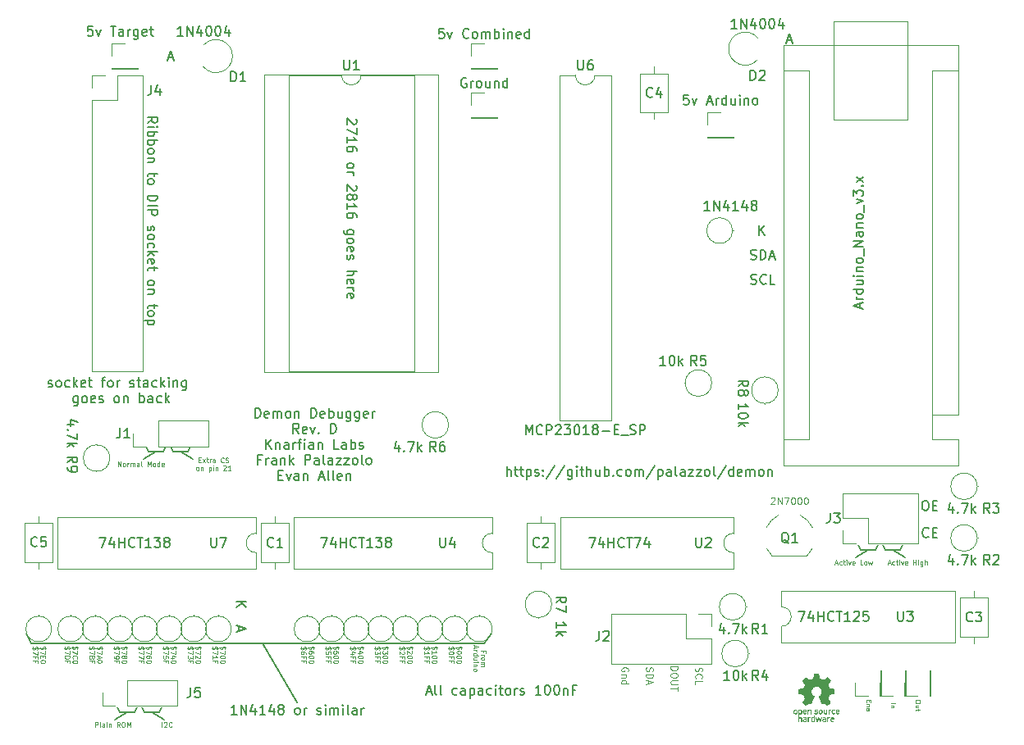
<source format=gto>
G04 #@! TF.GenerationSoftware,KiCad,Pcbnew,(6.0.0)*
G04 #@! TF.CreationDate,2022-08-18T21:42:32-04:00*
G04 #@! TF.ProjectId,io_i2c,696f5f69-3263-42e6-9b69-6361645f7063,rev?*
G04 #@! TF.SameCoordinates,Original*
G04 #@! TF.FileFunction,Legend,Top*
G04 #@! TF.FilePolarity,Positive*
%FSLAX46Y46*%
G04 Gerber Fmt 4.6, Leading zero omitted, Abs format (unit mm)*
G04 Created by KiCad (PCBNEW (6.0.0)) date 2022-08-18 21:42:32*
%MOMM*%
%LPD*%
G01*
G04 APERTURE LIST*
%ADD10C,0.150000*%
%ADD11C,0.100000*%
%ADD12C,0.050000*%
%ADD13C,0.120000*%
%ADD14R,1.600000X1.600000*%
%ADD15O,1.600000X1.600000*%
%ADD16R,1.700000X1.700000*%
%ADD17C,1.600000*%
%ADD18C,3.200000*%
%ADD19O,1.700000X1.700000*%
%ADD20R,2.200000X2.200000*%
%ADD21O,2.200000X2.200000*%
%ADD22R,1.500000X1.500000*%
%ADD23C,1.500000*%
G04 APERTURE END LIST*
D10*
X101219000Y-139700000D02*
X100965000Y-139192000D01*
X95758000Y-166624000D02*
X97282000Y-166624000D01*
X95758000Y-166624000D02*
X95504000Y-166116000D01*
X86614000Y-159512000D02*
X133350000Y-159512000D01*
X98298000Y-166624000D02*
X99822000Y-166624000D01*
X175514000Y-149860000D02*
X176784000Y-150622000D01*
X174752000Y-149860000D02*
X176276000Y-149860000D01*
X98679000Y-139700000D02*
X98425000Y-139192000D01*
X99060000Y-166624000D02*
X100330000Y-167386000D01*
X172212000Y-149860000D02*
X171958000Y-149352000D01*
X172974000Y-149860000D02*
X171704000Y-150622000D01*
X172212000Y-149860000D02*
X173736000Y-149860000D01*
X101981000Y-139700000D02*
X103251000Y-140462000D01*
X98679000Y-139700000D02*
X100203000Y-139700000D01*
X98298000Y-166624000D02*
X98044000Y-166116000D01*
X173736000Y-149860000D02*
X173990000Y-149352000D01*
X96520000Y-166624000D02*
X95250000Y-167386000D01*
X100203000Y-139700000D02*
X100457000Y-139192000D01*
X101219000Y-139700000D02*
X102743000Y-139700000D01*
X176276000Y-149860000D02*
X176530000Y-149352000D01*
X99441000Y-139700000D02*
X98171000Y-140462000D01*
X102743000Y-139700000D02*
X102997000Y-139192000D01*
X86106000Y-158496000D02*
X86614000Y-159512000D01*
X97282000Y-166624000D02*
X97536000Y-166116000D01*
X99822000Y-166624000D02*
X100076000Y-166116000D01*
X174752000Y-149860000D02*
X174498000Y-149352000D01*
X133350000Y-159512000D02*
X134112000Y-158496000D01*
X110490000Y-159512000D02*
X114046000Y-165608000D01*
D11*
X155164666Y-161980666D02*
X155131333Y-162080666D01*
X155131333Y-162247333D01*
X155164666Y-162314000D01*
X155198000Y-162347333D01*
X155264666Y-162380666D01*
X155331333Y-162380666D01*
X155398000Y-162347333D01*
X155431333Y-162314000D01*
X155464666Y-162247333D01*
X155498000Y-162114000D01*
X155531333Y-162047333D01*
X155564666Y-162014000D01*
X155631333Y-161980666D01*
X155698000Y-161980666D01*
X155764666Y-162014000D01*
X155798000Y-162047333D01*
X155831333Y-162114000D01*
X155831333Y-162280666D01*
X155798000Y-162380666D01*
X155198000Y-163080666D02*
X155164666Y-163047333D01*
X155131333Y-162947333D01*
X155131333Y-162880666D01*
X155164666Y-162780666D01*
X155231333Y-162714000D01*
X155298000Y-162680666D01*
X155431333Y-162647333D01*
X155531333Y-162647333D01*
X155664666Y-162680666D01*
X155731333Y-162714000D01*
X155798000Y-162780666D01*
X155831333Y-162880666D01*
X155831333Y-162947333D01*
X155798000Y-163047333D01*
X155764666Y-163080666D01*
X155131333Y-163714000D02*
X155131333Y-163380666D01*
X155831333Y-163380666D01*
D12*
X95559857Y-141196190D02*
X95559857Y-140696190D01*
X95845571Y-141196190D01*
X95845571Y-140696190D01*
X96155095Y-141196190D02*
X96107476Y-141172380D01*
X96083666Y-141148571D01*
X96059857Y-141100952D01*
X96059857Y-140958095D01*
X96083666Y-140910476D01*
X96107476Y-140886666D01*
X96155095Y-140862857D01*
X96226523Y-140862857D01*
X96274142Y-140886666D01*
X96297952Y-140910476D01*
X96321761Y-140958095D01*
X96321761Y-141100952D01*
X96297952Y-141148571D01*
X96274142Y-141172380D01*
X96226523Y-141196190D01*
X96155095Y-141196190D01*
X96536047Y-141196190D02*
X96536047Y-140862857D01*
X96536047Y-140958095D02*
X96559857Y-140910476D01*
X96583666Y-140886666D01*
X96631285Y-140862857D01*
X96678904Y-140862857D01*
X96845571Y-141196190D02*
X96845571Y-140862857D01*
X96845571Y-140910476D02*
X96869380Y-140886666D01*
X96917000Y-140862857D01*
X96988428Y-140862857D01*
X97036047Y-140886666D01*
X97059857Y-140934285D01*
X97059857Y-141196190D01*
X97059857Y-140934285D02*
X97083666Y-140886666D01*
X97131285Y-140862857D01*
X97202714Y-140862857D01*
X97250333Y-140886666D01*
X97274142Y-140934285D01*
X97274142Y-141196190D01*
X97726523Y-141196190D02*
X97726523Y-140934285D01*
X97702714Y-140886666D01*
X97655095Y-140862857D01*
X97559857Y-140862857D01*
X97512238Y-140886666D01*
X97726523Y-141172380D02*
X97678904Y-141196190D01*
X97559857Y-141196190D01*
X97512238Y-141172380D01*
X97488428Y-141124761D01*
X97488428Y-141077142D01*
X97512238Y-141029523D01*
X97559857Y-141005714D01*
X97678904Y-141005714D01*
X97726523Y-140981904D01*
X98036047Y-141196190D02*
X97988428Y-141172380D01*
X97964619Y-141124761D01*
X97964619Y-140696190D01*
X98607476Y-141196190D02*
X98607476Y-140696190D01*
X98774142Y-141053333D01*
X98940809Y-140696190D01*
X98940809Y-141196190D01*
X99250333Y-141196190D02*
X99202714Y-141172380D01*
X99178904Y-141148571D01*
X99155095Y-141100952D01*
X99155095Y-140958095D01*
X99178904Y-140910476D01*
X99202714Y-140886666D01*
X99250333Y-140862857D01*
X99321761Y-140862857D01*
X99369380Y-140886666D01*
X99393190Y-140910476D01*
X99417000Y-140958095D01*
X99417000Y-141100952D01*
X99393190Y-141148571D01*
X99369380Y-141172380D01*
X99321761Y-141196190D01*
X99250333Y-141196190D01*
X99845571Y-141196190D02*
X99845571Y-140696190D01*
X99845571Y-141172380D02*
X99797952Y-141196190D01*
X99702714Y-141196190D01*
X99655095Y-141172380D01*
X99631285Y-141148571D01*
X99607476Y-141100952D01*
X99607476Y-140958095D01*
X99631285Y-140910476D01*
X99655095Y-140886666D01*
X99702714Y-140862857D01*
X99797952Y-140862857D01*
X99845571Y-140886666D01*
X100274142Y-141172380D02*
X100226523Y-141196190D01*
X100131285Y-141196190D01*
X100083666Y-141172380D01*
X100059857Y-141124761D01*
X100059857Y-140934285D01*
X100083666Y-140886666D01*
X100131285Y-140862857D01*
X100226523Y-140862857D01*
X100274142Y-140886666D01*
X100297952Y-140934285D01*
X100297952Y-140981904D01*
X100059857Y-141029523D01*
X125422119Y-159797857D02*
X125398309Y-159869285D01*
X125398309Y-159988333D01*
X125422119Y-160035952D01*
X125445928Y-160059761D01*
X125493547Y-160083571D01*
X125541166Y-160083571D01*
X125588785Y-160059761D01*
X125612595Y-160035952D01*
X125636404Y-159988333D01*
X125660214Y-159893095D01*
X125684023Y-159845476D01*
X125707833Y-159821666D01*
X125755452Y-159797857D01*
X125803071Y-159797857D01*
X125850690Y-159821666D01*
X125874500Y-159845476D01*
X125898309Y-159893095D01*
X125898309Y-160012142D01*
X125874500Y-160083571D01*
X125969738Y-159940714D02*
X125326880Y-159940714D01*
X125850690Y-160274047D02*
X125874500Y-160297857D01*
X125898309Y-160345476D01*
X125898309Y-160464523D01*
X125874500Y-160512142D01*
X125850690Y-160535952D01*
X125803071Y-160559761D01*
X125755452Y-160559761D01*
X125684023Y-160535952D01*
X125398309Y-160250238D01*
X125398309Y-160559761D01*
X125898309Y-160869285D02*
X125898309Y-160916904D01*
X125874500Y-160964523D01*
X125850690Y-160988333D01*
X125803071Y-161012142D01*
X125707833Y-161035952D01*
X125588785Y-161035952D01*
X125493547Y-161012142D01*
X125445928Y-160988333D01*
X125422119Y-160964523D01*
X125398309Y-160916904D01*
X125398309Y-160869285D01*
X125422119Y-160821666D01*
X125445928Y-160797857D01*
X125493547Y-160774047D01*
X125588785Y-160750238D01*
X125707833Y-160750238D01*
X125803071Y-160774047D01*
X125850690Y-160797857D01*
X125874500Y-160821666D01*
X125898309Y-160869285D01*
X125898309Y-161345476D02*
X125898309Y-161393095D01*
X125874500Y-161440714D01*
X125850690Y-161464523D01*
X125803071Y-161488333D01*
X125707833Y-161512142D01*
X125588785Y-161512142D01*
X125493547Y-161488333D01*
X125445928Y-161464523D01*
X125422119Y-161440714D01*
X125398309Y-161393095D01*
X125398309Y-161345476D01*
X125422119Y-161297857D01*
X125445928Y-161274047D01*
X125493547Y-161250238D01*
X125588785Y-161226428D01*
X125707833Y-161226428D01*
X125803071Y-161250238D01*
X125850690Y-161274047D01*
X125874500Y-161297857D01*
X125898309Y-161345476D01*
X124617119Y-159845476D02*
X124593309Y-159916904D01*
X124593309Y-160035952D01*
X124617119Y-160083571D01*
X124640928Y-160107380D01*
X124688547Y-160131190D01*
X124736166Y-160131190D01*
X124783785Y-160107380D01*
X124807595Y-160083571D01*
X124831404Y-160035952D01*
X124855214Y-159940714D01*
X124879023Y-159893095D01*
X124902833Y-159869285D01*
X124950452Y-159845476D01*
X124998071Y-159845476D01*
X125045690Y-159869285D01*
X125069500Y-159893095D01*
X125093309Y-159940714D01*
X125093309Y-160059761D01*
X125069500Y-160131190D01*
X125164738Y-159988333D02*
X124521880Y-159988333D01*
X125045690Y-160321666D02*
X125069500Y-160345476D01*
X125093309Y-160393095D01*
X125093309Y-160512142D01*
X125069500Y-160559761D01*
X125045690Y-160583571D01*
X124998071Y-160607380D01*
X124950452Y-160607380D01*
X124879023Y-160583571D01*
X124593309Y-160297857D01*
X124593309Y-160607380D01*
X124855214Y-160988333D02*
X124855214Y-160821666D01*
X124593309Y-160821666D02*
X125093309Y-160821666D01*
X125093309Y-161059761D01*
X124855214Y-161416904D02*
X124855214Y-161250238D01*
X124593309Y-161250238D02*
X125093309Y-161250238D01*
X125093309Y-161488333D01*
X127962119Y-159797857D02*
X127938309Y-159869285D01*
X127938309Y-159988333D01*
X127962119Y-160035952D01*
X127985928Y-160059761D01*
X128033547Y-160083571D01*
X128081166Y-160083571D01*
X128128785Y-160059761D01*
X128152595Y-160035952D01*
X128176404Y-159988333D01*
X128200214Y-159893095D01*
X128224023Y-159845476D01*
X128247833Y-159821666D01*
X128295452Y-159797857D01*
X128343071Y-159797857D01*
X128390690Y-159821666D01*
X128414500Y-159845476D01*
X128438309Y-159893095D01*
X128438309Y-160012142D01*
X128414500Y-160083571D01*
X128509738Y-159940714D02*
X127866880Y-159940714D01*
X127938309Y-160559761D02*
X127938309Y-160274047D01*
X127938309Y-160416904D02*
X128438309Y-160416904D01*
X128366880Y-160369285D01*
X128319261Y-160321666D01*
X128295452Y-160274047D01*
X128438309Y-160869285D02*
X128438309Y-160916904D01*
X128414500Y-160964523D01*
X128390690Y-160988333D01*
X128343071Y-161012142D01*
X128247833Y-161035952D01*
X128128785Y-161035952D01*
X128033547Y-161012142D01*
X127985928Y-160988333D01*
X127962119Y-160964523D01*
X127938309Y-160916904D01*
X127938309Y-160869285D01*
X127962119Y-160821666D01*
X127985928Y-160797857D01*
X128033547Y-160774047D01*
X128128785Y-160750238D01*
X128247833Y-160750238D01*
X128343071Y-160774047D01*
X128390690Y-160797857D01*
X128414500Y-160821666D01*
X128438309Y-160869285D01*
X128438309Y-161345476D02*
X128438309Y-161393095D01*
X128414500Y-161440714D01*
X128390690Y-161464523D01*
X128343071Y-161488333D01*
X128247833Y-161512142D01*
X128128785Y-161512142D01*
X128033547Y-161488333D01*
X127985928Y-161464523D01*
X127962119Y-161440714D01*
X127938309Y-161393095D01*
X127938309Y-161345476D01*
X127962119Y-161297857D01*
X127985928Y-161274047D01*
X128033547Y-161250238D01*
X128128785Y-161226428D01*
X128247833Y-161226428D01*
X128343071Y-161250238D01*
X128390690Y-161274047D01*
X128414500Y-161297857D01*
X128438309Y-161345476D01*
X127157119Y-159845476D02*
X127133309Y-159916904D01*
X127133309Y-160035952D01*
X127157119Y-160083571D01*
X127180928Y-160107380D01*
X127228547Y-160131190D01*
X127276166Y-160131190D01*
X127323785Y-160107380D01*
X127347595Y-160083571D01*
X127371404Y-160035952D01*
X127395214Y-159940714D01*
X127419023Y-159893095D01*
X127442833Y-159869285D01*
X127490452Y-159845476D01*
X127538071Y-159845476D01*
X127585690Y-159869285D01*
X127609500Y-159893095D01*
X127633309Y-159940714D01*
X127633309Y-160059761D01*
X127609500Y-160131190D01*
X127704738Y-159988333D02*
X127061880Y-159988333D01*
X127133309Y-160607380D02*
X127133309Y-160321666D01*
X127133309Y-160464523D02*
X127633309Y-160464523D01*
X127561880Y-160416904D01*
X127514261Y-160369285D01*
X127490452Y-160321666D01*
X127395214Y-160988333D02*
X127395214Y-160821666D01*
X127133309Y-160821666D02*
X127633309Y-160821666D01*
X127633309Y-161059761D01*
X127395214Y-161416904D02*
X127395214Y-161250238D01*
X127133309Y-161250238D02*
X127633309Y-161250238D01*
X127633309Y-161488333D01*
X117802119Y-159797857D02*
X117778309Y-159869285D01*
X117778309Y-159988333D01*
X117802119Y-160035952D01*
X117825928Y-160059761D01*
X117873547Y-160083571D01*
X117921166Y-160083571D01*
X117968785Y-160059761D01*
X117992595Y-160035952D01*
X118016404Y-159988333D01*
X118040214Y-159893095D01*
X118064023Y-159845476D01*
X118087833Y-159821666D01*
X118135452Y-159797857D01*
X118183071Y-159797857D01*
X118230690Y-159821666D01*
X118254500Y-159845476D01*
X118278309Y-159893095D01*
X118278309Y-160012142D01*
X118254500Y-160083571D01*
X118349738Y-159940714D02*
X117706880Y-159940714D01*
X118278309Y-160535952D02*
X118278309Y-160297857D01*
X118040214Y-160274047D01*
X118064023Y-160297857D01*
X118087833Y-160345476D01*
X118087833Y-160464523D01*
X118064023Y-160512142D01*
X118040214Y-160535952D01*
X117992595Y-160559761D01*
X117873547Y-160559761D01*
X117825928Y-160535952D01*
X117802119Y-160512142D01*
X117778309Y-160464523D01*
X117778309Y-160345476D01*
X117802119Y-160297857D01*
X117825928Y-160274047D01*
X118278309Y-160869285D02*
X118278309Y-160916904D01*
X118254500Y-160964523D01*
X118230690Y-160988333D01*
X118183071Y-161012142D01*
X118087833Y-161035952D01*
X117968785Y-161035952D01*
X117873547Y-161012142D01*
X117825928Y-160988333D01*
X117802119Y-160964523D01*
X117778309Y-160916904D01*
X117778309Y-160869285D01*
X117802119Y-160821666D01*
X117825928Y-160797857D01*
X117873547Y-160774047D01*
X117968785Y-160750238D01*
X118087833Y-160750238D01*
X118183071Y-160774047D01*
X118230690Y-160797857D01*
X118254500Y-160821666D01*
X118278309Y-160869285D01*
X118278309Y-161345476D02*
X118278309Y-161393095D01*
X118254500Y-161440714D01*
X118230690Y-161464523D01*
X118183071Y-161488333D01*
X118087833Y-161512142D01*
X117968785Y-161512142D01*
X117873547Y-161488333D01*
X117825928Y-161464523D01*
X117802119Y-161440714D01*
X117778309Y-161393095D01*
X117778309Y-161345476D01*
X117802119Y-161297857D01*
X117825928Y-161274047D01*
X117873547Y-161250238D01*
X117968785Y-161226428D01*
X118087833Y-161226428D01*
X118183071Y-161250238D01*
X118230690Y-161274047D01*
X118254500Y-161297857D01*
X118278309Y-161345476D01*
X116997119Y-159845476D02*
X116973309Y-159916904D01*
X116973309Y-160035952D01*
X116997119Y-160083571D01*
X117020928Y-160107380D01*
X117068547Y-160131190D01*
X117116166Y-160131190D01*
X117163785Y-160107380D01*
X117187595Y-160083571D01*
X117211404Y-160035952D01*
X117235214Y-159940714D01*
X117259023Y-159893095D01*
X117282833Y-159869285D01*
X117330452Y-159845476D01*
X117378071Y-159845476D01*
X117425690Y-159869285D01*
X117449500Y-159893095D01*
X117473309Y-159940714D01*
X117473309Y-160059761D01*
X117449500Y-160131190D01*
X117544738Y-159988333D02*
X116901880Y-159988333D01*
X117473309Y-160583571D02*
X117473309Y-160345476D01*
X117235214Y-160321666D01*
X117259023Y-160345476D01*
X117282833Y-160393095D01*
X117282833Y-160512142D01*
X117259023Y-160559761D01*
X117235214Y-160583571D01*
X117187595Y-160607380D01*
X117068547Y-160607380D01*
X117020928Y-160583571D01*
X116997119Y-160559761D01*
X116973309Y-160512142D01*
X116973309Y-160393095D01*
X116997119Y-160345476D01*
X117020928Y-160321666D01*
X117235214Y-160988333D02*
X117235214Y-160821666D01*
X116973309Y-160821666D02*
X117473309Y-160821666D01*
X117473309Y-161059761D01*
X117235214Y-161416904D02*
X117235214Y-161250238D01*
X116973309Y-161250238D02*
X117473309Y-161250238D01*
X117473309Y-161488333D01*
D10*
X109704952Y-136170380D02*
X109704952Y-135170380D01*
X109943047Y-135170380D01*
X110085904Y-135218000D01*
X110181142Y-135313238D01*
X110228761Y-135408476D01*
X110276380Y-135598952D01*
X110276380Y-135741809D01*
X110228761Y-135932285D01*
X110181142Y-136027523D01*
X110085904Y-136122761D01*
X109943047Y-136170380D01*
X109704952Y-136170380D01*
X111085904Y-136122761D02*
X110990666Y-136170380D01*
X110800190Y-136170380D01*
X110704952Y-136122761D01*
X110657333Y-136027523D01*
X110657333Y-135646571D01*
X110704952Y-135551333D01*
X110800190Y-135503714D01*
X110990666Y-135503714D01*
X111085904Y-135551333D01*
X111133523Y-135646571D01*
X111133523Y-135741809D01*
X110657333Y-135837047D01*
X111562095Y-136170380D02*
X111562095Y-135503714D01*
X111562095Y-135598952D02*
X111609714Y-135551333D01*
X111704952Y-135503714D01*
X111847809Y-135503714D01*
X111943047Y-135551333D01*
X111990666Y-135646571D01*
X111990666Y-136170380D01*
X111990666Y-135646571D02*
X112038285Y-135551333D01*
X112133523Y-135503714D01*
X112276380Y-135503714D01*
X112371619Y-135551333D01*
X112419238Y-135646571D01*
X112419238Y-136170380D01*
X113038285Y-136170380D02*
X112943047Y-136122761D01*
X112895428Y-136075142D01*
X112847809Y-135979904D01*
X112847809Y-135694190D01*
X112895428Y-135598952D01*
X112943047Y-135551333D01*
X113038285Y-135503714D01*
X113181142Y-135503714D01*
X113276380Y-135551333D01*
X113324000Y-135598952D01*
X113371619Y-135694190D01*
X113371619Y-135979904D01*
X113324000Y-136075142D01*
X113276380Y-136122761D01*
X113181142Y-136170380D01*
X113038285Y-136170380D01*
X113800190Y-135503714D02*
X113800190Y-136170380D01*
X113800190Y-135598952D02*
X113847809Y-135551333D01*
X113943047Y-135503714D01*
X114085904Y-135503714D01*
X114181142Y-135551333D01*
X114228761Y-135646571D01*
X114228761Y-136170380D01*
X115466857Y-136170380D02*
X115466857Y-135170380D01*
X115704952Y-135170380D01*
X115847809Y-135218000D01*
X115943047Y-135313238D01*
X115990666Y-135408476D01*
X116038285Y-135598952D01*
X116038285Y-135741809D01*
X115990666Y-135932285D01*
X115943047Y-136027523D01*
X115847809Y-136122761D01*
X115704952Y-136170380D01*
X115466857Y-136170380D01*
X116847809Y-136122761D02*
X116752571Y-136170380D01*
X116562095Y-136170380D01*
X116466857Y-136122761D01*
X116419238Y-136027523D01*
X116419238Y-135646571D01*
X116466857Y-135551333D01*
X116562095Y-135503714D01*
X116752571Y-135503714D01*
X116847809Y-135551333D01*
X116895428Y-135646571D01*
X116895428Y-135741809D01*
X116419238Y-135837047D01*
X117324000Y-136170380D02*
X117324000Y-135170380D01*
X117324000Y-135551333D02*
X117419238Y-135503714D01*
X117609714Y-135503714D01*
X117704952Y-135551333D01*
X117752571Y-135598952D01*
X117800190Y-135694190D01*
X117800190Y-135979904D01*
X117752571Y-136075142D01*
X117704952Y-136122761D01*
X117609714Y-136170380D01*
X117419238Y-136170380D01*
X117324000Y-136122761D01*
X118657333Y-135503714D02*
X118657333Y-136170380D01*
X118228761Y-135503714D02*
X118228761Y-136027523D01*
X118276380Y-136122761D01*
X118371619Y-136170380D01*
X118514476Y-136170380D01*
X118609714Y-136122761D01*
X118657333Y-136075142D01*
X119562095Y-135503714D02*
X119562095Y-136313238D01*
X119514476Y-136408476D01*
X119466857Y-136456095D01*
X119371619Y-136503714D01*
X119228761Y-136503714D01*
X119133523Y-136456095D01*
X119562095Y-136122761D02*
X119466857Y-136170380D01*
X119276380Y-136170380D01*
X119181142Y-136122761D01*
X119133523Y-136075142D01*
X119085904Y-135979904D01*
X119085904Y-135694190D01*
X119133523Y-135598952D01*
X119181142Y-135551333D01*
X119276380Y-135503714D01*
X119466857Y-135503714D01*
X119562095Y-135551333D01*
X120466857Y-135503714D02*
X120466857Y-136313238D01*
X120419238Y-136408476D01*
X120371619Y-136456095D01*
X120276380Y-136503714D01*
X120133523Y-136503714D01*
X120038285Y-136456095D01*
X120466857Y-136122761D02*
X120371619Y-136170380D01*
X120181142Y-136170380D01*
X120085904Y-136122761D01*
X120038285Y-136075142D01*
X119990666Y-135979904D01*
X119990666Y-135694190D01*
X120038285Y-135598952D01*
X120085904Y-135551333D01*
X120181142Y-135503714D01*
X120371619Y-135503714D01*
X120466857Y-135551333D01*
X121324000Y-136122761D02*
X121228761Y-136170380D01*
X121038285Y-136170380D01*
X120943047Y-136122761D01*
X120895428Y-136027523D01*
X120895428Y-135646571D01*
X120943047Y-135551333D01*
X121038285Y-135503714D01*
X121228761Y-135503714D01*
X121324000Y-135551333D01*
X121371619Y-135646571D01*
X121371619Y-135741809D01*
X120895428Y-135837047D01*
X121800190Y-136170380D02*
X121800190Y-135503714D01*
X121800190Y-135694190D02*
X121847809Y-135598952D01*
X121895428Y-135551333D01*
X121990666Y-135503714D01*
X122085904Y-135503714D01*
X114204952Y-137780380D02*
X113871619Y-137304190D01*
X113633523Y-137780380D02*
X113633523Y-136780380D01*
X114014476Y-136780380D01*
X114109714Y-136828000D01*
X114157333Y-136875619D01*
X114204952Y-136970857D01*
X114204952Y-137113714D01*
X114157333Y-137208952D01*
X114109714Y-137256571D01*
X114014476Y-137304190D01*
X113633523Y-137304190D01*
X115014476Y-137732761D02*
X114919238Y-137780380D01*
X114728761Y-137780380D01*
X114633523Y-137732761D01*
X114585904Y-137637523D01*
X114585904Y-137256571D01*
X114633523Y-137161333D01*
X114728761Y-137113714D01*
X114919238Y-137113714D01*
X115014476Y-137161333D01*
X115062095Y-137256571D01*
X115062095Y-137351809D01*
X114585904Y-137447047D01*
X115395428Y-137113714D02*
X115633523Y-137780380D01*
X115871619Y-137113714D01*
X116252571Y-137685142D02*
X116300190Y-137732761D01*
X116252571Y-137780380D01*
X116204952Y-137732761D01*
X116252571Y-137685142D01*
X116252571Y-137780380D01*
X117490666Y-137780380D02*
X117490666Y-136780380D01*
X117728761Y-136780380D01*
X117871619Y-136828000D01*
X117966857Y-136923238D01*
X118014476Y-137018476D01*
X118062095Y-137208952D01*
X118062095Y-137351809D01*
X118014476Y-137542285D01*
X117966857Y-137637523D01*
X117871619Y-137732761D01*
X117728761Y-137780380D01*
X117490666Y-137780380D01*
X110824000Y-139390380D02*
X110824000Y-138390380D01*
X111395428Y-139390380D02*
X110966857Y-138818952D01*
X111395428Y-138390380D02*
X110824000Y-138961809D01*
X111824000Y-138723714D02*
X111824000Y-139390380D01*
X111824000Y-138818952D02*
X111871619Y-138771333D01*
X111966857Y-138723714D01*
X112109714Y-138723714D01*
X112204952Y-138771333D01*
X112252571Y-138866571D01*
X112252571Y-139390380D01*
X113157333Y-139390380D02*
X113157333Y-138866571D01*
X113109714Y-138771333D01*
X113014476Y-138723714D01*
X112824000Y-138723714D01*
X112728761Y-138771333D01*
X113157333Y-139342761D02*
X113062095Y-139390380D01*
X112824000Y-139390380D01*
X112728761Y-139342761D01*
X112681142Y-139247523D01*
X112681142Y-139152285D01*
X112728761Y-139057047D01*
X112824000Y-139009428D01*
X113062095Y-139009428D01*
X113157333Y-138961809D01*
X113633523Y-139390380D02*
X113633523Y-138723714D01*
X113633523Y-138914190D02*
X113681142Y-138818952D01*
X113728761Y-138771333D01*
X113824000Y-138723714D01*
X113919238Y-138723714D01*
X114109714Y-138723714D02*
X114490666Y-138723714D01*
X114252571Y-139390380D02*
X114252571Y-138533238D01*
X114300190Y-138438000D01*
X114395428Y-138390380D01*
X114490666Y-138390380D01*
X114824000Y-139390380D02*
X114824000Y-138723714D01*
X114824000Y-138390380D02*
X114776380Y-138438000D01*
X114824000Y-138485619D01*
X114871619Y-138438000D01*
X114824000Y-138390380D01*
X114824000Y-138485619D01*
X115728761Y-139390380D02*
X115728761Y-138866571D01*
X115681142Y-138771333D01*
X115585904Y-138723714D01*
X115395428Y-138723714D01*
X115300190Y-138771333D01*
X115728761Y-139342761D02*
X115633523Y-139390380D01*
X115395428Y-139390380D01*
X115300190Y-139342761D01*
X115252571Y-139247523D01*
X115252571Y-139152285D01*
X115300190Y-139057047D01*
X115395428Y-139009428D01*
X115633523Y-139009428D01*
X115728761Y-138961809D01*
X116204952Y-138723714D02*
X116204952Y-139390380D01*
X116204952Y-138818952D02*
X116252571Y-138771333D01*
X116347809Y-138723714D01*
X116490666Y-138723714D01*
X116585904Y-138771333D01*
X116633523Y-138866571D01*
X116633523Y-139390380D01*
X118347809Y-139390380D02*
X117871619Y-139390380D01*
X117871619Y-138390380D01*
X119109714Y-139390380D02*
X119109714Y-138866571D01*
X119062095Y-138771333D01*
X118966857Y-138723714D01*
X118776380Y-138723714D01*
X118681142Y-138771333D01*
X119109714Y-139342761D02*
X119014476Y-139390380D01*
X118776380Y-139390380D01*
X118681142Y-139342761D01*
X118633523Y-139247523D01*
X118633523Y-139152285D01*
X118681142Y-139057047D01*
X118776380Y-139009428D01*
X119014476Y-139009428D01*
X119109714Y-138961809D01*
X119585904Y-139390380D02*
X119585904Y-138390380D01*
X119585904Y-138771333D02*
X119681142Y-138723714D01*
X119871619Y-138723714D01*
X119966857Y-138771333D01*
X120014476Y-138818952D01*
X120062095Y-138914190D01*
X120062095Y-139199904D01*
X120014476Y-139295142D01*
X119966857Y-139342761D01*
X119871619Y-139390380D01*
X119681142Y-139390380D01*
X119585904Y-139342761D01*
X120443047Y-139342761D02*
X120538285Y-139390380D01*
X120728761Y-139390380D01*
X120824000Y-139342761D01*
X120871619Y-139247523D01*
X120871619Y-139199904D01*
X120824000Y-139104666D01*
X120728761Y-139057047D01*
X120585904Y-139057047D01*
X120490666Y-139009428D01*
X120443047Y-138914190D01*
X120443047Y-138866571D01*
X120490666Y-138771333D01*
X120585904Y-138723714D01*
X120728761Y-138723714D01*
X120824000Y-138771333D01*
X110324000Y-140476571D02*
X109990666Y-140476571D01*
X109990666Y-141000380D02*
X109990666Y-140000380D01*
X110466857Y-140000380D01*
X110847809Y-141000380D02*
X110847809Y-140333714D01*
X110847809Y-140524190D02*
X110895428Y-140428952D01*
X110943047Y-140381333D01*
X111038285Y-140333714D01*
X111133523Y-140333714D01*
X111895428Y-141000380D02*
X111895428Y-140476571D01*
X111847809Y-140381333D01*
X111752571Y-140333714D01*
X111562095Y-140333714D01*
X111466857Y-140381333D01*
X111895428Y-140952761D02*
X111800190Y-141000380D01*
X111562095Y-141000380D01*
X111466857Y-140952761D01*
X111419238Y-140857523D01*
X111419238Y-140762285D01*
X111466857Y-140667047D01*
X111562095Y-140619428D01*
X111800190Y-140619428D01*
X111895428Y-140571809D01*
X112371619Y-140333714D02*
X112371619Y-141000380D01*
X112371619Y-140428952D02*
X112419238Y-140381333D01*
X112514476Y-140333714D01*
X112657333Y-140333714D01*
X112752571Y-140381333D01*
X112800190Y-140476571D01*
X112800190Y-141000380D01*
X113276380Y-141000380D02*
X113276380Y-140000380D01*
X113371619Y-140619428D02*
X113657333Y-141000380D01*
X113657333Y-140333714D02*
X113276380Y-140714666D01*
X114847809Y-141000380D02*
X114847809Y-140000380D01*
X115228761Y-140000380D01*
X115324000Y-140048000D01*
X115371619Y-140095619D01*
X115419238Y-140190857D01*
X115419238Y-140333714D01*
X115371619Y-140428952D01*
X115324000Y-140476571D01*
X115228761Y-140524190D01*
X114847809Y-140524190D01*
X116276380Y-141000380D02*
X116276380Y-140476571D01*
X116228761Y-140381333D01*
X116133523Y-140333714D01*
X115943047Y-140333714D01*
X115847809Y-140381333D01*
X116276380Y-140952761D02*
X116181142Y-141000380D01*
X115943047Y-141000380D01*
X115847809Y-140952761D01*
X115800190Y-140857523D01*
X115800190Y-140762285D01*
X115847809Y-140667047D01*
X115943047Y-140619428D01*
X116181142Y-140619428D01*
X116276380Y-140571809D01*
X116895428Y-141000380D02*
X116800190Y-140952761D01*
X116752571Y-140857523D01*
X116752571Y-140000380D01*
X117704952Y-141000380D02*
X117704952Y-140476571D01*
X117657333Y-140381333D01*
X117562095Y-140333714D01*
X117371619Y-140333714D01*
X117276380Y-140381333D01*
X117704952Y-140952761D02*
X117609714Y-141000380D01*
X117371619Y-141000380D01*
X117276380Y-140952761D01*
X117228761Y-140857523D01*
X117228761Y-140762285D01*
X117276380Y-140667047D01*
X117371619Y-140619428D01*
X117609714Y-140619428D01*
X117704952Y-140571809D01*
X118085904Y-140333714D02*
X118609714Y-140333714D01*
X118085904Y-141000380D01*
X118609714Y-141000380D01*
X118895428Y-140333714D02*
X119419238Y-140333714D01*
X118895428Y-141000380D01*
X119419238Y-141000380D01*
X119943047Y-141000380D02*
X119847809Y-140952761D01*
X119800190Y-140905142D01*
X119752571Y-140809904D01*
X119752571Y-140524190D01*
X119800190Y-140428952D01*
X119847809Y-140381333D01*
X119943047Y-140333714D01*
X120085904Y-140333714D01*
X120181142Y-140381333D01*
X120228761Y-140428952D01*
X120276380Y-140524190D01*
X120276380Y-140809904D01*
X120228761Y-140905142D01*
X120181142Y-140952761D01*
X120085904Y-141000380D01*
X119943047Y-141000380D01*
X120847809Y-141000380D02*
X120752571Y-140952761D01*
X120704952Y-140857523D01*
X120704952Y-140000380D01*
X121371619Y-141000380D02*
X121276380Y-140952761D01*
X121228761Y-140905142D01*
X121181142Y-140809904D01*
X121181142Y-140524190D01*
X121228761Y-140428952D01*
X121276380Y-140381333D01*
X121371619Y-140333714D01*
X121514476Y-140333714D01*
X121609714Y-140381333D01*
X121657333Y-140428952D01*
X121704952Y-140524190D01*
X121704952Y-140809904D01*
X121657333Y-140905142D01*
X121609714Y-140952761D01*
X121514476Y-141000380D01*
X121371619Y-141000380D01*
X112109714Y-142086571D02*
X112443047Y-142086571D01*
X112585904Y-142610380D02*
X112109714Y-142610380D01*
X112109714Y-141610380D01*
X112585904Y-141610380D01*
X112919238Y-141943714D02*
X113157333Y-142610380D01*
X113395428Y-141943714D01*
X114204952Y-142610380D02*
X114204952Y-142086571D01*
X114157333Y-141991333D01*
X114062095Y-141943714D01*
X113871619Y-141943714D01*
X113776380Y-141991333D01*
X114204952Y-142562761D02*
X114109714Y-142610380D01*
X113871619Y-142610380D01*
X113776380Y-142562761D01*
X113728761Y-142467523D01*
X113728761Y-142372285D01*
X113776380Y-142277047D01*
X113871619Y-142229428D01*
X114109714Y-142229428D01*
X114204952Y-142181809D01*
X114681142Y-141943714D02*
X114681142Y-142610380D01*
X114681142Y-142038952D02*
X114728761Y-141991333D01*
X114824000Y-141943714D01*
X114966857Y-141943714D01*
X115062095Y-141991333D01*
X115109714Y-142086571D01*
X115109714Y-142610380D01*
X116300190Y-142324666D02*
X116776380Y-142324666D01*
X116204952Y-142610380D02*
X116538285Y-141610380D01*
X116871619Y-142610380D01*
X117347809Y-142610380D02*
X117252571Y-142562761D01*
X117204952Y-142467523D01*
X117204952Y-141610380D01*
X117871619Y-142610380D02*
X117776380Y-142562761D01*
X117728761Y-142467523D01*
X117728761Y-141610380D01*
X118633523Y-142562761D02*
X118538285Y-142610380D01*
X118347809Y-142610380D01*
X118252571Y-142562761D01*
X118204952Y-142467523D01*
X118204952Y-142086571D01*
X118252571Y-141991333D01*
X118347809Y-141943714D01*
X118538285Y-141943714D01*
X118633523Y-141991333D01*
X118681142Y-142086571D01*
X118681142Y-142181809D01*
X118204952Y-142277047D01*
X119109714Y-141943714D02*
X119109714Y-142610380D01*
X119109714Y-142038952D02*
X119157333Y-141991333D01*
X119252571Y-141943714D01*
X119395428Y-141943714D01*
X119490666Y-141991333D01*
X119538285Y-142086571D01*
X119538285Y-142610380D01*
D12*
X90878119Y-159785952D02*
X90854309Y-159857380D01*
X90854309Y-159976428D01*
X90878119Y-160024047D01*
X90901928Y-160047857D01*
X90949547Y-160071666D01*
X90997166Y-160071666D01*
X91044785Y-160047857D01*
X91068595Y-160024047D01*
X91092404Y-159976428D01*
X91116214Y-159881190D01*
X91140023Y-159833571D01*
X91163833Y-159809761D01*
X91211452Y-159785952D01*
X91259071Y-159785952D01*
X91306690Y-159809761D01*
X91330500Y-159833571D01*
X91354309Y-159881190D01*
X91354309Y-160000238D01*
X91330500Y-160071666D01*
X91425738Y-159928809D02*
X90782880Y-159928809D01*
X91354309Y-160238333D02*
X91354309Y-160571666D01*
X90854309Y-160357380D01*
X90901928Y-161047857D02*
X90878119Y-161024047D01*
X90854309Y-160952619D01*
X90854309Y-160905000D01*
X90878119Y-160833571D01*
X90925738Y-160785952D01*
X90973357Y-160762142D01*
X91068595Y-160738333D01*
X91140023Y-160738333D01*
X91235261Y-160762142D01*
X91282880Y-160785952D01*
X91330500Y-160833571D01*
X91354309Y-160905000D01*
X91354309Y-160952619D01*
X91330500Y-161024047D01*
X91306690Y-161047857D01*
X91354309Y-161357380D02*
X91354309Y-161405000D01*
X91330500Y-161452619D01*
X91306690Y-161476428D01*
X91259071Y-161500238D01*
X91163833Y-161524047D01*
X91044785Y-161524047D01*
X90949547Y-161500238D01*
X90901928Y-161476428D01*
X90878119Y-161452619D01*
X90854309Y-161405000D01*
X90854309Y-161357380D01*
X90878119Y-161309761D01*
X90901928Y-161285952D01*
X90949547Y-161262142D01*
X91044785Y-161238333D01*
X91163833Y-161238333D01*
X91259071Y-161262142D01*
X91306690Y-161285952D01*
X91330500Y-161309761D01*
X91354309Y-161357380D01*
X90073119Y-159809761D02*
X90049309Y-159881190D01*
X90049309Y-160000238D01*
X90073119Y-160047857D01*
X90096928Y-160071666D01*
X90144547Y-160095476D01*
X90192166Y-160095476D01*
X90239785Y-160071666D01*
X90263595Y-160047857D01*
X90287404Y-160000238D01*
X90311214Y-159905000D01*
X90335023Y-159857380D01*
X90358833Y-159833571D01*
X90406452Y-159809761D01*
X90454071Y-159809761D01*
X90501690Y-159833571D01*
X90525500Y-159857380D01*
X90549309Y-159905000D01*
X90549309Y-160024047D01*
X90525500Y-160095476D01*
X90620738Y-159952619D02*
X89977880Y-159952619D01*
X90549309Y-160262142D02*
X90549309Y-160595476D01*
X90049309Y-160381190D01*
X90049309Y-160785952D02*
X90549309Y-160785952D01*
X90549309Y-160905000D01*
X90525500Y-160976428D01*
X90477880Y-161024047D01*
X90430261Y-161047857D01*
X90335023Y-161071666D01*
X90263595Y-161071666D01*
X90168357Y-161047857D01*
X90120738Y-161024047D01*
X90073119Y-160976428D01*
X90049309Y-160905000D01*
X90049309Y-160785952D01*
X90311214Y-161452619D02*
X90311214Y-161285952D01*
X90049309Y-161285952D02*
X90549309Y-161285952D01*
X90549309Y-161524047D01*
X175287809Y-165635809D02*
X175787809Y-165635809D01*
X175621142Y-165873904D02*
X175287809Y-165873904D01*
X175573523Y-165873904D02*
X175597333Y-165897714D01*
X175621142Y-165945333D01*
X175621142Y-166016761D01*
X175597333Y-166064380D01*
X175549714Y-166088190D01*
X175287809Y-166088190D01*
D10*
X120086380Y-105292095D02*
X120134000Y-105339714D01*
X120181619Y-105434952D01*
X120181619Y-105673047D01*
X120134000Y-105768285D01*
X120086380Y-105815904D01*
X119991142Y-105863523D01*
X119895904Y-105863523D01*
X119753047Y-105815904D01*
X119181619Y-105244476D01*
X119181619Y-105863523D01*
X120181619Y-106196857D02*
X120181619Y-106863523D01*
X119181619Y-106434952D01*
X119181619Y-107768285D02*
X119181619Y-107196857D01*
X119181619Y-107482571D02*
X120181619Y-107482571D01*
X120038761Y-107387333D01*
X119943523Y-107292095D01*
X119895904Y-107196857D01*
X120181619Y-108625428D02*
X120181619Y-108434952D01*
X120134000Y-108339714D01*
X120086380Y-108292095D01*
X119943523Y-108196857D01*
X119753047Y-108149238D01*
X119372095Y-108149238D01*
X119276857Y-108196857D01*
X119229238Y-108244476D01*
X119181619Y-108339714D01*
X119181619Y-108530190D01*
X119229238Y-108625428D01*
X119276857Y-108673047D01*
X119372095Y-108720666D01*
X119610190Y-108720666D01*
X119705428Y-108673047D01*
X119753047Y-108625428D01*
X119800666Y-108530190D01*
X119800666Y-108339714D01*
X119753047Y-108244476D01*
X119705428Y-108196857D01*
X119610190Y-108149238D01*
X119181619Y-110054000D02*
X119229238Y-109958761D01*
X119276857Y-109911142D01*
X119372095Y-109863523D01*
X119657809Y-109863523D01*
X119753047Y-109911142D01*
X119800666Y-109958761D01*
X119848285Y-110054000D01*
X119848285Y-110196857D01*
X119800666Y-110292095D01*
X119753047Y-110339714D01*
X119657809Y-110387333D01*
X119372095Y-110387333D01*
X119276857Y-110339714D01*
X119229238Y-110292095D01*
X119181619Y-110196857D01*
X119181619Y-110054000D01*
X119181619Y-110815904D02*
X119848285Y-110815904D01*
X119657809Y-110815904D02*
X119753047Y-110863523D01*
X119800666Y-110911142D01*
X119848285Y-111006380D01*
X119848285Y-111101619D01*
X120086380Y-112149238D02*
X120134000Y-112196857D01*
X120181619Y-112292095D01*
X120181619Y-112530190D01*
X120134000Y-112625428D01*
X120086380Y-112673047D01*
X119991142Y-112720666D01*
X119895904Y-112720666D01*
X119753047Y-112673047D01*
X119181619Y-112101619D01*
X119181619Y-112720666D01*
X119753047Y-113292095D02*
X119800666Y-113196857D01*
X119848285Y-113149238D01*
X119943523Y-113101619D01*
X119991142Y-113101619D01*
X120086380Y-113149238D01*
X120134000Y-113196857D01*
X120181619Y-113292095D01*
X120181619Y-113482571D01*
X120134000Y-113577809D01*
X120086380Y-113625428D01*
X119991142Y-113673047D01*
X119943523Y-113673047D01*
X119848285Y-113625428D01*
X119800666Y-113577809D01*
X119753047Y-113482571D01*
X119753047Y-113292095D01*
X119705428Y-113196857D01*
X119657809Y-113149238D01*
X119562571Y-113101619D01*
X119372095Y-113101619D01*
X119276857Y-113149238D01*
X119229238Y-113196857D01*
X119181619Y-113292095D01*
X119181619Y-113482571D01*
X119229238Y-113577809D01*
X119276857Y-113625428D01*
X119372095Y-113673047D01*
X119562571Y-113673047D01*
X119657809Y-113625428D01*
X119705428Y-113577809D01*
X119753047Y-113482571D01*
X119181619Y-114625428D02*
X119181619Y-114054000D01*
X119181619Y-114339714D02*
X120181619Y-114339714D01*
X120038761Y-114244476D01*
X119943523Y-114149238D01*
X119895904Y-114054000D01*
X120181619Y-115482571D02*
X120181619Y-115292095D01*
X120134000Y-115196857D01*
X120086380Y-115149238D01*
X119943523Y-115054000D01*
X119753047Y-115006380D01*
X119372095Y-115006380D01*
X119276857Y-115054000D01*
X119229238Y-115101619D01*
X119181619Y-115196857D01*
X119181619Y-115387333D01*
X119229238Y-115482571D01*
X119276857Y-115530190D01*
X119372095Y-115577809D01*
X119610190Y-115577809D01*
X119705428Y-115530190D01*
X119753047Y-115482571D01*
X119800666Y-115387333D01*
X119800666Y-115196857D01*
X119753047Y-115101619D01*
X119705428Y-115054000D01*
X119610190Y-115006380D01*
X119848285Y-117196857D02*
X119038761Y-117196857D01*
X118943523Y-117149238D01*
X118895904Y-117101619D01*
X118848285Y-117006380D01*
X118848285Y-116863523D01*
X118895904Y-116768285D01*
X119229238Y-117196857D02*
X119181619Y-117101619D01*
X119181619Y-116911142D01*
X119229238Y-116815904D01*
X119276857Y-116768285D01*
X119372095Y-116720666D01*
X119657809Y-116720666D01*
X119753047Y-116768285D01*
X119800666Y-116815904D01*
X119848285Y-116911142D01*
X119848285Y-117101619D01*
X119800666Y-117196857D01*
X119181619Y-117815904D02*
X119229238Y-117720666D01*
X119276857Y-117673047D01*
X119372095Y-117625428D01*
X119657809Y-117625428D01*
X119753047Y-117673047D01*
X119800666Y-117720666D01*
X119848285Y-117815904D01*
X119848285Y-117958761D01*
X119800666Y-118054000D01*
X119753047Y-118101619D01*
X119657809Y-118149238D01*
X119372095Y-118149238D01*
X119276857Y-118101619D01*
X119229238Y-118054000D01*
X119181619Y-117958761D01*
X119181619Y-117815904D01*
X119229238Y-118958761D02*
X119181619Y-118863523D01*
X119181619Y-118673047D01*
X119229238Y-118577809D01*
X119324476Y-118530190D01*
X119705428Y-118530190D01*
X119800666Y-118577809D01*
X119848285Y-118673047D01*
X119848285Y-118863523D01*
X119800666Y-118958761D01*
X119705428Y-119006380D01*
X119610190Y-119006380D01*
X119514952Y-118530190D01*
X119229238Y-119387333D02*
X119181619Y-119482571D01*
X119181619Y-119673047D01*
X119229238Y-119768285D01*
X119324476Y-119815904D01*
X119372095Y-119815904D01*
X119467333Y-119768285D01*
X119514952Y-119673047D01*
X119514952Y-119530190D01*
X119562571Y-119434952D01*
X119657809Y-119387333D01*
X119705428Y-119387333D01*
X119800666Y-119434952D01*
X119848285Y-119530190D01*
X119848285Y-119673047D01*
X119800666Y-119768285D01*
X119181619Y-121006380D02*
X120181619Y-121006380D01*
X119181619Y-121434952D02*
X119705428Y-121434952D01*
X119800666Y-121387333D01*
X119848285Y-121292095D01*
X119848285Y-121149238D01*
X119800666Y-121054000D01*
X119753047Y-121006380D01*
X119229238Y-122292095D02*
X119181619Y-122196857D01*
X119181619Y-122006380D01*
X119229238Y-121911142D01*
X119324476Y-121863523D01*
X119705428Y-121863523D01*
X119800666Y-121911142D01*
X119848285Y-122006380D01*
X119848285Y-122196857D01*
X119800666Y-122292095D01*
X119705428Y-122339714D01*
X119610190Y-122339714D01*
X119514952Y-121863523D01*
X119181619Y-122768285D02*
X119848285Y-122768285D01*
X119657809Y-122768285D02*
X119753047Y-122815904D01*
X119800666Y-122863523D01*
X119848285Y-122958761D01*
X119848285Y-123054000D01*
X119229238Y-123768285D02*
X119181619Y-123673047D01*
X119181619Y-123482571D01*
X119229238Y-123387333D01*
X119324476Y-123339714D01*
X119705428Y-123339714D01*
X119800666Y-123387333D01*
X119848285Y-123482571D01*
X119848285Y-123673047D01*
X119800666Y-123768285D01*
X119705428Y-123815904D01*
X119610190Y-123815904D01*
X119514952Y-123339714D01*
D12*
X101038119Y-159797857D02*
X101014309Y-159869285D01*
X101014309Y-159988333D01*
X101038119Y-160035952D01*
X101061928Y-160059761D01*
X101109547Y-160083571D01*
X101157166Y-160083571D01*
X101204785Y-160059761D01*
X101228595Y-160035952D01*
X101252404Y-159988333D01*
X101276214Y-159893095D01*
X101300023Y-159845476D01*
X101323833Y-159821666D01*
X101371452Y-159797857D01*
X101419071Y-159797857D01*
X101466690Y-159821666D01*
X101490500Y-159845476D01*
X101514309Y-159893095D01*
X101514309Y-160012142D01*
X101490500Y-160083571D01*
X101585738Y-159940714D02*
X100942880Y-159940714D01*
X101514309Y-160250238D02*
X101514309Y-160583571D01*
X101014309Y-160369285D01*
X101347642Y-160988333D02*
X101014309Y-160988333D01*
X101538119Y-160869285D02*
X101180976Y-160750238D01*
X101180976Y-161059761D01*
X101514309Y-161345476D02*
X101514309Y-161393095D01*
X101490500Y-161440714D01*
X101466690Y-161464523D01*
X101419071Y-161488333D01*
X101323833Y-161512142D01*
X101204785Y-161512142D01*
X101109547Y-161488333D01*
X101061928Y-161464523D01*
X101038119Y-161440714D01*
X101014309Y-161393095D01*
X101014309Y-161345476D01*
X101038119Y-161297857D01*
X101061928Y-161274047D01*
X101109547Y-161250238D01*
X101204785Y-161226428D01*
X101323833Y-161226428D01*
X101419071Y-161250238D01*
X101466690Y-161274047D01*
X101490500Y-161297857D01*
X101514309Y-161345476D01*
X100233119Y-159821666D02*
X100209309Y-159893095D01*
X100209309Y-160012142D01*
X100233119Y-160059761D01*
X100256928Y-160083571D01*
X100304547Y-160107380D01*
X100352166Y-160107380D01*
X100399785Y-160083571D01*
X100423595Y-160059761D01*
X100447404Y-160012142D01*
X100471214Y-159916904D01*
X100495023Y-159869285D01*
X100518833Y-159845476D01*
X100566452Y-159821666D01*
X100614071Y-159821666D01*
X100661690Y-159845476D01*
X100685500Y-159869285D01*
X100709309Y-159916904D01*
X100709309Y-160035952D01*
X100685500Y-160107380D01*
X100780738Y-159964523D02*
X100137880Y-159964523D01*
X100709309Y-160274047D02*
X100709309Y-160607380D01*
X100209309Y-160393095D01*
X100709309Y-161035952D02*
X100709309Y-160797857D01*
X100471214Y-160774047D01*
X100495023Y-160797857D01*
X100518833Y-160845476D01*
X100518833Y-160964523D01*
X100495023Y-161012142D01*
X100471214Y-161035952D01*
X100423595Y-161059761D01*
X100304547Y-161059761D01*
X100256928Y-161035952D01*
X100233119Y-161012142D01*
X100209309Y-160964523D01*
X100209309Y-160845476D01*
X100233119Y-160797857D01*
X100256928Y-160774047D01*
X100471214Y-161440714D02*
X100471214Y-161274047D01*
X100209309Y-161274047D02*
X100709309Y-161274047D01*
X100709309Y-161512142D01*
X169569047Y-151213333D02*
X169807142Y-151213333D01*
X169521428Y-151356190D02*
X169688095Y-150856190D01*
X169854761Y-151356190D01*
X170235714Y-151332380D02*
X170188095Y-151356190D01*
X170092857Y-151356190D01*
X170045238Y-151332380D01*
X170021428Y-151308571D01*
X169997619Y-151260952D01*
X169997619Y-151118095D01*
X170021428Y-151070476D01*
X170045238Y-151046666D01*
X170092857Y-151022857D01*
X170188095Y-151022857D01*
X170235714Y-151046666D01*
X170378571Y-151022857D02*
X170569047Y-151022857D01*
X170450000Y-150856190D02*
X170450000Y-151284761D01*
X170473809Y-151332380D01*
X170521428Y-151356190D01*
X170569047Y-151356190D01*
X170735714Y-151356190D02*
X170735714Y-151022857D01*
X170735714Y-150856190D02*
X170711904Y-150880000D01*
X170735714Y-150903809D01*
X170759523Y-150880000D01*
X170735714Y-150856190D01*
X170735714Y-150903809D01*
X170926190Y-151022857D02*
X171045238Y-151356190D01*
X171164285Y-151022857D01*
X171545238Y-151332380D02*
X171497619Y-151356190D01*
X171402380Y-151356190D01*
X171354761Y-151332380D01*
X171330952Y-151284761D01*
X171330952Y-151094285D01*
X171354761Y-151046666D01*
X171402380Y-151022857D01*
X171497619Y-151022857D01*
X171545238Y-151046666D01*
X171569047Y-151094285D01*
X171569047Y-151141904D01*
X171330952Y-151189523D01*
X172402380Y-151356190D02*
X172164285Y-151356190D01*
X172164285Y-150856190D01*
X172640476Y-151356190D02*
X172592857Y-151332380D01*
X172569047Y-151308571D01*
X172545238Y-151260952D01*
X172545238Y-151118095D01*
X172569047Y-151070476D01*
X172592857Y-151046666D01*
X172640476Y-151022857D01*
X172711904Y-151022857D01*
X172759523Y-151046666D01*
X172783333Y-151070476D01*
X172807142Y-151118095D01*
X172807142Y-151260952D01*
X172783333Y-151308571D01*
X172759523Y-151332380D01*
X172711904Y-151356190D01*
X172640476Y-151356190D01*
X172973809Y-151022857D02*
X173069047Y-151356190D01*
X173164285Y-151118095D01*
X173259523Y-151356190D01*
X173354761Y-151022857D01*
X130502119Y-159797857D02*
X130478309Y-159869285D01*
X130478309Y-159988333D01*
X130502119Y-160035952D01*
X130525928Y-160059761D01*
X130573547Y-160083571D01*
X130621166Y-160083571D01*
X130668785Y-160059761D01*
X130692595Y-160035952D01*
X130716404Y-159988333D01*
X130740214Y-159893095D01*
X130764023Y-159845476D01*
X130787833Y-159821666D01*
X130835452Y-159797857D01*
X130883071Y-159797857D01*
X130930690Y-159821666D01*
X130954500Y-159845476D01*
X130978309Y-159893095D01*
X130978309Y-160012142D01*
X130954500Y-160083571D01*
X131049738Y-159940714D02*
X130406880Y-159940714D01*
X130978309Y-160393095D02*
X130978309Y-160440714D01*
X130954500Y-160488333D01*
X130930690Y-160512142D01*
X130883071Y-160535952D01*
X130787833Y-160559761D01*
X130668785Y-160559761D01*
X130573547Y-160535952D01*
X130525928Y-160512142D01*
X130502119Y-160488333D01*
X130478309Y-160440714D01*
X130478309Y-160393095D01*
X130502119Y-160345476D01*
X130525928Y-160321666D01*
X130573547Y-160297857D01*
X130668785Y-160274047D01*
X130787833Y-160274047D01*
X130883071Y-160297857D01*
X130930690Y-160321666D01*
X130954500Y-160345476D01*
X130978309Y-160393095D01*
X130978309Y-160869285D02*
X130978309Y-160916904D01*
X130954500Y-160964523D01*
X130930690Y-160988333D01*
X130883071Y-161012142D01*
X130787833Y-161035952D01*
X130668785Y-161035952D01*
X130573547Y-161012142D01*
X130525928Y-160988333D01*
X130502119Y-160964523D01*
X130478309Y-160916904D01*
X130478309Y-160869285D01*
X130502119Y-160821666D01*
X130525928Y-160797857D01*
X130573547Y-160774047D01*
X130668785Y-160750238D01*
X130787833Y-160750238D01*
X130883071Y-160774047D01*
X130930690Y-160797857D01*
X130954500Y-160821666D01*
X130978309Y-160869285D01*
X130978309Y-161345476D02*
X130978309Y-161393095D01*
X130954500Y-161440714D01*
X130930690Y-161464523D01*
X130883071Y-161488333D01*
X130787833Y-161512142D01*
X130668785Y-161512142D01*
X130573547Y-161488333D01*
X130525928Y-161464523D01*
X130502119Y-161440714D01*
X130478309Y-161393095D01*
X130478309Y-161345476D01*
X130502119Y-161297857D01*
X130525928Y-161274047D01*
X130573547Y-161250238D01*
X130668785Y-161226428D01*
X130787833Y-161226428D01*
X130883071Y-161250238D01*
X130930690Y-161274047D01*
X130954500Y-161297857D01*
X130978309Y-161345476D01*
X129697119Y-159845476D02*
X129673309Y-159916904D01*
X129673309Y-160035952D01*
X129697119Y-160083571D01*
X129720928Y-160107380D01*
X129768547Y-160131190D01*
X129816166Y-160131190D01*
X129863785Y-160107380D01*
X129887595Y-160083571D01*
X129911404Y-160035952D01*
X129935214Y-159940714D01*
X129959023Y-159893095D01*
X129982833Y-159869285D01*
X130030452Y-159845476D01*
X130078071Y-159845476D01*
X130125690Y-159869285D01*
X130149500Y-159893095D01*
X130173309Y-159940714D01*
X130173309Y-160059761D01*
X130149500Y-160131190D01*
X130244738Y-159988333D02*
X129601880Y-159988333D01*
X130173309Y-160440714D02*
X130173309Y-160488333D01*
X130149500Y-160535952D01*
X130125690Y-160559761D01*
X130078071Y-160583571D01*
X129982833Y-160607380D01*
X129863785Y-160607380D01*
X129768547Y-160583571D01*
X129720928Y-160559761D01*
X129697119Y-160535952D01*
X129673309Y-160488333D01*
X129673309Y-160440714D01*
X129697119Y-160393095D01*
X129720928Y-160369285D01*
X129768547Y-160345476D01*
X129863785Y-160321666D01*
X129982833Y-160321666D01*
X130078071Y-160345476D01*
X130125690Y-160369285D01*
X130149500Y-160393095D01*
X130173309Y-160440714D01*
X129935214Y-160988333D02*
X129935214Y-160821666D01*
X129673309Y-160821666D02*
X130173309Y-160821666D01*
X130173309Y-161059761D01*
X129935214Y-161416904D02*
X129935214Y-161250238D01*
X129673309Y-161250238D02*
X130173309Y-161250238D01*
X130173309Y-161488333D01*
D10*
X129183333Y-95972380D02*
X128707142Y-95972380D01*
X128659523Y-96448571D01*
X128707142Y-96400952D01*
X128802380Y-96353333D01*
X129040476Y-96353333D01*
X129135714Y-96400952D01*
X129183333Y-96448571D01*
X129230952Y-96543809D01*
X129230952Y-96781904D01*
X129183333Y-96877142D01*
X129135714Y-96924761D01*
X129040476Y-96972380D01*
X128802380Y-96972380D01*
X128707142Y-96924761D01*
X128659523Y-96877142D01*
X129564285Y-96305714D02*
X129802380Y-96972380D01*
X130040476Y-96305714D01*
X131754761Y-96877142D02*
X131707142Y-96924761D01*
X131564285Y-96972380D01*
X131469047Y-96972380D01*
X131326190Y-96924761D01*
X131230952Y-96829523D01*
X131183333Y-96734285D01*
X131135714Y-96543809D01*
X131135714Y-96400952D01*
X131183333Y-96210476D01*
X131230952Y-96115238D01*
X131326190Y-96020000D01*
X131469047Y-95972380D01*
X131564285Y-95972380D01*
X131707142Y-96020000D01*
X131754761Y-96067619D01*
X132326190Y-96972380D02*
X132230952Y-96924761D01*
X132183333Y-96877142D01*
X132135714Y-96781904D01*
X132135714Y-96496190D01*
X132183333Y-96400952D01*
X132230952Y-96353333D01*
X132326190Y-96305714D01*
X132469047Y-96305714D01*
X132564285Y-96353333D01*
X132611904Y-96400952D01*
X132659523Y-96496190D01*
X132659523Y-96781904D01*
X132611904Y-96877142D01*
X132564285Y-96924761D01*
X132469047Y-96972380D01*
X132326190Y-96972380D01*
X133088095Y-96972380D02*
X133088095Y-96305714D01*
X133088095Y-96400952D02*
X133135714Y-96353333D01*
X133230952Y-96305714D01*
X133373809Y-96305714D01*
X133469047Y-96353333D01*
X133516666Y-96448571D01*
X133516666Y-96972380D01*
X133516666Y-96448571D02*
X133564285Y-96353333D01*
X133659523Y-96305714D01*
X133802380Y-96305714D01*
X133897619Y-96353333D01*
X133945238Y-96448571D01*
X133945238Y-96972380D01*
X134421428Y-96972380D02*
X134421428Y-95972380D01*
X134421428Y-96353333D02*
X134516666Y-96305714D01*
X134707142Y-96305714D01*
X134802380Y-96353333D01*
X134850000Y-96400952D01*
X134897619Y-96496190D01*
X134897619Y-96781904D01*
X134850000Y-96877142D01*
X134802380Y-96924761D01*
X134707142Y-96972380D01*
X134516666Y-96972380D01*
X134421428Y-96924761D01*
X135326190Y-96972380D02*
X135326190Y-96305714D01*
X135326190Y-95972380D02*
X135278571Y-96020000D01*
X135326190Y-96067619D01*
X135373809Y-96020000D01*
X135326190Y-95972380D01*
X135326190Y-96067619D01*
X135802380Y-96305714D02*
X135802380Y-96972380D01*
X135802380Y-96400952D02*
X135850000Y-96353333D01*
X135945238Y-96305714D01*
X136088095Y-96305714D01*
X136183333Y-96353333D01*
X136230952Y-96448571D01*
X136230952Y-96972380D01*
X137088095Y-96924761D02*
X136992857Y-96972380D01*
X136802380Y-96972380D01*
X136707142Y-96924761D01*
X136659523Y-96829523D01*
X136659523Y-96448571D01*
X136707142Y-96353333D01*
X136802380Y-96305714D01*
X136992857Y-96305714D01*
X137088095Y-96353333D01*
X137135714Y-96448571D01*
X137135714Y-96543809D01*
X136659523Y-96639047D01*
X137992857Y-96972380D02*
X137992857Y-95972380D01*
X137992857Y-96924761D02*
X137897619Y-96972380D01*
X137707142Y-96972380D01*
X137611904Y-96924761D01*
X137564285Y-96877142D01*
X137516666Y-96781904D01*
X137516666Y-96496190D01*
X137564285Y-96400952D01*
X137611904Y-96353333D01*
X137707142Y-96305714D01*
X137897619Y-96305714D01*
X137992857Y-96353333D01*
X156607142Y-114752380D02*
X156035714Y-114752380D01*
X156321428Y-114752380D02*
X156321428Y-113752380D01*
X156226190Y-113895238D01*
X156130952Y-113990476D01*
X156035714Y-114038095D01*
X157035714Y-114752380D02*
X157035714Y-113752380D01*
X157607142Y-114752380D01*
X157607142Y-113752380D01*
X158511904Y-114085714D02*
X158511904Y-114752380D01*
X158273809Y-113704761D02*
X158035714Y-114419047D01*
X158654761Y-114419047D01*
X159559523Y-114752380D02*
X158988095Y-114752380D01*
X159273809Y-114752380D02*
X159273809Y-113752380D01*
X159178571Y-113895238D01*
X159083333Y-113990476D01*
X158988095Y-114038095D01*
X160416666Y-114085714D02*
X160416666Y-114752380D01*
X160178571Y-113704761D02*
X159940476Y-114419047D01*
X160559523Y-114419047D01*
X161083333Y-114180952D02*
X160988095Y-114133333D01*
X160940476Y-114085714D01*
X160892857Y-113990476D01*
X160892857Y-113942857D01*
X160940476Y-113847619D01*
X160988095Y-113800000D01*
X161083333Y-113752380D01*
X161273809Y-113752380D01*
X161369047Y-113800000D01*
X161416666Y-113847619D01*
X161464285Y-113942857D01*
X161464285Y-113990476D01*
X161416666Y-114085714D01*
X161369047Y-114133333D01*
X161273809Y-114180952D01*
X161083333Y-114180952D01*
X160988095Y-114228571D01*
X160940476Y-114276190D01*
X160892857Y-114371428D01*
X160892857Y-114561904D01*
X160940476Y-114657142D01*
X160988095Y-114704761D01*
X161083333Y-114752380D01*
X161273809Y-114752380D01*
X161369047Y-114704761D01*
X161416666Y-114657142D01*
X161464285Y-114561904D01*
X161464285Y-114371428D01*
X161416666Y-114276190D01*
X161369047Y-114228571D01*
X161273809Y-114180952D01*
D12*
X98498119Y-159797857D02*
X98474309Y-159869285D01*
X98474309Y-159988333D01*
X98498119Y-160035952D01*
X98521928Y-160059761D01*
X98569547Y-160083571D01*
X98617166Y-160083571D01*
X98664785Y-160059761D01*
X98688595Y-160035952D01*
X98712404Y-159988333D01*
X98736214Y-159893095D01*
X98760023Y-159845476D01*
X98783833Y-159821666D01*
X98831452Y-159797857D01*
X98879071Y-159797857D01*
X98926690Y-159821666D01*
X98950500Y-159845476D01*
X98974309Y-159893095D01*
X98974309Y-160012142D01*
X98950500Y-160083571D01*
X99045738Y-159940714D02*
X98402880Y-159940714D01*
X98974309Y-160250238D02*
X98974309Y-160583571D01*
X98474309Y-160369285D01*
X98974309Y-160988333D02*
X98974309Y-160893095D01*
X98950500Y-160845476D01*
X98926690Y-160821666D01*
X98855261Y-160774047D01*
X98760023Y-160750238D01*
X98569547Y-160750238D01*
X98521928Y-160774047D01*
X98498119Y-160797857D01*
X98474309Y-160845476D01*
X98474309Y-160940714D01*
X98498119Y-160988333D01*
X98521928Y-161012142D01*
X98569547Y-161035952D01*
X98688595Y-161035952D01*
X98736214Y-161012142D01*
X98760023Y-160988333D01*
X98783833Y-160940714D01*
X98783833Y-160845476D01*
X98760023Y-160797857D01*
X98736214Y-160774047D01*
X98688595Y-160750238D01*
X98974309Y-161345476D02*
X98974309Y-161393095D01*
X98950500Y-161440714D01*
X98926690Y-161464523D01*
X98879071Y-161488333D01*
X98783833Y-161512142D01*
X98664785Y-161512142D01*
X98569547Y-161488333D01*
X98521928Y-161464523D01*
X98498119Y-161440714D01*
X98474309Y-161393095D01*
X98474309Y-161345476D01*
X98498119Y-161297857D01*
X98521928Y-161274047D01*
X98569547Y-161250238D01*
X98664785Y-161226428D01*
X98783833Y-161226428D01*
X98879071Y-161250238D01*
X98926690Y-161274047D01*
X98950500Y-161297857D01*
X98974309Y-161345476D01*
X97693119Y-159821666D02*
X97669309Y-159893095D01*
X97669309Y-160012142D01*
X97693119Y-160059761D01*
X97716928Y-160083571D01*
X97764547Y-160107380D01*
X97812166Y-160107380D01*
X97859785Y-160083571D01*
X97883595Y-160059761D01*
X97907404Y-160012142D01*
X97931214Y-159916904D01*
X97955023Y-159869285D01*
X97978833Y-159845476D01*
X98026452Y-159821666D01*
X98074071Y-159821666D01*
X98121690Y-159845476D01*
X98145500Y-159869285D01*
X98169309Y-159916904D01*
X98169309Y-160035952D01*
X98145500Y-160107380D01*
X98240738Y-159964523D02*
X97597880Y-159964523D01*
X98169309Y-160274047D02*
X98169309Y-160607380D01*
X97669309Y-160393095D01*
X98169309Y-160750238D02*
X98169309Y-161083571D01*
X97669309Y-160869285D01*
X97931214Y-161440714D02*
X97931214Y-161274047D01*
X97669309Y-161274047D02*
X98169309Y-161274047D01*
X98169309Y-161512142D01*
D11*
X148178000Y-162364000D02*
X148211333Y-162297333D01*
X148211333Y-162197333D01*
X148178000Y-162097333D01*
X148111333Y-162030666D01*
X148044666Y-161997333D01*
X147911333Y-161964000D01*
X147811333Y-161964000D01*
X147678000Y-161997333D01*
X147611333Y-162030666D01*
X147544666Y-162097333D01*
X147511333Y-162197333D01*
X147511333Y-162264000D01*
X147544666Y-162364000D01*
X147578000Y-162397333D01*
X147811333Y-162397333D01*
X147811333Y-162264000D01*
X147978000Y-162697333D02*
X147511333Y-162697333D01*
X147911333Y-162697333D02*
X147944666Y-162730666D01*
X147978000Y-162797333D01*
X147978000Y-162897333D01*
X147944666Y-162964000D01*
X147878000Y-162997333D01*
X147511333Y-162997333D01*
X147511333Y-163630666D02*
X148211333Y-163630666D01*
X147544666Y-163630666D02*
X147511333Y-163564000D01*
X147511333Y-163430666D01*
X147544666Y-163364000D01*
X147578000Y-163330666D01*
X147644666Y-163297333D01*
X147844666Y-163297333D01*
X147911333Y-163330666D01*
X147944666Y-163364000D01*
X147978000Y-163430666D01*
X147978000Y-163564000D01*
X147944666Y-163630666D01*
D12*
X100095904Y-168120190D02*
X100095904Y-167620190D01*
X100310190Y-167667809D02*
X100334000Y-167644000D01*
X100381619Y-167620190D01*
X100500666Y-167620190D01*
X100548285Y-167644000D01*
X100572095Y-167667809D01*
X100595904Y-167715428D01*
X100595904Y-167763047D01*
X100572095Y-167834476D01*
X100286380Y-168120190D01*
X100595904Y-168120190D01*
X101095904Y-168072571D02*
X101072095Y-168096380D01*
X101000666Y-168120190D01*
X100953047Y-168120190D01*
X100881619Y-168096380D01*
X100834000Y-168048761D01*
X100810190Y-168001142D01*
X100786380Y-167905904D01*
X100786380Y-167834476D01*
X100810190Y-167739238D01*
X100834000Y-167691619D01*
X100881619Y-167644000D01*
X100953047Y-167620190D01*
X101000666Y-167620190D01*
X101072095Y-167644000D01*
X101095904Y-167667809D01*
X87576119Y-159809761D02*
X87552309Y-159881190D01*
X87552309Y-160000238D01*
X87576119Y-160047857D01*
X87599928Y-160071666D01*
X87647547Y-160095476D01*
X87695166Y-160095476D01*
X87742785Y-160071666D01*
X87766595Y-160047857D01*
X87790404Y-160000238D01*
X87814214Y-159905000D01*
X87838023Y-159857380D01*
X87861833Y-159833571D01*
X87909452Y-159809761D01*
X87957071Y-159809761D01*
X88004690Y-159833571D01*
X88028500Y-159857380D01*
X88052309Y-159905000D01*
X88052309Y-160024047D01*
X88028500Y-160095476D01*
X88123738Y-159952619D02*
X87480880Y-159952619D01*
X88052309Y-160262142D02*
X88052309Y-160595476D01*
X87552309Y-160381190D01*
X87814214Y-160785952D02*
X87814214Y-160952619D01*
X87552309Y-161024047D02*
X87552309Y-160785952D01*
X88052309Y-160785952D01*
X88052309Y-161024047D01*
X88052309Y-161333571D02*
X88052309Y-161381190D01*
X88028500Y-161428809D01*
X88004690Y-161452619D01*
X87957071Y-161476428D01*
X87861833Y-161500238D01*
X87742785Y-161500238D01*
X87647547Y-161476428D01*
X87599928Y-161452619D01*
X87576119Y-161428809D01*
X87552309Y-161381190D01*
X87552309Y-161333571D01*
X87576119Y-161285952D01*
X87599928Y-161262142D01*
X87647547Y-161238333D01*
X87742785Y-161214523D01*
X87861833Y-161214523D01*
X87957071Y-161238333D01*
X88004690Y-161262142D01*
X88028500Y-161285952D01*
X88052309Y-161333571D01*
X86771119Y-159845476D02*
X86747309Y-159916904D01*
X86747309Y-160035952D01*
X86771119Y-160083571D01*
X86794928Y-160107380D01*
X86842547Y-160131190D01*
X86890166Y-160131190D01*
X86937785Y-160107380D01*
X86961595Y-160083571D01*
X86985404Y-160035952D01*
X87009214Y-159940714D01*
X87033023Y-159893095D01*
X87056833Y-159869285D01*
X87104452Y-159845476D01*
X87152071Y-159845476D01*
X87199690Y-159869285D01*
X87223500Y-159893095D01*
X87247309Y-159940714D01*
X87247309Y-160059761D01*
X87223500Y-160131190D01*
X87318738Y-159988333D02*
X86675880Y-159988333D01*
X87247309Y-160297857D02*
X87247309Y-160631190D01*
X86747309Y-160416904D01*
X87009214Y-160988333D02*
X87009214Y-160821666D01*
X86747309Y-160821666D02*
X87247309Y-160821666D01*
X87247309Y-161059761D01*
X87009214Y-161416904D02*
X87009214Y-161250238D01*
X86747309Y-161250238D02*
X87247309Y-161250238D01*
X87247309Y-161488333D01*
D10*
X88361190Y-132949761D02*
X88456428Y-132997380D01*
X88646904Y-132997380D01*
X88742142Y-132949761D01*
X88789761Y-132854523D01*
X88789761Y-132806904D01*
X88742142Y-132711666D01*
X88646904Y-132664047D01*
X88504047Y-132664047D01*
X88408809Y-132616428D01*
X88361190Y-132521190D01*
X88361190Y-132473571D01*
X88408809Y-132378333D01*
X88504047Y-132330714D01*
X88646904Y-132330714D01*
X88742142Y-132378333D01*
X89361190Y-132997380D02*
X89265952Y-132949761D01*
X89218333Y-132902142D01*
X89170714Y-132806904D01*
X89170714Y-132521190D01*
X89218333Y-132425952D01*
X89265952Y-132378333D01*
X89361190Y-132330714D01*
X89504047Y-132330714D01*
X89599285Y-132378333D01*
X89646904Y-132425952D01*
X89694523Y-132521190D01*
X89694523Y-132806904D01*
X89646904Y-132902142D01*
X89599285Y-132949761D01*
X89504047Y-132997380D01*
X89361190Y-132997380D01*
X90551666Y-132949761D02*
X90456428Y-132997380D01*
X90265952Y-132997380D01*
X90170714Y-132949761D01*
X90123095Y-132902142D01*
X90075476Y-132806904D01*
X90075476Y-132521190D01*
X90123095Y-132425952D01*
X90170714Y-132378333D01*
X90265952Y-132330714D01*
X90456428Y-132330714D01*
X90551666Y-132378333D01*
X90980238Y-132997380D02*
X90980238Y-131997380D01*
X91075476Y-132616428D02*
X91361190Y-132997380D01*
X91361190Y-132330714D02*
X90980238Y-132711666D01*
X92170714Y-132949761D02*
X92075476Y-132997380D01*
X91885000Y-132997380D01*
X91789761Y-132949761D01*
X91742142Y-132854523D01*
X91742142Y-132473571D01*
X91789761Y-132378333D01*
X91885000Y-132330714D01*
X92075476Y-132330714D01*
X92170714Y-132378333D01*
X92218333Y-132473571D01*
X92218333Y-132568809D01*
X91742142Y-132664047D01*
X92504047Y-132330714D02*
X92885000Y-132330714D01*
X92646904Y-131997380D02*
X92646904Y-132854523D01*
X92694523Y-132949761D01*
X92789761Y-132997380D01*
X92885000Y-132997380D01*
X93837380Y-132330714D02*
X94218333Y-132330714D01*
X93980238Y-132997380D02*
X93980238Y-132140238D01*
X94027857Y-132045000D01*
X94123095Y-131997380D01*
X94218333Y-131997380D01*
X94694523Y-132997380D02*
X94599285Y-132949761D01*
X94551666Y-132902142D01*
X94504047Y-132806904D01*
X94504047Y-132521190D01*
X94551666Y-132425952D01*
X94599285Y-132378333D01*
X94694523Y-132330714D01*
X94837380Y-132330714D01*
X94932619Y-132378333D01*
X94980238Y-132425952D01*
X95027857Y-132521190D01*
X95027857Y-132806904D01*
X94980238Y-132902142D01*
X94932619Y-132949761D01*
X94837380Y-132997380D01*
X94694523Y-132997380D01*
X95456428Y-132997380D02*
X95456428Y-132330714D01*
X95456428Y-132521190D02*
X95504047Y-132425952D01*
X95551666Y-132378333D01*
X95646904Y-132330714D01*
X95742142Y-132330714D01*
X96789761Y-132949761D02*
X96885000Y-132997380D01*
X97075476Y-132997380D01*
X97170714Y-132949761D01*
X97218333Y-132854523D01*
X97218333Y-132806904D01*
X97170714Y-132711666D01*
X97075476Y-132664047D01*
X96932619Y-132664047D01*
X96837380Y-132616428D01*
X96789761Y-132521190D01*
X96789761Y-132473571D01*
X96837380Y-132378333D01*
X96932619Y-132330714D01*
X97075476Y-132330714D01*
X97170714Y-132378333D01*
X97504047Y-132330714D02*
X97885000Y-132330714D01*
X97646904Y-131997380D02*
X97646904Y-132854523D01*
X97694523Y-132949761D01*
X97789761Y-132997380D01*
X97885000Y-132997380D01*
X98646904Y-132997380D02*
X98646904Y-132473571D01*
X98599285Y-132378333D01*
X98504047Y-132330714D01*
X98313571Y-132330714D01*
X98218333Y-132378333D01*
X98646904Y-132949761D02*
X98551666Y-132997380D01*
X98313571Y-132997380D01*
X98218333Y-132949761D01*
X98170714Y-132854523D01*
X98170714Y-132759285D01*
X98218333Y-132664047D01*
X98313571Y-132616428D01*
X98551666Y-132616428D01*
X98646904Y-132568809D01*
X99551666Y-132949761D02*
X99456428Y-132997380D01*
X99265952Y-132997380D01*
X99170714Y-132949761D01*
X99123095Y-132902142D01*
X99075476Y-132806904D01*
X99075476Y-132521190D01*
X99123095Y-132425952D01*
X99170714Y-132378333D01*
X99265952Y-132330714D01*
X99456428Y-132330714D01*
X99551666Y-132378333D01*
X99980238Y-132997380D02*
X99980238Y-131997380D01*
X100075476Y-132616428D02*
X100361190Y-132997380D01*
X100361190Y-132330714D02*
X99980238Y-132711666D01*
X100789761Y-132997380D02*
X100789761Y-132330714D01*
X100789761Y-131997380D02*
X100742142Y-132045000D01*
X100789761Y-132092619D01*
X100837380Y-132045000D01*
X100789761Y-131997380D01*
X100789761Y-132092619D01*
X101265952Y-132330714D02*
X101265952Y-132997380D01*
X101265952Y-132425952D02*
X101313571Y-132378333D01*
X101408809Y-132330714D01*
X101551666Y-132330714D01*
X101646904Y-132378333D01*
X101694523Y-132473571D01*
X101694523Y-132997380D01*
X102599285Y-132330714D02*
X102599285Y-133140238D01*
X102551666Y-133235476D01*
X102504047Y-133283095D01*
X102408809Y-133330714D01*
X102265952Y-133330714D01*
X102170714Y-133283095D01*
X102599285Y-132949761D02*
X102504047Y-132997380D01*
X102313571Y-132997380D01*
X102218333Y-132949761D01*
X102170714Y-132902142D01*
X102123095Y-132806904D01*
X102123095Y-132521190D01*
X102170714Y-132425952D01*
X102218333Y-132378333D01*
X102313571Y-132330714D01*
X102504047Y-132330714D01*
X102599285Y-132378333D01*
X91408809Y-133940714D02*
X91408809Y-134750238D01*
X91361190Y-134845476D01*
X91313571Y-134893095D01*
X91218333Y-134940714D01*
X91075476Y-134940714D01*
X90980238Y-134893095D01*
X91408809Y-134559761D02*
X91313571Y-134607380D01*
X91123095Y-134607380D01*
X91027857Y-134559761D01*
X90980238Y-134512142D01*
X90932619Y-134416904D01*
X90932619Y-134131190D01*
X90980238Y-134035952D01*
X91027857Y-133988333D01*
X91123095Y-133940714D01*
X91313571Y-133940714D01*
X91408809Y-133988333D01*
X92027857Y-134607380D02*
X91932619Y-134559761D01*
X91885000Y-134512142D01*
X91837380Y-134416904D01*
X91837380Y-134131190D01*
X91885000Y-134035952D01*
X91932619Y-133988333D01*
X92027857Y-133940714D01*
X92170714Y-133940714D01*
X92265952Y-133988333D01*
X92313571Y-134035952D01*
X92361190Y-134131190D01*
X92361190Y-134416904D01*
X92313571Y-134512142D01*
X92265952Y-134559761D01*
X92170714Y-134607380D01*
X92027857Y-134607380D01*
X93170714Y-134559761D02*
X93075476Y-134607380D01*
X92885000Y-134607380D01*
X92789761Y-134559761D01*
X92742142Y-134464523D01*
X92742142Y-134083571D01*
X92789761Y-133988333D01*
X92885000Y-133940714D01*
X93075476Y-133940714D01*
X93170714Y-133988333D01*
X93218333Y-134083571D01*
X93218333Y-134178809D01*
X92742142Y-134274047D01*
X93599285Y-134559761D02*
X93694523Y-134607380D01*
X93885000Y-134607380D01*
X93980238Y-134559761D01*
X94027857Y-134464523D01*
X94027857Y-134416904D01*
X93980238Y-134321666D01*
X93885000Y-134274047D01*
X93742142Y-134274047D01*
X93646904Y-134226428D01*
X93599285Y-134131190D01*
X93599285Y-134083571D01*
X93646904Y-133988333D01*
X93742142Y-133940714D01*
X93885000Y-133940714D01*
X93980238Y-133988333D01*
X95361190Y-134607380D02*
X95265952Y-134559761D01*
X95218333Y-134512142D01*
X95170714Y-134416904D01*
X95170714Y-134131190D01*
X95218333Y-134035952D01*
X95265952Y-133988333D01*
X95361190Y-133940714D01*
X95504047Y-133940714D01*
X95599285Y-133988333D01*
X95646904Y-134035952D01*
X95694523Y-134131190D01*
X95694523Y-134416904D01*
X95646904Y-134512142D01*
X95599285Y-134559761D01*
X95504047Y-134607380D01*
X95361190Y-134607380D01*
X96123095Y-133940714D02*
X96123095Y-134607380D01*
X96123095Y-134035952D02*
X96170714Y-133988333D01*
X96265952Y-133940714D01*
X96408809Y-133940714D01*
X96504047Y-133988333D01*
X96551666Y-134083571D01*
X96551666Y-134607380D01*
X97789761Y-134607380D02*
X97789761Y-133607380D01*
X97789761Y-133988333D02*
X97885000Y-133940714D01*
X98075476Y-133940714D01*
X98170714Y-133988333D01*
X98218333Y-134035952D01*
X98265952Y-134131190D01*
X98265952Y-134416904D01*
X98218333Y-134512142D01*
X98170714Y-134559761D01*
X98075476Y-134607380D01*
X97885000Y-134607380D01*
X97789761Y-134559761D01*
X99123095Y-134607380D02*
X99123095Y-134083571D01*
X99075476Y-133988333D01*
X98980238Y-133940714D01*
X98789761Y-133940714D01*
X98694523Y-133988333D01*
X99123095Y-134559761D02*
X99027857Y-134607380D01*
X98789761Y-134607380D01*
X98694523Y-134559761D01*
X98646904Y-134464523D01*
X98646904Y-134369285D01*
X98694523Y-134274047D01*
X98789761Y-134226428D01*
X99027857Y-134226428D01*
X99123095Y-134178809D01*
X100027857Y-134559761D02*
X99932619Y-134607380D01*
X99742142Y-134607380D01*
X99646904Y-134559761D01*
X99599285Y-134512142D01*
X99551666Y-134416904D01*
X99551666Y-134131190D01*
X99599285Y-134035952D01*
X99646904Y-133988333D01*
X99742142Y-133940714D01*
X99932619Y-133940714D01*
X100027857Y-133988333D01*
X100456428Y-134607380D02*
X100456428Y-133607380D01*
X100551666Y-134226428D02*
X100837380Y-134607380D01*
X100837380Y-133940714D02*
X100456428Y-134321666D01*
X131492857Y-101100000D02*
X131397619Y-101052380D01*
X131254761Y-101052380D01*
X131111904Y-101100000D01*
X131016666Y-101195238D01*
X130969047Y-101290476D01*
X130921428Y-101480952D01*
X130921428Y-101623809D01*
X130969047Y-101814285D01*
X131016666Y-101909523D01*
X131111904Y-102004761D01*
X131254761Y-102052380D01*
X131350000Y-102052380D01*
X131492857Y-102004761D01*
X131540476Y-101957142D01*
X131540476Y-101623809D01*
X131350000Y-101623809D01*
X131969047Y-102052380D02*
X131969047Y-101385714D01*
X131969047Y-101576190D02*
X132016666Y-101480952D01*
X132064285Y-101433333D01*
X132159523Y-101385714D01*
X132254761Y-101385714D01*
X132730952Y-102052380D02*
X132635714Y-102004761D01*
X132588095Y-101957142D01*
X132540476Y-101861904D01*
X132540476Y-101576190D01*
X132588095Y-101480952D01*
X132635714Y-101433333D01*
X132730952Y-101385714D01*
X132873809Y-101385714D01*
X132969047Y-101433333D01*
X133016666Y-101480952D01*
X133064285Y-101576190D01*
X133064285Y-101861904D01*
X133016666Y-101957142D01*
X132969047Y-102004761D01*
X132873809Y-102052380D01*
X132730952Y-102052380D01*
X133921428Y-101385714D02*
X133921428Y-102052380D01*
X133492857Y-101385714D02*
X133492857Y-101909523D01*
X133540476Y-102004761D01*
X133635714Y-102052380D01*
X133778571Y-102052380D01*
X133873809Y-102004761D01*
X133921428Y-101957142D01*
X134397619Y-101385714D02*
X134397619Y-102052380D01*
X134397619Y-101480952D02*
X134445238Y-101433333D01*
X134540476Y-101385714D01*
X134683333Y-101385714D01*
X134778571Y-101433333D01*
X134826190Y-101528571D01*
X134826190Y-102052380D01*
X135730952Y-102052380D02*
X135730952Y-101052380D01*
X135730952Y-102004761D02*
X135635714Y-102052380D01*
X135445238Y-102052380D01*
X135350000Y-102004761D01*
X135302380Y-101957142D01*
X135254761Y-101861904D01*
X135254761Y-101576190D01*
X135302380Y-101480952D01*
X135350000Y-101433333D01*
X135445238Y-101385714D01*
X135635714Y-101385714D01*
X135730952Y-101433333D01*
D11*
X150084666Y-161964000D02*
X150051333Y-162064000D01*
X150051333Y-162230666D01*
X150084666Y-162297333D01*
X150118000Y-162330666D01*
X150184666Y-162364000D01*
X150251333Y-162364000D01*
X150318000Y-162330666D01*
X150351333Y-162297333D01*
X150384666Y-162230666D01*
X150418000Y-162097333D01*
X150451333Y-162030666D01*
X150484666Y-161997333D01*
X150551333Y-161964000D01*
X150618000Y-161964000D01*
X150684666Y-161997333D01*
X150718000Y-162030666D01*
X150751333Y-162097333D01*
X150751333Y-162264000D01*
X150718000Y-162364000D01*
X150051333Y-162664000D02*
X150751333Y-162664000D01*
X150751333Y-162830666D01*
X150718000Y-162930666D01*
X150651333Y-162997333D01*
X150584666Y-163030666D01*
X150451333Y-163064000D01*
X150351333Y-163064000D01*
X150218000Y-163030666D01*
X150151333Y-162997333D01*
X150084666Y-162930666D01*
X150051333Y-162830666D01*
X150051333Y-162664000D01*
X150251333Y-163330666D02*
X150251333Y-163664000D01*
X150051333Y-163264000D02*
X150751333Y-163497333D01*
X150051333Y-163730666D01*
D12*
X106118119Y-159797857D02*
X106094309Y-159869285D01*
X106094309Y-159988333D01*
X106118119Y-160035952D01*
X106141928Y-160059761D01*
X106189547Y-160083571D01*
X106237166Y-160083571D01*
X106284785Y-160059761D01*
X106308595Y-160035952D01*
X106332404Y-159988333D01*
X106356214Y-159893095D01*
X106380023Y-159845476D01*
X106403833Y-159821666D01*
X106451452Y-159797857D01*
X106499071Y-159797857D01*
X106546690Y-159821666D01*
X106570500Y-159845476D01*
X106594309Y-159893095D01*
X106594309Y-160012142D01*
X106570500Y-160083571D01*
X106665738Y-159940714D02*
X106022880Y-159940714D01*
X106594309Y-160250238D02*
X106594309Y-160583571D01*
X106094309Y-160369285D01*
X106594309Y-160869285D02*
X106594309Y-160916904D01*
X106570500Y-160964523D01*
X106546690Y-160988333D01*
X106499071Y-161012142D01*
X106403833Y-161035952D01*
X106284785Y-161035952D01*
X106189547Y-161012142D01*
X106141928Y-160988333D01*
X106118119Y-160964523D01*
X106094309Y-160916904D01*
X106094309Y-160869285D01*
X106118119Y-160821666D01*
X106141928Y-160797857D01*
X106189547Y-160774047D01*
X106284785Y-160750238D01*
X106403833Y-160750238D01*
X106499071Y-160774047D01*
X106546690Y-160797857D01*
X106570500Y-160821666D01*
X106594309Y-160869285D01*
X106594309Y-161345476D02*
X106594309Y-161393095D01*
X106570500Y-161440714D01*
X106546690Y-161464523D01*
X106499071Y-161488333D01*
X106403833Y-161512142D01*
X106284785Y-161512142D01*
X106189547Y-161488333D01*
X106141928Y-161464523D01*
X106118119Y-161440714D01*
X106094309Y-161393095D01*
X106094309Y-161345476D01*
X106118119Y-161297857D01*
X106141928Y-161274047D01*
X106189547Y-161250238D01*
X106284785Y-161226428D01*
X106403833Y-161226428D01*
X106499071Y-161250238D01*
X106546690Y-161274047D01*
X106570500Y-161297857D01*
X106594309Y-161345476D01*
X105313119Y-159821666D02*
X105289309Y-159893095D01*
X105289309Y-160012142D01*
X105313119Y-160059761D01*
X105336928Y-160083571D01*
X105384547Y-160107380D01*
X105432166Y-160107380D01*
X105479785Y-160083571D01*
X105503595Y-160059761D01*
X105527404Y-160012142D01*
X105551214Y-159916904D01*
X105575023Y-159869285D01*
X105598833Y-159845476D01*
X105646452Y-159821666D01*
X105694071Y-159821666D01*
X105741690Y-159845476D01*
X105765500Y-159869285D01*
X105789309Y-159916904D01*
X105789309Y-160035952D01*
X105765500Y-160107380D01*
X105860738Y-159964523D02*
X105217880Y-159964523D01*
X105789309Y-160274047D02*
X105789309Y-160607380D01*
X105289309Y-160393095D01*
X105289309Y-161059761D02*
X105289309Y-160774047D01*
X105289309Y-160916904D02*
X105789309Y-160916904D01*
X105717880Y-160869285D01*
X105670261Y-160821666D01*
X105646452Y-160774047D01*
X105551214Y-161440714D02*
X105551214Y-161274047D01*
X105289309Y-161274047D02*
X105789309Y-161274047D01*
X105789309Y-161512142D01*
X95958119Y-159797857D02*
X95934309Y-159869285D01*
X95934309Y-159988333D01*
X95958119Y-160035952D01*
X95981928Y-160059761D01*
X96029547Y-160083571D01*
X96077166Y-160083571D01*
X96124785Y-160059761D01*
X96148595Y-160035952D01*
X96172404Y-159988333D01*
X96196214Y-159893095D01*
X96220023Y-159845476D01*
X96243833Y-159821666D01*
X96291452Y-159797857D01*
X96339071Y-159797857D01*
X96386690Y-159821666D01*
X96410500Y-159845476D01*
X96434309Y-159893095D01*
X96434309Y-160012142D01*
X96410500Y-160083571D01*
X96505738Y-159940714D02*
X95862880Y-159940714D01*
X96434309Y-160250238D02*
X96434309Y-160583571D01*
X95934309Y-160369285D01*
X96220023Y-160845476D02*
X96243833Y-160797857D01*
X96267642Y-160774047D01*
X96315261Y-160750238D01*
X96339071Y-160750238D01*
X96386690Y-160774047D01*
X96410500Y-160797857D01*
X96434309Y-160845476D01*
X96434309Y-160940714D01*
X96410500Y-160988333D01*
X96386690Y-161012142D01*
X96339071Y-161035952D01*
X96315261Y-161035952D01*
X96267642Y-161012142D01*
X96243833Y-160988333D01*
X96220023Y-160940714D01*
X96220023Y-160845476D01*
X96196214Y-160797857D01*
X96172404Y-160774047D01*
X96124785Y-160750238D01*
X96029547Y-160750238D01*
X95981928Y-160774047D01*
X95958119Y-160797857D01*
X95934309Y-160845476D01*
X95934309Y-160940714D01*
X95958119Y-160988333D01*
X95981928Y-161012142D01*
X96029547Y-161035952D01*
X96124785Y-161035952D01*
X96172404Y-161012142D01*
X96196214Y-160988333D01*
X96220023Y-160940714D01*
X96434309Y-161345476D02*
X96434309Y-161393095D01*
X96410500Y-161440714D01*
X96386690Y-161464523D01*
X96339071Y-161488333D01*
X96243833Y-161512142D01*
X96124785Y-161512142D01*
X96029547Y-161488333D01*
X95981928Y-161464523D01*
X95958119Y-161440714D01*
X95934309Y-161393095D01*
X95934309Y-161345476D01*
X95958119Y-161297857D01*
X95981928Y-161274047D01*
X96029547Y-161250238D01*
X96124785Y-161226428D01*
X96243833Y-161226428D01*
X96339071Y-161250238D01*
X96386690Y-161274047D01*
X96410500Y-161297857D01*
X96434309Y-161345476D01*
X95153119Y-159821666D02*
X95129309Y-159893095D01*
X95129309Y-160012142D01*
X95153119Y-160059761D01*
X95176928Y-160083571D01*
X95224547Y-160107380D01*
X95272166Y-160107380D01*
X95319785Y-160083571D01*
X95343595Y-160059761D01*
X95367404Y-160012142D01*
X95391214Y-159916904D01*
X95415023Y-159869285D01*
X95438833Y-159845476D01*
X95486452Y-159821666D01*
X95534071Y-159821666D01*
X95581690Y-159845476D01*
X95605500Y-159869285D01*
X95629309Y-159916904D01*
X95629309Y-160035952D01*
X95605500Y-160107380D01*
X95700738Y-159964523D02*
X95057880Y-159964523D01*
X95629309Y-160274047D02*
X95629309Y-160607380D01*
X95129309Y-160393095D01*
X95129309Y-160821666D02*
X95129309Y-160916904D01*
X95153119Y-160964523D01*
X95176928Y-160988333D01*
X95248357Y-161035952D01*
X95343595Y-161059761D01*
X95534071Y-161059761D01*
X95581690Y-161035952D01*
X95605500Y-161012142D01*
X95629309Y-160964523D01*
X95629309Y-160869285D01*
X95605500Y-160821666D01*
X95581690Y-160797857D01*
X95534071Y-160774047D01*
X95415023Y-160774047D01*
X95367404Y-160797857D01*
X95343595Y-160821666D01*
X95319785Y-160869285D01*
X95319785Y-160964523D01*
X95343595Y-161012142D01*
X95367404Y-161035952D01*
X95415023Y-161059761D01*
X95391214Y-161440714D02*
X95391214Y-161274047D01*
X95129309Y-161274047D02*
X95629309Y-161274047D01*
X95629309Y-161512142D01*
X120342119Y-159797857D02*
X120318309Y-159869285D01*
X120318309Y-159988333D01*
X120342119Y-160035952D01*
X120365928Y-160059761D01*
X120413547Y-160083571D01*
X120461166Y-160083571D01*
X120508785Y-160059761D01*
X120532595Y-160035952D01*
X120556404Y-159988333D01*
X120580214Y-159893095D01*
X120604023Y-159845476D01*
X120627833Y-159821666D01*
X120675452Y-159797857D01*
X120723071Y-159797857D01*
X120770690Y-159821666D01*
X120794500Y-159845476D01*
X120818309Y-159893095D01*
X120818309Y-160012142D01*
X120794500Y-160083571D01*
X120889738Y-159940714D02*
X120246880Y-159940714D01*
X120651642Y-160512142D02*
X120318309Y-160512142D01*
X120842119Y-160393095D02*
X120484976Y-160274047D01*
X120484976Y-160583571D01*
X120818309Y-160869285D02*
X120818309Y-160916904D01*
X120794500Y-160964523D01*
X120770690Y-160988333D01*
X120723071Y-161012142D01*
X120627833Y-161035952D01*
X120508785Y-161035952D01*
X120413547Y-161012142D01*
X120365928Y-160988333D01*
X120342119Y-160964523D01*
X120318309Y-160916904D01*
X120318309Y-160869285D01*
X120342119Y-160821666D01*
X120365928Y-160797857D01*
X120413547Y-160774047D01*
X120508785Y-160750238D01*
X120627833Y-160750238D01*
X120723071Y-160774047D01*
X120770690Y-160797857D01*
X120794500Y-160821666D01*
X120818309Y-160869285D01*
X120818309Y-161345476D02*
X120818309Y-161393095D01*
X120794500Y-161440714D01*
X120770690Y-161464523D01*
X120723071Y-161488333D01*
X120627833Y-161512142D01*
X120508785Y-161512142D01*
X120413547Y-161488333D01*
X120365928Y-161464523D01*
X120342119Y-161440714D01*
X120318309Y-161393095D01*
X120318309Y-161345476D01*
X120342119Y-161297857D01*
X120365928Y-161274047D01*
X120413547Y-161250238D01*
X120508785Y-161226428D01*
X120627833Y-161226428D01*
X120723071Y-161250238D01*
X120770690Y-161274047D01*
X120794500Y-161297857D01*
X120818309Y-161345476D01*
X119537119Y-159845476D02*
X119513309Y-159916904D01*
X119513309Y-160035952D01*
X119537119Y-160083571D01*
X119560928Y-160107380D01*
X119608547Y-160131190D01*
X119656166Y-160131190D01*
X119703785Y-160107380D01*
X119727595Y-160083571D01*
X119751404Y-160035952D01*
X119775214Y-159940714D01*
X119799023Y-159893095D01*
X119822833Y-159869285D01*
X119870452Y-159845476D01*
X119918071Y-159845476D01*
X119965690Y-159869285D01*
X119989500Y-159893095D01*
X120013309Y-159940714D01*
X120013309Y-160059761D01*
X119989500Y-160131190D01*
X120084738Y-159988333D02*
X119441880Y-159988333D01*
X119846642Y-160559761D02*
X119513309Y-160559761D01*
X120037119Y-160440714D02*
X119679976Y-160321666D01*
X119679976Y-160631190D01*
X119775214Y-160988333D02*
X119775214Y-160821666D01*
X119513309Y-160821666D02*
X120013309Y-160821666D01*
X120013309Y-161059761D01*
X119775214Y-161416904D02*
X119775214Y-161250238D01*
X119513309Y-161250238D02*
X120013309Y-161250238D01*
X120013309Y-161488333D01*
D10*
X160837714Y-119784761D02*
X160980571Y-119832380D01*
X161218666Y-119832380D01*
X161313904Y-119784761D01*
X161361523Y-119737142D01*
X161409142Y-119641904D01*
X161409142Y-119546666D01*
X161361523Y-119451428D01*
X161313904Y-119403809D01*
X161218666Y-119356190D01*
X161028190Y-119308571D01*
X160932952Y-119260952D01*
X160885333Y-119213333D01*
X160837714Y-119118095D01*
X160837714Y-119022857D01*
X160885333Y-118927619D01*
X160932952Y-118880000D01*
X161028190Y-118832380D01*
X161266285Y-118832380D01*
X161409142Y-118880000D01*
X161837714Y-119832380D02*
X161837714Y-118832380D01*
X162075809Y-118832380D01*
X162218666Y-118880000D01*
X162313904Y-118975238D01*
X162361523Y-119070476D01*
X162409142Y-119260952D01*
X162409142Y-119403809D01*
X162361523Y-119594285D01*
X162313904Y-119689523D01*
X162218666Y-119784761D01*
X162075809Y-119832380D01*
X161837714Y-119832380D01*
X162790095Y-119546666D02*
X163266285Y-119546666D01*
X162694857Y-119832380D02*
X163028190Y-118832380D01*
X163361523Y-119832380D01*
X135661523Y-142184380D02*
X135661523Y-141184380D01*
X136090095Y-142184380D02*
X136090095Y-141660571D01*
X136042476Y-141565333D01*
X135947238Y-141517714D01*
X135804380Y-141517714D01*
X135709142Y-141565333D01*
X135661523Y-141612952D01*
X136423428Y-141517714D02*
X136804380Y-141517714D01*
X136566285Y-141184380D02*
X136566285Y-142041523D01*
X136613904Y-142136761D01*
X136709142Y-142184380D01*
X136804380Y-142184380D01*
X136994857Y-141517714D02*
X137375809Y-141517714D01*
X137137714Y-141184380D02*
X137137714Y-142041523D01*
X137185333Y-142136761D01*
X137280571Y-142184380D01*
X137375809Y-142184380D01*
X137709142Y-141517714D02*
X137709142Y-142517714D01*
X137709142Y-141565333D02*
X137804380Y-141517714D01*
X137994857Y-141517714D01*
X138090095Y-141565333D01*
X138137714Y-141612952D01*
X138185333Y-141708190D01*
X138185333Y-141993904D01*
X138137714Y-142089142D01*
X138090095Y-142136761D01*
X137994857Y-142184380D01*
X137804380Y-142184380D01*
X137709142Y-142136761D01*
X138566285Y-142136761D02*
X138661523Y-142184380D01*
X138852000Y-142184380D01*
X138947238Y-142136761D01*
X138994857Y-142041523D01*
X138994857Y-141993904D01*
X138947238Y-141898666D01*
X138852000Y-141851047D01*
X138709142Y-141851047D01*
X138613904Y-141803428D01*
X138566285Y-141708190D01*
X138566285Y-141660571D01*
X138613904Y-141565333D01*
X138709142Y-141517714D01*
X138852000Y-141517714D01*
X138947238Y-141565333D01*
X139423428Y-142089142D02*
X139471047Y-142136761D01*
X139423428Y-142184380D01*
X139375809Y-142136761D01*
X139423428Y-142089142D01*
X139423428Y-142184380D01*
X139423428Y-141565333D02*
X139471047Y-141612952D01*
X139423428Y-141660571D01*
X139375809Y-141612952D01*
X139423428Y-141565333D01*
X139423428Y-141660571D01*
X140613904Y-141136761D02*
X139756761Y-142422476D01*
X141661523Y-141136761D02*
X140804380Y-142422476D01*
X142423428Y-141517714D02*
X142423428Y-142327238D01*
X142375809Y-142422476D01*
X142328190Y-142470095D01*
X142232952Y-142517714D01*
X142090095Y-142517714D01*
X141994857Y-142470095D01*
X142423428Y-142136761D02*
X142328190Y-142184380D01*
X142137714Y-142184380D01*
X142042476Y-142136761D01*
X141994857Y-142089142D01*
X141947238Y-141993904D01*
X141947238Y-141708190D01*
X141994857Y-141612952D01*
X142042476Y-141565333D01*
X142137714Y-141517714D01*
X142328190Y-141517714D01*
X142423428Y-141565333D01*
X142899619Y-142184380D02*
X142899619Y-141517714D01*
X142899619Y-141184380D02*
X142852000Y-141232000D01*
X142899619Y-141279619D01*
X142947238Y-141232000D01*
X142899619Y-141184380D01*
X142899619Y-141279619D01*
X143232952Y-141517714D02*
X143613904Y-141517714D01*
X143375809Y-141184380D02*
X143375809Y-142041523D01*
X143423428Y-142136761D01*
X143518666Y-142184380D01*
X143613904Y-142184380D01*
X143947238Y-142184380D02*
X143947238Y-141184380D01*
X144375809Y-142184380D02*
X144375809Y-141660571D01*
X144328190Y-141565333D01*
X144232952Y-141517714D01*
X144090095Y-141517714D01*
X143994857Y-141565333D01*
X143947238Y-141612952D01*
X145280571Y-141517714D02*
X145280571Y-142184380D01*
X144852000Y-141517714D02*
X144852000Y-142041523D01*
X144899619Y-142136761D01*
X144994857Y-142184380D01*
X145137714Y-142184380D01*
X145232952Y-142136761D01*
X145280571Y-142089142D01*
X145756761Y-142184380D02*
X145756761Y-141184380D01*
X145756761Y-141565333D02*
X145852000Y-141517714D01*
X146042476Y-141517714D01*
X146137714Y-141565333D01*
X146185333Y-141612952D01*
X146232952Y-141708190D01*
X146232952Y-141993904D01*
X146185333Y-142089142D01*
X146137714Y-142136761D01*
X146042476Y-142184380D01*
X145852000Y-142184380D01*
X145756761Y-142136761D01*
X146661523Y-142089142D02*
X146709142Y-142136761D01*
X146661523Y-142184380D01*
X146613904Y-142136761D01*
X146661523Y-142089142D01*
X146661523Y-142184380D01*
X147566285Y-142136761D02*
X147471047Y-142184380D01*
X147280571Y-142184380D01*
X147185333Y-142136761D01*
X147137714Y-142089142D01*
X147090095Y-141993904D01*
X147090095Y-141708190D01*
X147137714Y-141612952D01*
X147185333Y-141565333D01*
X147280571Y-141517714D01*
X147471047Y-141517714D01*
X147566285Y-141565333D01*
X148137714Y-142184380D02*
X148042476Y-142136761D01*
X147994857Y-142089142D01*
X147947238Y-141993904D01*
X147947238Y-141708190D01*
X147994857Y-141612952D01*
X148042476Y-141565333D01*
X148137714Y-141517714D01*
X148280571Y-141517714D01*
X148375809Y-141565333D01*
X148423428Y-141612952D01*
X148471047Y-141708190D01*
X148471047Y-141993904D01*
X148423428Y-142089142D01*
X148375809Y-142136761D01*
X148280571Y-142184380D01*
X148137714Y-142184380D01*
X148899619Y-142184380D02*
X148899619Y-141517714D01*
X148899619Y-141612952D02*
X148947238Y-141565333D01*
X149042476Y-141517714D01*
X149185333Y-141517714D01*
X149280571Y-141565333D01*
X149328190Y-141660571D01*
X149328190Y-142184380D01*
X149328190Y-141660571D02*
X149375809Y-141565333D01*
X149471047Y-141517714D01*
X149613904Y-141517714D01*
X149709142Y-141565333D01*
X149756761Y-141660571D01*
X149756761Y-142184380D01*
X150947238Y-141136761D02*
X150090095Y-142422476D01*
X151280571Y-141517714D02*
X151280571Y-142517714D01*
X151280571Y-141565333D02*
X151375809Y-141517714D01*
X151566285Y-141517714D01*
X151661523Y-141565333D01*
X151709142Y-141612952D01*
X151756761Y-141708190D01*
X151756761Y-141993904D01*
X151709142Y-142089142D01*
X151661523Y-142136761D01*
X151566285Y-142184380D01*
X151375809Y-142184380D01*
X151280571Y-142136761D01*
X152613904Y-142184380D02*
X152613904Y-141660571D01*
X152566285Y-141565333D01*
X152471047Y-141517714D01*
X152280571Y-141517714D01*
X152185333Y-141565333D01*
X152613904Y-142136761D02*
X152518666Y-142184380D01*
X152280571Y-142184380D01*
X152185333Y-142136761D01*
X152137714Y-142041523D01*
X152137714Y-141946285D01*
X152185333Y-141851047D01*
X152280571Y-141803428D01*
X152518666Y-141803428D01*
X152613904Y-141755809D01*
X153232952Y-142184380D02*
X153137714Y-142136761D01*
X153090095Y-142041523D01*
X153090095Y-141184380D01*
X154042476Y-142184380D02*
X154042476Y-141660571D01*
X153994857Y-141565333D01*
X153899619Y-141517714D01*
X153709142Y-141517714D01*
X153613904Y-141565333D01*
X154042476Y-142136761D02*
X153947238Y-142184380D01*
X153709142Y-142184380D01*
X153613904Y-142136761D01*
X153566285Y-142041523D01*
X153566285Y-141946285D01*
X153613904Y-141851047D01*
X153709142Y-141803428D01*
X153947238Y-141803428D01*
X154042476Y-141755809D01*
X154423428Y-141517714D02*
X154947238Y-141517714D01*
X154423428Y-142184380D01*
X154947238Y-142184380D01*
X155232952Y-141517714D02*
X155756761Y-141517714D01*
X155232952Y-142184380D01*
X155756761Y-142184380D01*
X156280571Y-142184380D02*
X156185333Y-142136761D01*
X156137714Y-142089142D01*
X156090095Y-141993904D01*
X156090095Y-141708190D01*
X156137714Y-141612952D01*
X156185333Y-141565333D01*
X156280571Y-141517714D01*
X156423428Y-141517714D01*
X156518666Y-141565333D01*
X156566285Y-141612952D01*
X156613904Y-141708190D01*
X156613904Y-141993904D01*
X156566285Y-142089142D01*
X156518666Y-142136761D01*
X156423428Y-142184380D01*
X156280571Y-142184380D01*
X157185333Y-142184380D02*
X157090095Y-142136761D01*
X157042476Y-142041523D01*
X157042476Y-141184380D01*
X158280571Y-141136761D02*
X157423428Y-142422476D01*
X159042476Y-142184380D02*
X159042476Y-141184380D01*
X159042476Y-142136761D02*
X158947238Y-142184380D01*
X158756761Y-142184380D01*
X158661523Y-142136761D01*
X158613904Y-142089142D01*
X158566285Y-141993904D01*
X158566285Y-141708190D01*
X158613904Y-141612952D01*
X158661523Y-141565333D01*
X158756761Y-141517714D01*
X158947238Y-141517714D01*
X159042476Y-141565333D01*
X159899619Y-142136761D02*
X159804380Y-142184380D01*
X159613904Y-142184380D01*
X159518666Y-142136761D01*
X159471047Y-142041523D01*
X159471047Y-141660571D01*
X159518666Y-141565333D01*
X159613904Y-141517714D01*
X159804380Y-141517714D01*
X159899619Y-141565333D01*
X159947238Y-141660571D01*
X159947238Y-141755809D01*
X159471047Y-141851047D01*
X160375809Y-142184380D02*
X160375809Y-141517714D01*
X160375809Y-141612952D02*
X160423428Y-141565333D01*
X160518666Y-141517714D01*
X160661523Y-141517714D01*
X160756761Y-141565333D01*
X160804380Y-141660571D01*
X160804380Y-142184380D01*
X160804380Y-141660571D02*
X160852000Y-141565333D01*
X160947238Y-141517714D01*
X161090095Y-141517714D01*
X161185333Y-141565333D01*
X161232952Y-141660571D01*
X161232952Y-142184380D01*
X161852000Y-142184380D02*
X161756761Y-142136761D01*
X161709142Y-142089142D01*
X161661523Y-141993904D01*
X161661523Y-141708190D01*
X161709142Y-141612952D01*
X161756761Y-141565333D01*
X161852000Y-141517714D01*
X161994857Y-141517714D01*
X162090095Y-141565333D01*
X162137714Y-141612952D01*
X162185333Y-141708190D01*
X162185333Y-141993904D01*
X162137714Y-142089142D01*
X162090095Y-142136761D01*
X161994857Y-142184380D01*
X161852000Y-142184380D01*
X162613904Y-141517714D02*
X162613904Y-142184380D01*
X162613904Y-141612952D02*
X162661523Y-141565333D01*
X162756761Y-141517714D01*
X162899619Y-141517714D01*
X162994857Y-141565333D01*
X163042476Y-141660571D01*
X163042476Y-142184380D01*
X127389904Y-164504666D02*
X127866095Y-164504666D01*
X127294666Y-164790380D02*
X127628000Y-163790380D01*
X127961333Y-164790380D01*
X128437523Y-164790380D02*
X128342285Y-164742761D01*
X128294666Y-164647523D01*
X128294666Y-163790380D01*
X128961333Y-164790380D02*
X128866095Y-164742761D01*
X128818476Y-164647523D01*
X128818476Y-163790380D01*
X130532761Y-164742761D02*
X130437523Y-164790380D01*
X130247047Y-164790380D01*
X130151809Y-164742761D01*
X130104190Y-164695142D01*
X130056571Y-164599904D01*
X130056571Y-164314190D01*
X130104190Y-164218952D01*
X130151809Y-164171333D01*
X130247047Y-164123714D01*
X130437523Y-164123714D01*
X130532761Y-164171333D01*
X131389904Y-164790380D02*
X131389904Y-164266571D01*
X131342285Y-164171333D01*
X131247047Y-164123714D01*
X131056571Y-164123714D01*
X130961333Y-164171333D01*
X131389904Y-164742761D02*
X131294666Y-164790380D01*
X131056571Y-164790380D01*
X130961333Y-164742761D01*
X130913714Y-164647523D01*
X130913714Y-164552285D01*
X130961333Y-164457047D01*
X131056571Y-164409428D01*
X131294666Y-164409428D01*
X131389904Y-164361809D01*
X131866095Y-164123714D02*
X131866095Y-165123714D01*
X131866095Y-164171333D02*
X131961333Y-164123714D01*
X132151809Y-164123714D01*
X132247047Y-164171333D01*
X132294666Y-164218952D01*
X132342285Y-164314190D01*
X132342285Y-164599904D01*
X132294666Y-164695142D01*
X132247047Y-164742761D01*
X132151809Y-164790380D01*
X131961333Y-164790380D01*
X131866095Y-164742761D01*
X133199428Y-164790380D02*
X133199428Y-164266571D01*
X133151809Y-164171333D01*
X133056571Y-164123714D01*
X132866095Y-164123714D01*
X132770857Y-164171333D01*
X133199428Y-164742761D02*
X133104190Y-164790380D01*
X132866095Y-164790380D01*
X132770857Y-164742761D01*
X132723238Y-164647523D01*
X132723238Y-164552285D01*
X132770857Y-164457047D01*
X132866095Y-164409428D01*
X133104190Y-164409428D01*
X133199428Y-164361809D01*
X134104190Y-164742761D02*
X134008952Y-164790380D01*
X133818476Y-164790380D01*
X133723238Y-164742761D01*
X133675619Y-164695142D01*
X133628000Y-164599904D01*
X133628000Y-164314190D01*
X133675619Y-164218952D01*
X133723238Y-164171333D01*
X133818476Y-164123714D01*
X134008952Y-164123714D01*
X134104190Y-164171333D01*
X134532761Y-164790380D02*
X134532761Y-164123714D01*
X134532761Y-163790380D02*
X134485142Y-163838000D01*
X134532761Y-163885619D01*
X134580380Y-163838000D01*
X134532761Y-163790380D01*
X134532761Y-163885619D01*
X134866095Y-164123714D02*
X135247047Y-164123714D01*
X135008952Y-163790380D02*
X135008952Y-164647523D01*
X135056571Y-164742761D01*
X135151809Y-164790380D01*
X135247047Y-164790380D01*
X135723238Y-164790380D02*
X135628000Y-164742761D01*
X135580380Y-164695142D01*
X135532761Y-164599904D01*
X135532761Y-164314190D01*
X135580380Y-164218952D01*
X135628000Y-164171333D01*
X135723238Y-164123714D01*
X135866095Y-164123714D01*
X135961333Y-164171333D01*
X136008952Y-164218952D01*
X136056571Y-164314190D01*
X136056571Y-164599904D01*
X136008952Y-164695142D01*
X135961333Y-164742761D01*
X135866095Y-164790380D01*
X135723238Y-164790380D01*
X136485142Y-164790380D02*
X136485142Y-164123714D01*
X136485142Y-164314190D02*
X136532761Y-164218952D01*
X136580380Y-164171333D01*
X136675619Y-164123714D01*
X136770857Y-164123714D01*
X137056571Y-164742761D02*
X137151809Y-164790380D01*
X137342285Y-164790380D01*
X137437523Y-164742761D01*
X137485142Y-164647523D01*
X137485142Y-164599904D01*
X137437523Y-164504666D01*
X137342285Y-164457047D01*
X137199428Y-164457047D01*
X137104190Y-164409428D01*
X137056571Y-164314190D01*
X137056571Y-164266571D01*
X137104190Y-164171333D01*
X137199428Y-164123714D01*
X137342285Y-164123714D01*
X137437523Y-164171333D01*
X139199428Y-164790380D02*
X138628000Y-164790380D01*
X138913714Y-164790380D02*
X138913714Y-163790380D01*
X138818476Y-163933238D01*
X138723238Y-164028476D01*
X138628000Y-164076095D01*
X139818476Y-163790380D02*
X139913714Y-163790380D01*
X140008952Y-163838000D01*
X140056571Y-163885619D01*
X140104190Y-163980857D01*
X140151809Y-164171333D01*
X140151809Y-164409428D01*
X140104190Y-164599904D01*
X140056571Y-164695142D01*
X140008952Y-164742761D01*
X139913714Y-164790380D01*
X139818476Y-164790380D01*
X139723238Y-164742761D01*
X139675619Y-164695142D01*
X139628000Y-164599904D01*
X139580380Y-164409428D01*
X139580380Y-164171333D01*
X139628000Y-163980857D01*
X139675619Y-163885619D01*
X139723238Y-163838000D01*
X139818476Y-163790380D01*
X140770857Y-163790380D02*
X140866095Y-163790380D01*
X140961333Y-163838000D01*
X141008952Y-163885619D01*
X141056571Y-163980857D01*
X141104190Y-164171333D01*
X141104190Y-164409428D01*
X141056571Y-164599904D01*
X141008952Y-164695142D01*
X140961333Y-164742761D01*
X140866095Y-164790380D01*
X140770857Y-164790380D01*
X140675619Y-164742761D01*
X140628000Y-164695142D01*
X140580380Y-164599904D01*
X140532761Y-164409428D01*
X140532761Y-164171333D01*
X140580380Y-163980857D01*
X140628000Y-163885619D01*
X140675619Y-163838000D01*
X140770857Y-163790380D01*
X141532761Y-164123714D02*
X141532761Y-164790380D01*
X141532761Y-164218952D02*
X141580380Y-164171333D01*
X141675619Y-164123714D01*
X141818476Y-164123714D01*
X141913714Y-164171333D01*
X141961333Y-164266571D01*
X141961333Y-164790380D01*
X142770857Y-164266571D02*
X142437523Y-164266571D01*
X142437523Y-164790380D02*
X142437523Y-163790380D01*
X142913714Y-163790380D01*
X98607619Y-105704952D02*
X99083809Y-105371619D01*
X98607619Y-105133523D02*
X99607619Y-105133523D01*
X99607619Y-105514476D01*
X99560000Y-105609714D01*
X99512380Y-105657333D01*
X99417142Y-105704952D01*
X99274285Y-105704952D01*
X99179047Y-105657333D01*
X99131428Y-105609714D01*
X99083809Y-105514476D01*
X99083809Y-105133523D01*
X98607619Y-106133523D02*
X99274285Y-106133523D01*
X99607619Y-106133523D02*
X99560000Y-106085904D01*
X99512380Y-106133523D01*
X99560000Y-106181142D01*
X99607619Y-106133523D01*
X99512380Y-106133523D01*
X98607619Y-106609714D02*
X99607619Y-106609714D01*
X99226666Y-106609714D02*
X99274285Y-106704952D01*
X99274285Y-106895428D01*
X99226666Y-106990666D01*
X99179047Y-107038285D01*
X99083809Y-107085904D01*
X98798095Y-107085904D01*
X98702857Y-107038285D01*
X98655238Y-106990666D01*
X98607619Y-106895428D01*
X98607619Y-106704952D01*
X98655238Y-106609714D01*
X98607619Y-107514476D02*
X99607619Y-107514476D01*
X99226666Y-107514476D02*
X99274285Y-107609714D01*
X99274285Y-107800190D01*
X99226666Y-107895428D01*
X99179047Y-107943047D01*
X99083809Y-107990666D01*
X98798095Y-107990666D01*
X98702857Y-107943047D01*
X98655238Y-107895428D01*
X98607619Y-107800190D01*
X98607619Y-107609714D01*
X98655238Y-107514476D01*
X98607619Y-108562095D02*
X98655238Y-108466857D01*
X98702857Y-108419238D01*
X98798095Y-108371619D01*
X99083809Y-108371619D01*
X99179047Y-108419238D01*
X99226666Y-108466857D01*
X99274285Y-108562095D01*
X99274285Y-108704952D01*
X99226666Y-108800190D01*
X99179047Y-108847809D01*
X99083809Y-108895428D01*
X98798095Y-108895428D01*
X98702857Y-108847809D01*
X98655238Y-108800190D01*
X98607619Y-108704952D01*
X98607619Y-108562095D01*
X99274285Y-109324000D02*
X98607619Y-109324000D01*
X99179047Y-109324000D02*
X99226666Y-109371619D01*
X99274285Y-109466857D01*
X99274285Y-109609714D01*
X99226666Y-109704952D01*
X99131428Y-109752571D01*
X98607619Y-109752571D01*
X99274285Y-110847809D02*
X99274285Y-111228761D01*
X99607619Y-110990666D02*
X98750476Y-110990666D01*
X98655238Y-111038285D01*
X98607619Y-111133523D01*
X98607619Y-111228761D01*
X98607619Y-111704952D02*
X98655238Y-111609714D01*
X98702857Y-111562095D01*
X98798095Y-111514476D01*
X99083809Y-111514476D01*
X99179047Y-111562095D01*
X99226666Y-111609714D01*
X99274285Y-111704952D01*
X99274285Y-111847809D01*
X99226666Y-111943047D01*
X99179047Y-111990666D01*
X99083809Y-112038285D01*
X98798095Y-112038285D01*
X98702857Y-111990666D01*
X98655238Y-111943047D01*
X98607619Y-111847809D01*
X98607619Y-111704952D01*
X98607619Y-113228761D02*
X99607619Y-113228761D01*
X99607619Y-113466857D01*
X99560000Y-113609714D01*
X99464761Y-113704952D01*
X99369523Y-113752571D01*
X99179047Y-113800190D01*
X99036190Y-113800190D01*
X98845714Y-113752571D01*
X98750476Y-113704952D01*
X98655238Y-113609714D01*
X98607619Y-113466857D01*
X98607619Y-113228761D01*
X98607619Y-114228761D02*
X99607619Y-114228761D01*
X98607619Y-114704952D02*
X99607619Y-114704952D01*
X99607619Y-115085904D01*
X99560000Y-115181142D01*
X99512380Y-115228761D01*
X99417142Y-115276380D01*
X99274285Y-115276380D01*
X99179047Y-115228761D01*
X99131428Y-115181142D01*
X99083809Y-115085904D01*
X99083809Y-114704952D01*
X98655238Y-116419238D02*
X98607619Y-116514476D01*
X98607619Y-116704952D01*
X98655238Y-116800190D01*
X98750476Y-116847809D01*
X98798095Y-116847809D01*
X98893333Y-116800190D01*
X98940952Y-116704952D01*
X98940952Y-116562095D01*
X98988571Y-116466857D01*
X99083809Y-116419238D01*
X99131428Y-116419238D01*
X99226666Y-116466857D01*
X99274285Y-116562095D01*
X99274285Y-116704952D01*
X99226666Y-116800190D01*
X98607619Y-117419238D02*
X98655238Y-117324000D01*
X98702857Y-117276380D01*
X98798095Y-117228761D01*
X99083809Y-117228761D01*
X99179047Y-117276380D01*
X99226666Y-117324000D01*
X99274285Y-117419238D01*
X99274285Y-117562095D01*
X99226666Y-117657333D01*
X99179047Y-117704952D01*
X99083809Y-117752571D01*
X98798095Y-117752571D01*
X98702857Y-117704952D01*
X98655238Y-117657333D01*
X98607619Y-117562095D01*
X98607619Y-117419238D01*
X98655238Y-118609714D02*
X98607619Y-118514476D01*
X98607619Y-118324000D01*
X98655238Y-118228761D01*
X98702857Y-118181142D01*
X98798095Y-118133523D01*
X99083809Y-118133523D01*
X99179047Y-118181142D01*
X99226666Y-118228761D01*
X99274285Y-118324000D01*
X99274285Y-118514476D01*
X99226666Y-118609714D01*
X98607619Y-119038285D02*
X99607619Y-119038285D01*
X98988571Y-119133523D02*
X98607619Y-119419238D01*
X99274285Y-119419238D02*
X98893333Y-119038285D01*
X98655238Y-120228761D02*
X98607619Y-120133523D01*
X98607619Y-119943047D01*
X98655238Y-119847809D01*
X98750476Y-119800190D01*
X99131428Y-119800190D01*
X99226666Y-119847809D01*
X99274285Y-119943047D01*
X99274285Y-120133523D01*
X99226666Y-120228761D01*
X99131428Y-120276380D01*
X99036190Y-120276380D01*
X98940952Y-119800190D01*
X99274285Y-120562095D02*
X99274285Y-120943047D01*
X99607619Y-120704952D02*
X98750476Y-120704952D01*
X98655238Y-120752571D01*
X98607619Y-120847809D01*
X98607619Y-120943047D01*
X98607619Y-122181142D02*
X98655238Y-122085904D01*
X98702857Y-122038285D01*
X98798095Y-121990666D01*
X99083809Y-121990666D01*
X99179047Y-122038285D01*
X99226666Y-122085904D01*
X99274285Y-122181142D01*
X99274285Y-122324000D01*
X99226666Y-122419238D01*
X99179047Y-122466857D01*
X99083809Y-122514476D01*
X98798095Y-122514476D01*
X98702857Y-122466857D01*
X98655238Y-122419238D01*
X98607619Y-122324000D01*
X98607619Y-122181142D01*
X99274285Y-122943047D02*
X98607619Y-122943047D01*
X99179047Y-122943047D02*
X99226666Y-122990666D01*
X99274285Y-123085904D01*
X99274285Y-123228761D01*
X99226666Y-123324000D01*
X99131428Y-123371619D01*
X98607619Y-123371619D01*
X99274285Y-124466857D02*
X99274285Y-124847809D01*
X99607619Y-124609714D02*
X98750476Y-124609714D01*
X98655238Y-124657333D01*
X98607619Y-124752571D01*
X98607619Y-124847809D01*
X98607619Y-125323999D02*
X98655238Y-125228761D01*
X98702857Y-125181142D01*
X98798095Y-125133523D01*
X99083809Y-125133523D01*
X99179047Y-125181142D01*
X99226666Y-125228761D01*
X99274285Y-125323999D01*
X99274285Y-125466857D01*
X99226666Y-125562095D01*
X99179047Y-125609714D01*
X99083809Y-125657333D01*
X98798095Y-125657333D01*
X98702857Y-125609714D01*
X98655238Y-125562095D01*
X98607619Y-125466857D01*
X98607619Y-125323999D01*
X99274285Y-126085904D02*
X98274285Y-126085904D01*
X99226666Y-126085904D02*
X99274285Y-126181142D01*
X99274285Y-126371619D01*
X99226666Y-126466857D01*
X99179047Y-126514476D01*
X99083809Y-126562095D01*
X98798095Y-126562095D01*
X98702857Y-126514476D01*
X98655238Y-126466857D01*
X98607619Y-126371619D01*
X98607619Y-126181142D01*
X98655238Y-126085904D01*
X91019285Y-136866428D02*
X90352619Y-136866428D01*
X91400238Y-136628333D02*
X90685952Y-136390238D01*
X90685952Y-137009285D01*
X90447857Y-137390238D02*
X90400238Y-137437857D01*
X90352619Y-137390238D01*
X90400238Y-137342619D01*
X90447857Y-137390238D01*
X90352619Y-137390238D01*
X91352619Y-137771190D02*
X91352619Y-138437857D01*
X90352619Y-138009285D01*
X90352619Y-138818809D02*
X91352619Y-138818809D01*
X90733571Y-138914047D02*
X90352619Y-139199761D01*
X91019285Y-139199761D02*
X90638333Y-138818809D01*
D11*
X152591333Y-161884666D02*
X153291333Y-161884666D01*
X153291333Y-162051333D01*
X153258000Y-162151333D01*
X153191333Y-162218000D01*
X153124666Y-162251333D01*
X152991333Y-162284666D01*
X152891333Y-162284666D01*
X152758000Y-162251333D01*
X152691333Y-162218000D01*
X152624666Y-162151333D01*
X152591333Y-162051333D01*
X152591333Y-161884666D01*
X153291333Y-162718000D02*
X153291333Y-162851333D01*
X153258000Y-162918000D01*
X153191333Y-162984666D01*
X153058000Y-163018000D01*
X152824666Y-163018000D01*
X152691333Y-162984666D01*
X152624666Y-162918000D01*
X152591333Y-162851333D01*
X152591333Y-162718000D01*
X152624666Y-162651333D01*
X152691333Y-162584666D01*
X152824666Y-162551333D01*
X153058000Y-162551333D01*
X153191333Y-162584666D01*
X153258000Y-162651333D01*
X153291333Y-162718000D01*
X153291333Y-163318000D02*
X152724666Y-163318000D01*
X152658000Y-163351333D01*
X152624666Y-163384666D01*
X152591333Y-163451333D01*
X152591333Y-163584666D01*
X152624666Y-163651333D01*
X152658000Y-163684666D01*
X152724666Y-163718000D01*
X153291333Y-163718000D01*
X153291333Y-163951333D02*
X153291333Y-164351333D01*
X152591333Y-164151333D02*
X153291333Y-164151333D01*
D10*
X92924666Y-95718380D02*
X92448476Y-95718380D01*
X92400857Y-96194571D01*
X92448476Y-96146952D01*
X92543714Y-96099333D01*
X92781809Y-96099333D01*
X92877047Y-96146952D01*
X92924666Y-96194571D01*
X92972285Y-96289809D01*
X92972285Y-96527904D01*
X92924666Y-96623142D01*
X92877047Y-96670761D01*
X92781809Y-96718380D01*
X92543714Y-96718380D01*
X92448476Y-96670761D01*
X92400857Y-96623142D01*
X93305619Y-96051714D02*
X93543714Y-96718380D01*
X93781809Y-96051714D01*
X94781809Y-95718380D02*
X95353238Y-95718380D01*
X95067523Y-96718380D02*
X95067523Y-95718380D01*
X96115142Y-96718380D02*
X96115142Y-96194571D01*
X96067523Y-96099333D01*
X95972285Y-96051714D01*
X95781809Y-96051714D01*
X95686571Y-96099333D01*
X96115142Y-96670761D02*
X96019904Y-96718380D01*
X95781809Y-96718380D01*
X95686571Y-96670761D01*
X95638952Y-96575523D01*
X95638952Y-96480285D01*
X95686571Y-96385047D01*
X95781809Y-96337428D01*
X96019904Y-96337428D01*
X96115142Y-96289809D01*
X96591333Y-96718380D02*
X96591333Y-96051714D01*
X96591333Y-96242190D02*
X96638952Y-96146952D01*
X96686571Y-96099333D01*
X96781809Y-96051714D01*
X96877047Y-96051714D01*
X97638952Y-96051714D02*
X97638952Y-96861238D01*
X97591333Y-96956476D01*
X97543714Y-97004095D01*
X97448476Y-97051714D01*
X97305619Y-97051714D01*
X97210380Y-97004095D01*
X97638952Y-96670761D02*
X97543714Y-96718380D01*
X97353238Y-96718380D01*
X97258000Y-96670761D01*
X97210380Y-96623142D01*
X97162761Y-96527904D01*
X97162761Y-96242190D01*
X97210380Y-96146952D01*
X97258000Y-96099333D01*
X97353238Y-96051714D01*
X97543714Y-96051714D01*
X97638952Y-96099333D01*
X98496095Y-96670761D02*
X98400857Y-96718380D01*
X98210380Y-96718380D01*
X98115142Y-96670761D01*
X98067523Y-96575523D01*
X98067523Y-96194571D01*
X98115142Y-96099333D01*
X98210380Y-96051714D01*
X98400857Y-96051714D01*
X98496095Y-96099333D01*
X98543714Y-96194571D01*
X98543714Y-96289809D01*
X98067523Y-96385047D01*
X98829428Y-96051714D02*
X99210380Y-96051714D01*
X98972285Y-95718380D02*
X98972285Y-96575523D01*
X99019904Y-96670761D01*
X99115142Y-96718380D01*
X99210380Y-96718380D01*
D12*
X175014190Y-151213333D02*
X175252285Y-151213333D01*
X174966571Y-151356190D02*
X175133238Y-150856190D01*
X175299904Y-151356190D01*
X175680857Y-151332380D02*
X175633238Y-151356190D01*
X175538000Y-151356190D01*
X175490380Y-151332380D01*
X175466571Y-151308571D01*
X175442761Y-151260952D01*
X175442761Y-151118095D01*
X175466571Y-151070476D01*
X175490380Y-151046666D01*
X175538000Y-151022857D01*
X175633238Y-151022857D01*
X175680857Y-151046666D01*
X175823714Y-151022857D02*
X176014190Y-151022857D01*
X175895142Y-150856190D02*
X175895142Y-151284761D01*
X175918952Y-151332380D01*
X175966571Y-151356190D01*
X176014190Y-151356190D01*
X176180857Y-151356190D02*
X176180857Y-151022857D01*
X176180857Y-150856190D02*
X176157047Y-150880000D01*
X176180857Y-150903809D01*
X176204666Y-150880000D01*
X176180857Y-150856190D01*
X176180857Y-150903809D01*
X176371333Y-151022857D02*
X176490380Y-151356190D01*
X176609428Y-151022857D01*
X176990380Y-151332380D02*
X176942761Y-151356190D01*
X176847523Y-151356190D01*
X176799904Y-151332380D01*
X176776095Y-151284761D01*
X176776095Y-151094285D01*
X176799904Y-151046666D01*
X176847523Y-151022857D01*
X176942761Y-151022857D01*
X176990380Y-151046666D01*
X177014190Y-151094285D01*
X177014190Y-151141904D01*
X176776095Y-151189523D01*
X177609428Y-151356190D02*
X177609428Y-150856190D01*
X177609428Y-151094285D02*
X177895142Y-151094285D01*
X177895142Y-151356190D02*
X177895142Y-150856190D01*
X178133238Y-151356190D02*
X178133238Y-151022857D01*
X178133238Y-150856190D02*
X178109428Y-150880000D01*
X178133238Y-150903809D01*
X178157047Y-150880000D01*
X178133238Y-150856190D01*
X178133238Y-150903809D01*
X178585619Y-151022857D02*
X178585619Y-151427619D01*
X178561809Y-151475238D01*
X178538000Y-151499047D01*
X178490380Y-151522857D01*
X178418952Y-151522857D01*
X178371333Y-151499047D01*
X178585619Y-151332380D02*
X178538000Y-151356190D01*
X178442761Y-151356190D01*
X178395142Y-151332380D01*
X178371333Y-151308571D01*
X178347523Y-151260952D01*
X178347523Y-151118095D01*
X178371333Y-151070476D01*
X178395142Y-151046666D01*
X178442761Y-151022857D01*
X178538000Y-151022857D01*
X178585619Y-151046666D01*
X178823714Y-151356190D02*
X178823714Y-150856190D01*
X179038000Y-151356190D02*
X179038000Y-151094285D01*
X179014190Y-151046666D01*
X178966571Y-151022857D01*
X178895142Y-151022857D01*
X178847523Y-151046666D01*
X178823714Y-151070476D01*
X103898095Y-140531785D02*
X104064761Y-140531785D01*
X104136190Y-140793690D02*
X103898095Y-140793690D01*
X103898095Y-140293690D01*
X104136190Y-140293690D01*
X104302857Y-140793690D02*
X104564761Y-140460357D01*
X104302857Y-140460357D02*
X104564761Y-140793690D01*
X104683809Y-140460357D02*
X104874285Y-140460357D01*
X104755238Y-140293690D02*
X104755238Y-140722261D01*
X104779047Y-140769880D01*
X104826666Y-140793690D01*
X104874285Y-140793690D01*
X105040952Y-140793690D02*
X105040952Y-140460357D01*
X105040952Y-140555595D02*
X105064761Y-140507976D01*
X105088571Y-140484166D01*
X105136190Y-140460357D01*
X105183809Y-140460357D01*
X105564761Y-140793690D02*
X105564761Y-140531785D01*
X105540952Y-140484166D01*
X105493333Y-140460357D01*
X105398095Y-140460357D01*
X105350476Y-140484166D01*
X105564761Y-140769880D02*
X105517142Y-140793690D01*
X105398095Y-140793690D01*
X105350476Y-140769880D01*
X105326666Y-140722261D01*
X105326666Y-140674642D01*
X105350476Y-140627023D01*
X105398095Y-140603214D01*
X105517142Y-140603214D01*
X105564761Y-140579404D01*
X106469523Y-140746071D02*
X106445714Y-140769880D01*
X106374285Y-140793690D01*
X106326666Y-140793690D01*
X106255238Y-140769880D01*
X106207619Y-140722261D01*
X106183809Y-140674642D01*
X106160000Y-140579404D01*
X106160000Y-140507976D01*
X106183809Y-140412738D01*
X106207619Y-140365119D01*
X106255238Y-140317500D01*
X106326666Y-140293690D01*
X106374285Y-140293690D01*
X106445714Y-140317500D01*
X106469523Y-140341309D01*
X106660000Y-140769880D02*
X106731428Y-140793690D01*
X106850476Y-140793690D01*
X106898095Y-140769880D01*
X106921904Y-140746071D01*
X106945714Y-140698452D01*
X106945714Y-140650833D01*
X106921904Y-140603214D01*
X106898095Y-140579404D01*
X106850476Y-140555595D01*
X106755238Y-140531785D01*
X106707619Y-140507976D01*
X106683809Y-140484166D01*
X106660000Y-140436547D01*
X106660000Y-140388928D01*
X106683809Y-140341309D01*
X106707619Y-140317500D01*
X106755238Y-140293690D01*
X106874285Y-140293690D01*
X106945714Y-140317500D01*
X103719523Y-141598690D02*
X103671904Y-141574880D01*
X103648095Y-141551071D01*
X103624285Y-141503452D01*
X103624285Y-141360595D01*
X103648095Y-141312976D01*
X103671904Y-141289166D01*
X103719523Y-141265357D01*
X103790952Y-141265357D01*
X103838571Y-141289166D01*
X103862380Y-141312976D01*
X103886190Y-141360595D01*
X103886190Y-141503452D01*
X103862380Y-141551071D01*
X103838571Y-141574880D01*
X103790952Y-141598690D01*
X103719523Y-141598690D01*
X104100476Y-141265357D02*
X104100476Y-141598690D01*
X104100476Y-141312976D02*
X104124285Y-141289166D01*
X104171904Y-141265357D01*
X104243333Y-141265357D01*
X104290952Y-141289166D01*
X104314761Y-141336785D01*
X104314761Y-141598690D01*
X104933809Y-141265357D02*
X104933809Y-141765357D01*
X104933809Y-141289166D02*
X104981428Y-141265357D01*
X105076666Y-141265357D01*
X105124285Y-141289166D01*
X105148095Y-141312976D01*
X105171904Y-141360595D01*
X105171904Y-141503452D01*
X105148095Y-141551071D01*
X105124285Y-141574880D01*
X105076666Y-141598690D01*
X104981428Y-141598690D01*
X104933809Y-141574880D01*
X105386190Y-141598690D02*
X105386190Y-141265357D01*
X105386190Y-141098690D02*
X105362380Y-141122500D01*
X105386190Y-141146309D01*
X105410000Y-141122500D01*
X105386190Y-141098690D01*
X105386190Y-141146309D01*
X105624285Y-141265357D02*
X105624285Y-141598690D01*
X105624285Y-141312976D02*
X105648095Y-141289166D01*
X105695714Y-141265357D01*
X105767142Y-141265357D01*
X105814761Y-141289166D01*
X105838571Y-141336785D01*
X105838571Y-141598690D01*
X106433809Y-141146309D02*
X106457619Y-141122500D01*
X106505238Y-141098690D01*
X106624285Y-141098690D01*
X106671904Y-141122500D01*
X106695714Y-141146309D01*
X106719523Y-141193928D01*
X106719523Y-141241547D01*
X106695714Y-141312976D01*
X106410000Y-141598690D01*
X106719523Y-141598690D01*
X107195714Y-141598690D02*
X106910000Y-141598690D01*
X107052857Y-141598690D02*
X107052857Y-141098690D01*
X107005238Y-141170119D01*
X106957619Y-141217738D01*
X106910000Y-141241547D01*
X115262119Y-159797857D02*
X115238309Y-159869285D01*
X115238309Y-159988333D01*
X115262119Y-160035952D01*
X115285928Y-160059761D01*
X115333547Y-160083571D01*
X115381166Y-160083571D01*
X115428785Y-160059761D01*
X115452595Y-160035952D01*
X115476404Y-159988333D01*
X115500214Y-159893095D01*
X115524023Y-159845476D01*
X115547833Y-159821666D01*
X115595452Y-159797857D01*
X115643071Y-159797857D01*
X115690690Y-159821666D01*
X115714500Y-159845476D01*
X115738309Y-159893095D01*
X115738309Y-160012142D01*
X115714500Y-160083571D01*
X115809738Y-159940714D02*
X115166880Y-159940714D01*
X115738309Y-160512142D02*
X115738309Y-160416904D01*
X115714500Y-160369285D01*
X115690690Y-160345476D01*
X115619261Y-160297857D01*
X115524023Y-160274047D01*
X115333547Y-160274047D01*
X115285928Y-160297857D01*
X115262119Y-160321666D01*
X115238309Y-160369285D01*
X115238309Y-160464523D01*
X115262119Y-160512142D01*
X115285928Y-160535952D01*
X115333547Y-160559761D01*
X115452595Y-160559761D01*
X115500214Y-160535952D01*
X115524023Y-160512142D01*
X115547833Y-160464523D01*
X115547833Y-160369285D01*
X115524023Y-160321666D01*
X115500214Y-160297857D01*
X115452595Y-160274047D01*
X115738309Y-160869285D02*
X115738309Y-160916904D01*
X115714500Y-160964523D01*
X115690690Y-160988333D01*
X115643071Y-161012142D01*
X115547833Y-161035952D01*
X115428785Y-161035952D01*
X115333547Y-161012142D01*
X115285928Y-160988333D01*
X115262119Y-160964523D01*
X115238309Y-160916904D01*
X115238309Y-160869285D01*
X115262119Y-160821666D01*
X115285928Y-160797857D01*
X115333547Y-160774047D01*
X115428785Y-160750238D01*
X115547833Y-160750238D01*
X115643071Y-160774047D01*
X115690690Y-160797857D01*
X115714500Y-160821666D01*
X115738309Y-160869285D01*
X115738309Y-161345476D02*
X115738309Y-161393095D01*
X115714500Y-161440714D01*
X115690690Y-161464523D01*
X115643071Y-161488333D01*
X115547833Y-161512142D01*
X115428785Y-161512142D01*
X115333547Y-161488333D01*
X115285928Y-161464523D01*
X115262119Y-161440714D01*
X115238309Y-161393095D01*
X115238309Y-161345476D01*
X115262119Y-161297857D01*
X115285928Y-161274047D01*
X115333547Y-161250238D01*
X115428785Y-161226428D01*
X115547833Y-161226428D01*
X115643071Y-161250238D01*
X115690690Y-161274047D01*
X115714500Y-161297857D01*
X115738309Y-161345476D01*
X114457119Y-159845476D02*
X114433309Y-159916904D01*
X114433309Y-160035952D01*
X114457119Y-160083571D01*
X114480928Y-160107380D01*
X114528547Y-160131190D01*
X114576166Y-160131190D01*
X114623785Y-160107380D01*
X114647595Y-160083571D01*
X114671404Y-160035952D01*
X114695214Y-159940714D01*
X114719023Y-159893095D01*
X114742833Y-159869285D01*
X114790452Y-159845476D01*
X114838071Y-159845476D01*
X114885690Y-159869285D01*
X114909500Y-159893095D01*
X114933309Y-159940714D01*
X114933309Y-160059761D01*
X114909500Y-160131190D01*
X115004738Y-159988333D02*
X114361880Y-159988333D01*
X114933309Y-160559761D02*
X114933309Y-160464523D01*
X114909500Y-160416904D01*
X114885690Y-160393095D01*
X114814261Y-160345476D01*
X114719023Y-160321666D01*
X114528547Y-160321666D01*
X114480928Y-160345476D01*
X114457119Y-160369285D01*
X114433309Y-160416904D01*
X114433309Y-160512142D01*
X114457119Y-160559761D01*
X114480928Y-160583571D01*
X114528547Y-160607380D01*
X114647595Y-160607380D01*
X114695214Y-160583571D01*
X114719023Y-160559761D01*
X114742833Y-160512142D01*
X114742833Y-160416904D01*
X114719023Y-160369285D01*
X114695214Y-160345476D01*
X114647595Y-160321666D01*
X114695214Y-160988333D02*
X114695214Y-160821666D01*
X114433309Y-160821666D02*
X114933309Y-160821666D01*
X114933309Y-161059761D01*
X114695214Y-161416904D02*
X114695214Y-161250238D01*
X114433309Y-161250238D02*
X114933309Y-161250238D01*
X114933309Y-161488333D01*
X93418119Y-159821666D02*
X93394309Y-159893095D01*
X93394309Y-160012142D01*
X93418119Y-160059761D01*
X93441928Y-160083571D01*
X93489547Y-160107380D01*
X93537166Y-160107380D01*
X93584785Y-160083571D01*
X93608595Y-160059761D01*
X93632404Y-160012142D01*
X93656214Y-159916904D01*
X93680023Y-159869285D01*
X93703833Y-159845476D01*
X93751452Y-159821666D01*
X93799071Y-159821666D01*
X93846690Y-159845476D01*
X93870500Y-159869285D01*
X93894309Y-159916904D01*
X93894309Y-160035952D01*
X93870500Y-160107380D01*
X93965738Y-159964523D02*
X93322880Y-159964523D01*
X93894309Y-160274047D02*
X93894309Y-160607380D01*
X93394309Y-160393095D01*
X93537166Y-160774047D02*
X93537166Y-161012142D01*
X93394309Y-160726428D02*
X93894309Y-160893095D01*
X93394309Y-161059761D01*
X93894309Y-161321666D02*
X93894309Y-161369285D01*
X93870500Y-161416904D01*
X93846690Y-161440714D01*
X93799071Y-161464523D01*
X93703833Y-161488333D01*
X93584785Y-161488333D01*
X93489547Y-161464523D01*
X93441928Y-161440714D01*
X93418119Y-161416904D01*
X93394309Y-161369285D01*
X93394309Y-161321666D01*
X93418119Y-161274047D01*
X93441928Y-161250238D01*
X93489547Y-161226428D01*
X93584785Y-161202619D01*
X93703833Y-161202619D01*
X93799071Y-161226428D01*
X93846690Y-161250238D01*
X93870500Y-161274047D01*
X93894309Y-161321666D01*
X92613119Y-159809761D02*
X92589309Y-159881190D01*
X92589309Y-160000238D01*
X92613119Y-160047857D01*
X92636928Y-160071666D01*
X92684547Y-160095476D01*
X92732166Y-160095476D01*
X92779785Y-160071666D01*
X92803595Y-160047857D01*
X92827404Y-160000238D01*
X92851214Y-159905000D01*
X92875023Y-159857380D01*
X92898833Y-159833571D01*
X92946452Y-159809761D01*
X92994071Y-159809761D01*
X93041690Y-159833571D01*
X93065500Y-159857380D01*
X93089309Y-159905000D01*
X93089309Y-160024047D01*
X93065500Y-160095476D01*
X93160738Y-159952619D02*
X92517880Y-159952619D01*
X93089309Y-160262142D02*
X93089309Y-160595476D01*
X92589309Y-160381190D01*
X92851214Y-160952619D02*
X92827404Y-161024047D01*
X92803595Y-161047857D01*
X92755976Y-161071666D01*
X92684547Y-161071666D01*
X92636928Y-161047857D01*
X92613119Y-161024047D01*
X92589309Y-160976428D01*
X92589309Y-160785952D01*
X93089309Y-160785952D01*
X93089309Y-160952619D01*
X93065500Y-161000238D01*
X93041690Y-161024047D01*
X92994071Y-161047857D01*
X92946452Y-161047857D01*
X92898833Y-161024047D01*
X92875023Y-161000238D01*
X92851214Y-160952619D01*
X92851214Y-160785952D01*
X92851214Y-161452619D02*
X92851214Y-161285952D01*
X92589309Y-161285952D02*
X93089309Y-161285952D01*
X93089309Y-161524047D01*
X173009714Y-165302476D02*
X173009714Y-165469142D01*
X172747809Y-165540571D02*
X172747809Y-165302476D01*
X173247809Y-165302476D01*
X173247809Y-165540571D01*
X173081142Y-165754857D02*
X172747809Y-165754857D01*
X173033523Y-165754857D02*
X173057333Y-165778666D01*
X173081142Y-165826285D01*
X173081142Y-165897714D01*
X173057333Y-165945333D01*
X173009714Y-165969142D01*
X172747809Y-165969142D01*
X172747809Y-166421523D02*
X173009714Y-166421523D01*
X173057333Y-166397714D01*
X173081142Y-166350095D01*
X173081142Y-166254857D01*
X173057333Y-166207238D01*
X172771619Y-166421523D02*
X172747809Y-166373904D01*
X172747809Y-166254857D01*
X172771619Y-166207238D01*
X172819238Y-166183428D01*
X172866857Y-166183428D01*
X172914476Y-166207238D01*
X172938285Y-166254857D01*
X172938285Y-166373904D01*
X172962095Y-166421523D01*
X122882119Y-159797857D02*
X122858309Y-159869285D01*
X122858309Y-159988333D01*
X122882119Y-160035952D01*
X122905928Y-160059761D01*
X122953547Y-160083571D01*
X123001166Y-160083571D01*
X123048785Y-160059761D01*
X123072595Y-160035952D01*
X123096404Y-159988333D01*
X123120214Y-159893095D01*
X123144023Y-159845476D01*
X123167833Y-159821666D01*
X123215452Y-159797857D01*
X123263071Y-159797857D01*
X123310690Y-159821666D01*
X123334500Y-159845476D01*
X123358309Y-159893095D01*
X123358309Y-160012142D01*
X123334500Y-160083571D01*
X123429738Y-159940714D02*
X122786880Y-159940714D01*
X123358309Y-160250238D02*
X123358309Y-160559761D01*
X123167833Y-160393095D01*
X123167833Y-160464523D01*
X123144023Y-160512142D01*
X123120214Y-160535952D01*
X123072595Y-160559761D01*
X122953547Y-160559761D01*
X122905928Y-160535952D01*
X122882119Y-160512142D01*
X122858309Y-160464523D01*
X122858309Y-160321666D01*
X122882119Y-160274047D01*
X122905928Y-160250238D01*
X123358309Y-160869285D02*
X123358309Y-160916904D01*
X123334500Y-160964523D01*
X123310690Y-160988333D01*
X123263071Y-161012142D01*
X123167833Y-161035952D01*
X123048785Y-161035952D01*
X122953547Y-161012142D01*
X122905928Y-160988333D01*
X122882119Y-160964523D01*
X122858309Y-160916904D01*
X122858309Y-160869285D01*
X122882119Y-160821666D01*
X122905928Y-160797857D01*
X122953547Y-160774047D01*
X123048785Y-160750238D01*
X123167833Y-160750238D01*
X123263071Y-160774047D01*
X123310690Y-160797857D01*
X123334500Y-160821666D01*
X123358309Y-160869285D01*
X123358309Y-161345476D02*
X123358309Y-161393095D01*
X123334500Y-161440714D01*
X123310690Y-161464523D01*
X123263071Y-161488333D01*
X123167833Y-161512142D01*
X123048785Y-161512142D01*
X122953547Y-161488333D01*
X122905928Y-161464523D01*
X122882119Y-161440714D01*
X122858309Y-161393095D01*
X122858309Y-161345476D01*
X122882119Y-161297857D01*
X122905928Y-161274047D01*
X122953547Y-161250238D01*
X123048785Y-161226428D01*
X123167833Y-161226428D01*
X123263071Y-161250238D01*
X123310690Y-161274047D01*
X123334500Y-161297857D01*
X123358309Y-161345476D01*
X122077119Y-159845476D02*
X122053309Y-159916904D01*
X122053309Y-160035952D01*
X122077119Y-160083571D01*
X122100928Y-160107380D01*
X122148547Y-160131190D01*
X122196166Y-160131190D01*
X122243785Y-160107380D01*
X122267595Y-160083571D01*
X122291404Y-160035952D01*
X122315214Y-159940714D01*
X122339023Y-159893095D01*
X122362833Y-159869285D01*
X122410452Y-159845476D01*
X122458071Y-159845476D01*
X122505690Y-159869285D01*
X122529500Y-159893095D01*
X122553309Y-159940714D01*
X122553309Y-160059761D01*
X122529500Y-160131190D01*
X122624738Y-159988333D02*
X121981880Y-159988333D01*
X122553309Y-160297857D02*
X122553309Y-160607380D01*
X122362833Y-160440714D01*
X122362833Y-160512142D01*
X122339023Y-160559761D01*
X122315214Y-160583571D01*
X122267595Y-160607380D01*
X122148547Y-160607380D01*
X122100928Y-160583571D01*
X122077119Y-160559761D01*
X122053309Y-160512142D01*
X122053309Y-160369285D01*
X122077119Y-160321666D01*
X122100928Y-160297857D01*
X122315214Y-160988333D02*
X122315214Y-160821666D01*
X122053309Y-160821666D02*
X122553309Y-160821666D01*
X122553309Y-161059761D01*
X122315214Y-161416904D02*
X122315214Y-161250238D01*
X122053309Y-161250238D02*
X122553309Y-161250238D01*
X122553309Y-161488333D01*
D10*
X160861523Y-122324761D02*
X161004380Y-122372380D01*
X161242476Y-122372380D01*
X161337714Y-122324761D01*
X161385333Y-122277142D01*
X161432952Y-122181904D01*
X161432952Y-122086666D01*
X161385333Y-121991428D01*
X161337714Y-121943809D01*
X161242476Y-121896190D01*
X161052000Y-121848571D01*
X160956761Y-121800952D01*
X160909142Y-121753333D01*
X160861523Y-121658095D01*
X160861523Y-121562857D01*
X160909142Y-121467619D01*
X160956761Y-121420000D01*
X161052000Y-121372380D01*
X161290095Y-121372380D01*
X161432952Y-121420000D01*
X162432952Y-122277142D02*
X162385333Y-122324761D01*
X162242476Y-122372380D01*
X162147238Y-122372380D01*
X162004380Y-122324761D01*
X161909142Y-122229523D01*
X161861523Y-122134285D01*
X161813904Y-121943809D01*
X161813904Y-121800952D01*
X161861523Y-121610476D01*
X161909142Y-121515238D01*
X162004380Y-121420000D01*
X162147238Y-121372380D01*
X162242476Y-121372380D01*
X162385333Y-121420000D01*
X162432952Y-121467619D01*
X163337714Y-122372380D02*
X162861523Y-122372380D01*
X162861523Y-121372380D01*
D12*
X133280214Y-160393142D02*
X133280214Y-160226476D01*
X133018309Y-160226476D02*
X133518309Y-160226476D01*
X133518309Y-160464571D01*
X133018309Y-160655047D02*
X133351642Y-160655047D01*
X133256404Y-160655047D02*
X133304023Y-160678857D01*
X133327833Y-160702666D01*
X133351642Y-160750285D01*
X133351642Y-160797904D01*
X133018309Y-161036000D02*
X133042119Y-160988380D01*
X133065928Y-160964571D01*
X133113547Y-160940761D01*
X133256404Y-160940761D01*
X133304023Y-160964571D01*
X133327833Y-160988380D01*
X133351642Y-161036000D01*
X133351642Y-161107428D01*
X133327833Y-161155047D01*
X133304023Y-161178857D01*
X133256404Y-161202666D01*
X133113547Y-161202666D01*
X133065928Y-161178857D01*
X133042119Y-161155047D01*
X133018309Y-161107428D01*
X133018309Y-161036000D01*
X133018309Y-161416952D02*
X133351642Y-161416952D01*
X133304023Y-161416952D02*
X133327833Y-161440761D01*
X133351642Y-161488380D01*
X133351642Y-161559809D01*
X133327833Y-161607428D01*
X133280214Y-161631238D01*
X133018309Y-161631238D01*
X133280214Y-161631238D02*
X133327833Y-161655047D01*
X133351642Y-161702666D01*
X133351642Y-161774095D01*
X133327833Y-161821714D01*
X133280214Y-161845523D01*
X133018309Y-161845523D01*
X132356166Y-159738380D02*
X132356166Y-159976476D01*
X132213309Y-159690761D02*
X132713309Y-159857428D01*
X132213309Y-160024095D01*
X132213309Y-160190761D02*
X132546642Y-160190761D01*
X132451404Y-160190761D02*
X132499023Y-160214571D01*
X132522833Y-160238380D01*
X132546642Y-160286000D01*
X132546642Y-160333619D01*
X132213309Y-160714571D02*
X132713309Y-160714571D01*
X132237119Y-160714571D02*
X132213309Y-160666952D01*
X132213309Y-160571714D01*
X132237119Y-160524095D01*
X132260928Y-160500285D01*
X132308547Y-160476476D01*
X132451404Y-160476476D01*
X132499023Y-160500285D01*
X132522833Y-160524095D01*
X132546642Y-160571714D01*
X132546642Y-160666952D01*
X132522833Y-160714571D01*
X132546642Y-161166952D02*
X132213309Y-161166952D01*
X132546642Y-160952666D02*
X132284738Y-160952666D01*
X132237119Y-160976476D01*
X132213309Y-161024095D01*
X132213309Y-161095523D01*
X132237119Y-161143142D01*
X132260928Y-161166952D01*
X132213309Y-161405047D02*
X132546642Y-161405047D01*
X132713309Y-161405047D02*
X132689500Y-161381238D01*
X132665690Y-161405047D01*
X132689500Y-161428857D01*
X132713309Y-161405047D01*
X132665690Y-161405047D01*
X132546642Y-161643142D02*
X132213309Y-161643142D01*
X132499023Y-161643142D02*
X132522833Y-161666952D01*
X132546642Y-161714571D01*
X132546642Y-161786000D01*
X132522833Y-161833619D01*
X132475214Y-161857428D01*
X132213309Y-161857428D01*
X132213309Y-162166952D02*
X132237119Y-162119333D01*
X132260928Y-162095523D01*
X132308547Y-162071714D01*
X132451404Y-162071714D01*
X132499023Y-162095523D01*
X132522833Y-162119333D01*
X132546642Y-162166952D01*
X132546642Y-162238380D01*
X132522833Y-162286000D01*
X132499023Y-162309809D01*
X132451404Y-162333619D01*
X132308547Y-162333619D01*
X132260928Y-162309809D01*
X132237119Y-162286000D01*
X132213309Y-162238380D01*
X132213309Y-162166952D01*
D10*
X179181142Y-148439142D02*
X179133523Y-148486761D01*
X178990666Y-148534380D01*
X178895428Y-148534380D01*
X178752571Y-148486761D01*
X178657333Y-148391523D01*
X178609714Y-148296285D01*
X178562095Y-148105809D01*
X178562095Y-147962952D01*
X178609714Y-147772476D01*
X178657333Y-147677238D01*
X178752571Y-147582000D01*
X178895428Y-147534380D01*
X178990666Y-147534380D01*
X179133523Y-147582000D01*
X179181142Y-147629619D01*
X179609714Y-148010571D02*
X179943047Y-148010571D01*
X180085904Y-148534380D02*
X179609714Y-148534380D01*
X179609714Y-147534380D01*
X180085904Y-147534380D01*
D12*
X93174571Y-168120190D02*
X93174571Y-167620190D01*
X93365047Y-167620190D01*
X93412666Y-167644000D01*
X93436476Y-167667809D01*
X93460285Y-167715428D01*
X93460285Y-167786857D01*
X93436476Y-167834476D01*
X93412666Y-167858285D01*
X93365047Y-167882095D01*
X93174571Y-167882095D01*
X93746000Y-168120190D02*
X93698380Y-168096380D01*
X93674571Y-168048761D01*
X93674571Y-167620190D01*
X94150761Y-168120190D02*
X94150761Y-167858285D01*
X94126952Y-167810666D01*
X94079333Y-167786857D01*
X93984095Y-167786857D01*
X93936476Y-167810666D01*
X94150761Y-168096380D02*
X94103142Y-168120190D01*
X93984095Y-168120190D01*
X93936476Y-168096380D01*
X93912666Y-168048761D01*
X93912666Y-168001142D01*
X93936476Y-167953523D01*
X93984095Y-167929714D01*
X94103142Y-167929714D01*
X94150761Y-167905904D01*
X94388857Y-168120190D02*
X94388857Y-167786857D01*
X94388857Y-167620190D02*
X94365047Y-167644000D01*
X94388857Y-167667809D01*
X94412666Y-167644000D01*
X94388857Y-167620190D01*
X94388857Y-167667809D01*
X94626952Y-167786857D02*
X94626952Y-168120190D01*
X94626952Y-167834476D02*
X94650761Y-167810666D01*
X94698380Y-167786857D01*
X94769809Y-167786857D01*
X94817428Y-167810666D01*
X94841238Y-167858285D01*
X94841238Y-168120190D01*
X95746000Y-168120190D02*
X95579333Y-167882095D01*
X95460285Y-168120190D02*
X95460285Y-167620190D01*
X95650761Y-167620190D01*
X95698380Y-167644000D01*
X95722190Y-167667809D01*
X95746000Y-167715428D01*
X95746000Y-167786857D01*
X95722190Y-167834476D01*
X95698380Y-167858285D01*
X95650761Y-167882095D01*
X95460285Y-167882095D01*
X96055523Y-167620190D02*
X96150761Y-167620190D01*
X96198380Y-167644000D01*
X96246000Y-167691619D01*
X96269809Y-167786857D01*
X96269809Y-167953523D01*
X96246000Y-168048761D01*
X96198380Y-168096380D01*
X96150761Y-168120190D01*
X96055523Y-168120190D01*
X96007904Y-168096380D01*
X95960285Y-168048761D01*
X95936476Y-167953523D01*
X95936476Y-167786857D01*
X95960285Y-167691619D01*
X96007904Y-167644000D01*
X96055523Y-167620190D01*
X96484095Y-168120190D02*
X96484095Y-167620190D01*
X96650761Y-167977333D01*
X96817428Y-167620190D01*
X96817428Y-168120190D01*
D10*
X178776380Y-144740380D02*
X178966857Y-144740380D01*
X179062095Y-144788000D01*
X179157333Y-144883238D01*
X179204952Y-145073714D01*
X179204952Y-145407047D01*
X179157333Y-145597523D01*
X179062095Y-145692761D01*
X178966857Y-145740380D01*
X178776380Y-145740380D01*
X178681142Y-145692761D01*
X178585904Y-145597523D01*
X178538285Y-145407047D01*
X178538285Y-145073714D01*
X178585904Y-144883238D01*
X178681142Y-144788000D01*
X178776380Y-144740380D01*
X179633523Y-145216571D02*
X179966857Y-145216571D01*
X180109714Y-145740380D02*
X179633523Y-145740380D01*
X179633523Y-144740380D01*
X180109714Y-144740380D01*
X154424476Y-102830380D02*
X153948285Y-102830380D01*
X153900666Y-103306571D01*
X153948285Y-103258952D01*
X154043523Y-103211333D01*
X154281619Y-103211333D01*
X154376857Y-103258952D01*
X154424476Y-103306571D01*
X154472095Y-103401809D01*
X154472095Y-103639904D01*
X154424476Y-103735142D01*
X154376857Y-103782761D01*
X154281619Y-103830380D01*
X154043523Y-103830380D01*
X153948285Y-103782761D01*
X153900666Y-103735142D01*
X154805428Y-103163714D02*
X155043523Y-103830380D01*
X155281619Y-103163714D01*
X156376857Y-103544666D02*
X156853047Y-103544666D01*
X156281619Y-103830380D02*
X156614952Y-102830380D01*
X156948285Y-103830380D01*
X157281619Y-103830380D02*
X157281619Y-103163714D01*
X157281619Y-103354190D02*
X157329238Y-103258952D01*
X157376857Y-103211333D01*
X157472095Y-103163714D01*
X157567333Y-103163714D01*
X158329238Y-103830380D02*
X158329238Y-102830380D01*
X158329238Y-103782761D02*
X158234000Y-103830380D01*
X158043523Y-103830380D01*
X157948285Y-103782761D01*
X157900666Y-103735142D01*
X157853047Y-103639904D01*
X157853047Y-103354190D01*
X157900666Y-103258952D01*
X157948285Y-103211333D01*
X158043523Y-103163714D01*
X158234000Y-103163714D01*
X158329238Y-103211333D01*
X159234000Y-103163714D02*
X159234000Y-103830380D01*
X158805428Y-103163714D02*
X158805428Y-103687523D01*
X158853047Y-103782761D01*
X158948285Y-103830380D01*
X159091142Y-103830380D01*
X159186380Y-103782761D01*
X159234000Y-103735142D01*
X159710190Y-103830380D02*
X159710190Y-103163714D01*
X159710190Y-102830380D02*
X159662571Y-102878000D01*
X159710190Y-102925619D01*
X159757809Y-102878000D01*
X159710190Y-102830380D01*
X159710190Y-102925619D01*
X160186380Y-103163714D02*
X160186380Y-103830380D01*
X160186380Y-103258952D02*
X160234000Y-103211333D01*
X160329238Y-103163714D01*
X160472095Y-103163714D01*
X160567333Y-103211333D01*
X160614952Y-103306571D01*
X160614952Y-103830380D01*
X161234000Y-103830380D02*
X161138761Y-103782761D01*
X161091142Y-103735142D01*
X161043523Y-103639904D01*
X161043523Y-103354190D01*
X161091142Y-103258952D01*
X161138761Y-103211333D01*
X161234000Y-103163714D01*
X161376857Y-103163714D01*
X161472095Y-103211333D01*
X161519714Y-103258952D01*
X161567333Y-103354190D01*
X161567333Y-103639904D01*
X161519714Y-103735142D01*
X161472095Y-103782761D01*
X161376857Y-103830380D01*
X161234000Y-103830380D01*
X107807904Y-166822380D02*
X107236476Y-166822380D01*
X107522190Y-166822380D02*
X107522190Y-165822380D01*
X107426952Y-165965238D01*
X107331714Y-166060476D01*
X107236476Y-166108095D01*
X108236476Y-166822380D02*
X108236476Y-165822380D01*
X108807904Y-166822380D01*
X108807904Y-165822380D01*
X109712666Y-166155714D02*
X109712666Y-166822380D01*
X109474571Y-165774761D02*
X109236476Y-166489047D01*
X109855523Y-166489047D01*
X110760285Y-166822380D02*
X110188857Y-166822380D01*
X110474571Y-166822380D02*
X110474571Y-165822380D01*
X110379333Y-165965238D01*
X110284095Y-166060476D01*
X110188857Y-166108095D01*
X111617428Y-166155714D02*
X111617428Y-166822380D01*
X111379333Y-165774761D02*
X111141238Y-166489047D01*
X111760285Y-166489047D01*
X112284095Y-166250952D02*
X112188857Y-166203333D01*
X112141238Y-166155714D01*
X112093619Y-166060476D01*
X112093619Y-166012857D01*
X112141238Y-165917619D01*
X112188857Y-165870000D01*
X112284095Y-165822380D01*
X112474571Y-165822380D01*
X112569809Y-165870000D01*
X112617428Y-165917619D01*
X112665047Y-166012857D01*
X112665047Y-166060476D01*
X112617428Y-166155714D01*
X112569809Y-166203333D01*
X112474571Y-166250952D01*
X112284095Y-166250952D01*
X112188857Y-166298571D01*
X112141238Y-166346190D01*
X112093619Y-166441428D01*
X112093619Y-166631904D01*
X112141238Y-166727142D01*
X112188857Y-166774761D01*
X112284095Y-166822380D01*
X112474571Y-166822380D01*
X112569809Y-166774761D01*
X112617428Y-166727142D01*
X112665047Y-166631904D01*
X112665047Y-166441428D01*
X112617428Y-166346190D01*
X112569809Y-166298571D01*
X112474571Y-166250952D01*
X113998380Y-166822380D02*
X113903142Y-166774761D01*
X113855523Y-166727142D01*
X113807904Y-166631904D01*
X113807904Y-166346190D01*
X113855523Y-166250952D01*
X113903142Y-166203333D01*
X113998380Y-166155714D01*
X114141238Y-166155714D01*
X114236476Y-166203333D01*
X114284095Y-166250952D01*
X114331714Y-166346190D01*
X114331714Y-166631904D01*
X114284095Y-166727142D01*
X114236476Y-166774761D01*
X114141238Y-166822380D01*
X113998380Y-166822380D01*
X114760285Y-166822380D02*
X114760285Y-166155714D01*
X114760285Y-166346190D02*
X114807904Y-166250952D01*
X114855523Y-166203333D01*
X114950761Y-166155714D01*
X115046000Y-166155714D01*
X116093619Y-166774761D02*
X116188857Y-166822380D01*
X116379333Y-166822380D01*
X116474571Y-166774761D01*
X116522190Y-166679523D01*
X116522190Y-166631904D01*
X116474571Y-166536666D01*
X116379333Y-166489047D01*
X116236476Y-166489047D01*
X116141238Y-166441428D01*
X116093619Y-166346190D01*
X116093619Y-166298571D01*
X116141238Y-166203333D01*
X116236476Y-166155714D01*
X116379333Y-166155714D01*
X116474571Y-166203333D01*
X116950761Y-166822380D02*
X116950761Y-166155714D01*
X116950761Y-165822380D02*
X116903142Y-165870000D01*
X116950761Y-165917619D01*
X116998380Y-165870000D01*
X116950761Y-165822380D01*
X116950761Y-165917619D01*
X117426952Y-166822380D02*
X117426952Y-166155714D01*
X117426952Y-166250952D02*
X117474571Y-166203333D01*
X117569809Y-166155714D01*
X117712666Y-166155714D01*
X117807904Y-166203333D01*
X117855523Y-166298571D01*
X117855523Y-166822380D01*
X117855523Y-166298571D02*
X117903142Y-166203333D01*
X117998380Y-166155714D01*
X118141238Y-166155714D01*
X118236476Y-166203333D01*
X118284095Y-166298571D01*
X118284095Y-166822380D01*
X118760285Y-166822380D02*
X118760285Y-166155714D01*
X118760285Y-165822380D02*
X118712666Y-165870000D01*
X118760285Y-165917619D01*
X118807904Y-165870000D01*
X118760285Y-165822380D01*
X118760285Y-165917619D01*
X119379333Y-166822380D02*
X119284095Y-166774761D01*
X119236476Y-166679523D01*
X119236476Y-165822380D01*
X120188857Y-166822380D02*
X120188857Y-166298571D01*
X120141238Y-166203333D01*
X120046000Y-166155714D01*
X119855523Y-166155714D01*
X119760285Y-166203333D01*
X120188857Y-166774761D02*
X120093619Y-166822380D01*
X119855523Y-166822380D01*
X119760285Y-166774761D01*
X119712666Y-166679523D01*
X119712666Y-166584285D01*
X119760285Y-166489047D01*
X119855523Y-166441428D01*
X120093619Y-166441428D01*
X120188857Y-166393809D01*
X120665047Y-166822380D02*
X120665047Y-166155714D01*
X120665047Y-166346190D02*
X120712666Y-166250952D01*
X120760285Y-166203333D01*
X120855523Y-166155714D01*
X120950761Y-166155714D01*
D12*
X178327809Y-165445333D02*
X178327809Y-165540571D01*
X178304000Y-165588190D01*
X178256380Y-165635809D01*
X178161142Y-165659619D01*
X177994476Y-165659619D01*
X177899238Y-165635809D01*
X177851619Y-165588190D01*
X177827809Y-165540571D01*
X177827809Y-165445333D01*
X177851619Y-165397714D01*
X177899238Y-165350095D01*
X177994476Y-165326285D01*
X178161142Y-165326285D01*
X178256380Y-165350095D01*
X178304000Y-165397714D01*
X178327809Y-165445333D01*
X178161142Y-166088190D02*
X177827809Y-166088190D01*
X178161142Y-165873904D02*
X177899238Y-165873904D01*
X177851619Y-165897714D01*
X177827809Y-165945333D01*
X177827809Y-166016761D01*
X177851619Y-166064380D01*
X177875428Y-166088190D01*
X178161142Y-166254857D02*
X178161142Y-166445333D01*
X178327809Y-166326285D02*
X177899238Y-166326285D01*
X177851619Y-166350095D01*
X177827809Y-166397714D01*
X177827809Y-166445333D01*
X103578119Y-159797857D02*
X103554309Y-159869285D01*
X103554309Y-159988333D01*
X103578119Y-160035952D01*
X103601928Y-160059761D01*
X103649547Y-160083571D01*
X103697166Y-160083571D01*
X103744785Y-160059761D01*
X103768595Y-160035952D01*
X103792404Y-159988333D01*
X103816214Y-159893095D01*
X103840023Y-159845476D01*
X103863833Y-159821666D01*
X103911452Y-159797857D01*
X103959071Y-159797857D01*
X104006690Y-159821666D01*
X104030500Y-159845476D01*
X104054309Y-159893095D01*
X104054309Y-160012142D01*
X104030500Y-160083571D01*
X104125738Y-159940714D02*
X103482880Y-159940714D01*
X104054309Y-160250238D02*
X104054309Y-160583571D01*
X103554309Y-160369285D01*
X104006690Y-160750238D02*
X104030500Y-160774047D01*
X104054309Y-160821666D01*
X104054309Y-160940714D01*
X104030500Y-160988333D01*
X104006690Y-161012142D01*
X103959071Y-161035952D01*
X103911452Y-161035952D01*
X103840023Y-161012142D01*
X103554309Y-160726428D01*
X103554309Y-161035952D01*
X104054309Y-161345476D02*
X104054309Y-161393095D01*
X104030500Y-161440714D01*
X104006690Y-161464523D01*
X103959071Y-161488333D01*
X103863833Y-161512142D01*
X103744785Y-161512142D01*
X103649547Y-161488333D01*
X103601928Y-161464523D01*
X103578119Y-161440714D01*
X103554309Y-161393095D01*
X103554309Y-161345476D01*
X103578119Y-161297857D01*
X103601928Y-161274047D01*
X103649547Y-161250238D01*
X103744785Y-161226428D01*
X103863833Y-161226428D01*
X103959071Y-161250238D01*
X104006690Y-161274047D01*
X104030500Y-161297857D01*
X104054309Y-161345476D01*
X102773119Y-159821666D02*
X102749309Y-159893095D01*
X102749309Y-160012142D01*
X102773119Y-160059761D01*
X102796928Y-160083571D01*
X102844547Y-160107380D01*
X102892166Y-160107380D01*
X102939785Y-160083571D01*
X102963595Y-160059761D01*
X102987404Y-160012142D01*
X103011214Y-159916904D01*
X103035023Y-159869285D01*
X103058833Y-159845476D01*
X103106452Y-159821666D01*
X103154071Y-159821666D01*
X103201690Y-159845476D01*
X103225500Y-159869285D01*
X103249309Y-159916904D01*
X103249309Y-160035952D01*
X103225500Y-160107380D01*
X103320738Y-159964523D02*
X102677880Y-159964523D01*
X103249309Y-160274047D02*
X103249309Y-160607380D01*
X102749309Y-160393095D01*
X103249309Y-160750238D02*
X103249309Y-161059761D01*
X103058833Y-160893095D01*
X103058833Y-160964523D01*
X103035023Y-161012142D01*
X103011214Y-161035952D01*
X102963595Y-161059761D01*
X102844547Y-161059761D01*
X102796928Y-161035952D01*
X102773119Y-161012142D01*
X102749309Y-160964523D01*
X102749309Y-160821666D01*
X102773119Y-160774047D01*
X102796928Y-160750238D01*
X103011214Y-161440714D02*
X103011214Y-161274047D01*
X102749309Y-161274047D02*
X103249309Y-161274047D01*
X103249309Y-161512142D01*
D10*
X128357333Y-139644380D02*
X128024000Y-139168190D01*
X127785904Y-139644380D02*
X127785904Y-138644380D01*
X128166857Y-138644380D01*
X128262095Y-138692000D01*
X128309714Y-138739619D01*
X128357333Y-138834857D01*
X128357333Y-138977714D01*
X128309714Y-139072952D01*
X128262095Y-139120571D01*
X128166857Y-139168190D01*
X127785904Y-139168190D01*
X129214476Y-138644380D02*
X129024000Y-138644380D01*
X128928761Y-138692000D01*
X128881142Y-138739619D01*
X128785904Y-138882476D01*
X128738285Y-139072952D01*
X128738285Y-139453904D01*
X128785904Y-139549142D01*
X128833523Y-139596761D01*
X128928761Y-139644380D01*
X129119238Y-139644380D01*
X129214476Y-139596761D01*
X129262095Y-139549142D01*
X129309714Y-139453904D01*
X129309714Y-139215809D01*
X129262095Y-139120571D01*
X129214476Y-139072952D01*
X129119238Y-139025333D01*
X128928761Y-139025333D01*
X128833523Y-139072952D01*
X128785904Y-139120571D01*
X128738285Y-139215809D01*
X124547428Y-138977714D02*
X124547428Y-139644380D01*
X124309333Y-138596761D02*
X124071238Y-139311047D01*
X124690285Y-139311047D01*
X125071238Y-139549142D02*
X125118857Y-139596761D01*
X125071238Y-139644380D01*
X125023619Y-139596761D01*
X125071238Y-139549142D01*
X125071238Y-139644380D01*
X125452190Y-138644380D02*
X126118857Y-138644380D01*
X125690285Y-139644380D01*
X126499809Y-139644380D02*
X126499809Y-138644380D01*
X126595047Y-139263428D02*
X126880761Y-139644380D01*
X126880761Y-138977714D02*
X126499809Y-139358666D01*
X87209333Y-149395142D02*
X87161714Y-149442761D01*
X87018857Y-149490380D01*
X86923619Y-149490380D01*
X86780761Y-149442761D01*
X86685523Y-149347523D01*
X86637904Y-149252285D01*
X86590285Y-149061809D01*
X86590285Y-148918952D01*
X86637904Y-148728476D01*
X86685523Y-148633238D01*
X86780761Y-148538000D01*
X86923619Y-148490380D01*
X87018857Y-148490380D01*
X87161714Y-148538000D01*
X87209333Y-148585619D01*
X88114095Y-148490380D02*
X87637904Y-148490380D01*
X87590285Y-148966571D01*
X87637904Y-148918952D01*
X87733142Y-148871333D01*
X87971238Y-148871333D01*
X88066476Y-148918952D01*
X88114095Y-148966571D01*
X88161714Y-149061809D01*
X88161714Y-149299904D01*
X88114095Y-149395142D01*
X88066476Y-149442761D01*
X87971238Y-149490380D01*
X87733142Y-149490380D01*
X87637904Y-149442761D01*
X87590285Y-149395142D01*
X169040666Y-146010380D02*
X169040666Y-146724666D01*
X168993047Y-146867523D01*
X168897809Y-146962761D01*
X168754952Y-147010380D01*
X168659714Y-147010380D01*
X169421619Y-146010380D02*
X170040666Y-146010380D01*
X169707333Y-146391333D01*
X169850190Y-146391333D01*
X169945428Y-146438952D01*
X169993047Y-146486571D01*
X170040666Y-146581809D01*
X170040666Y-146819904D01*
X169993047Y-146915142D01*
X169945428Y-146962761D01*
X169850190Y-147010380D01*
X169564476Y-147010380D01*
X169469238Y-146962761D01*
X169421619Y-146915142D01*
X105156095Y-148550380D02*
X105156095Y-149359904D01*
X105203714Y-149455142D01*
X105251333Y-149502761D01*
X105346571Y-149550380D01*
X105537047Y-149550380D01*
X105632285Y-149502761D01*
X105679904Y-149455142D01*
X105727523Y-149359904D01*
X105727523Y-148550380D01*
X106108476Y-148550380D02*
X106775142Y-148550380D01*
X106346571Y-149550380D01*
X93639142Y-148550380D02*
X94305809Y-148550380D01*
X93877238Y-149550380D01*
X95115333Y-148883714D02*
X95115333Y-149550380D01*
X94877238Y-148502761D02*
X94639142Y-149217047D01*
X95258190Y-149217047D01*
X95639142Y-149550380D02*
X95639142Y-148550380D01*
X95639142Y-149026571D02*
X96210571Y-149026571D01*
X96210571Y-149550380D02*
X96210571Y-148550380D01*
X97258190Y-149455142D02*
X97210571Y-149502761D01*
X97067714Y-149550380D01*
X96972476Y-149550380D01*
X96829619Y-149502761D01*
X96734380Y-149407523D01*
X96686761Y-149312285D01*
X96639142Y-149121809D01*
X96639142Y-148978952D01*
X96686761Y-148788476D01*
X96734380Y-148693238D01*
X96829619Y-148598000D01*
X96972476Y-148550380D01*
X97067714Y-148550380D01*
X97210571Y-148598000D01*
X97258190Y-148645619D01*
X97543904Y-148550380D02*
X98115333Y-148550380D01*
X97829619Y-149550380D02*
X97829619Y-148550380D01*
X98972476Y-149550380D02*
X98401047Y-149550380D01*
X98686761Y-149550380D02*
X98686761Y-148550380D01*
X98591523Y-148693238D01*
X98496285Y-148788476D01*
X98401047Y-148836095D01*
X99305809Y-148550380D02*
X99924857Y-148550380D01*
X99591523Y-148931333D01*
X99734380Y-148931333D01*
X99829619Y-148978952D01*
X99877238Y-149026571D01*
X99924857Y-149121809D01*
X99924857Y-149359904D01*
X99877238Y-149455142D01*
X99829619Y-149502761D01*
X99734380Y-149550380D01*
X99448666Y-149550380D01*
X99353428Y-149502761D01*
X99305809Y-149455142D01*
X100496285Y-148978952D02*
X100401047Y-148931333D01*
X100353428Y-148883714D01*
X100305809Y-148788476D01*
X100305809Y-148740857D01*
X100353428Y-148645619D01*
X100401047Y-148598000D01*
X100496285Y-148550380D01*
X100686761Y-148550380D01*
X100782000Y-148598000D01*
X100829619Y-148645619D01*
X100877238Y-148740857D01*
X100877238Y-148788476D01*
X100829619Y-148883714D01*
X100782000Y-148931333D01*
X100686761Y-148978952D01*
X100496285Y-148978952D01*
X100401047Y-149026571D01*
X100353428Y-149074190D01*
X100305809Y-149169428D01*
X100305809Y-149359904D01*
X100353428Y-149455142D01*
X100401047Y-149502761D01*
X100496285Y-149550380D01*
X100686761Y-149550380D01*
X100782000Y-149502761D01*
X100829619Y-149455142D01*
X100877238Y-149359904D01*
X100877238Y-149169428D01*
X100829619Y-149074190D01*
X100782000Y-149026571D01*
X100686761Y-148978952D01*
X107211904Y-101417380D02*
X107211904Y-100417380D01*
X107450000Y-100417380D01*
X107592857Y-100465000D01*
X107688095Y-100560238D01*
X107735714Y-100655476D01*
X107783333Y-100845952D01*
X107783333Y-100988809D01*
X107735714Y-101179285D01*
X107688095Y-101274523D01*
X107592857Y-101369761D01*
X107450000Y-101417380D01*
X107211904Y-101417380D01*
X108735714Y-101417380D02*
X108164285Y-101417380D01*
X108450000Y-101417380D02*
X108450000Y-100417380D01*
X108354761Y-100560238D01*
X108259523Y-100655476D01*
X108164285Y-100703095D01*
X102251142Y-96718380D02*
X101679714Y-96718380D01*
X101965428Y-96718380D02*
X101965428Y-95718380D01*
X101870190Y-95861238D01*
X101774952Y-95956476D01*
X101679714Y-96004095D01*
X102679714Y-96718380D02*
X102679714Y-95718380D01*
X103251142Y-96718380D01*
X103251142Y-95718380D01*
X104155904Y-96051714D02*
X104155904Y-96718380D01*
X103917809Y-95670761D02*
X103679714Y-96385047D01*
X104298761Y-96385047D01*
X104870190Y-95718380D02*
X104965428Y-95718380D01*
X105060666Y-95766000D01*
X105108285Y-95813619D01*
X105155904Y-95908857D01*
X105203523Y-96099333D01*
X105203523Y-96337428D01*
X105155904Y-96527904D01*
X105108285Y-96623142D01*
X105060666Y-96670761D01*
X104965428Y-96718380D01*
X104870190Y-96718380D01*
X104774952Y-96670761D01*
X104727333Y-96623142D01*
X104679714Y-96527904D01*
X104632095Y-96337428D01*
X104632095Y-96099333D01*
X104679714Y-95908857D01*
X104727333Y-95813619D01*
X104774952Y-95766000D01*
X104870190Y-95718380D01*
X105822571Y-95718380D02*
X105917809Y-95718380D01*
X106013047Y-95766000D01*
X106060666Y-95813619D01*
X106108285Y-95908857D01*
X106155904Y-96099333D01*
X106155904Y-96337428D01*
X106108285Y-96527904D01*
X106060666Y-96623142D01*
X106013047Y-96670761D01*
X105917809Y-96718380D01*
X105822571Y-96718380D01*
X105727333Y-96670761D01*
X105679714Y-96623142D01*
X105632095Y-96527904D01*
X105584476Y-96337428D01*
X105584476Y-96099333D01*
X105632095Y-95908857D01*
X105679714Y-95813619D01*
X105727333Y-95766000D01*
X105822571Y-95718380D01*
X107013047Y-96051714D02*
X107013047Y-96718380D01*
X106774952Y-95670761D02*
X106536857Y-96385047D01*
X107155904Y-96385047D01*
X100785904Y-98972666D02*
X101262095Y-98972666D01*
X100690666Y-99258380D02*
X101024000Y-98258380D01*
X101357333Y-99258380D01*
X161713781Y-117292380D02*
X161713781Y-116292380D01*
X162285209Y-117292380D02*
X161856638Y-116720952D01*
X162285209Y-116292380D02*
X161713781Y-116863809D01*
X108037333Y-157749904D02*
X108037333Y-158226095D01*
X107751619Y-157654666D02*
X108751619Y-157988000D01*
X107751619Y-158321333D01*
X107751619Y-155186095D02*
X108751619Y-155186095D01*
X107751619Y-155757523D02*
X108323047Y-155328952D01*
X108751619Y-155757523D02*
X108180190Y-155186095D01*
X185507333Y-151328380D02*
X185174000Y-150852190D01*
X184935904Y-151328380D02*
X184935904Y-150328380D01*
X185316857Y-150328380D01*
X185412095Y-150376000D01*
X185459714Y-150423619D01*
X185507333Y-150518857D01*
X185507333Y-150661714D01*
X185459714Y-150756952D01*
X185412095Y-150804571D01*
X185316857Y-150852190D01*
X184935904Y-150852190D01*
X185888285Y-150423619D02*
X185935904Y-150376000D01*
X186031142Y-150328380D01*
X186269238Y-150328380D01*
X186364476Y-150376000D01*
X186412095Y-150423619D01*
X186459714Y-150518857D01*
X186459714Y-150614095D01*
X186412095Y-150756952D01*
X185840666Y-151328380D01*
X186459714Y-151328380D01*
X181697428Y-150661714D02*
X181697428Y-151328380D01*
X181459333Y-150280761D02*
X181221238Y-150995047D01*
X181840285Y-150995047D01*
X182221238Y-151233142D02*
X182268857Y-151280761D01*
X182221238Y-151328380D01*
X182173619Y-151280761D01*
X182221238Y-151233142D01*
X182221238Y-151328380D01*
X182602190Y-150328380D02*
X183268857Y-150328380D01*
X182840285Y-151328380D01*
X183649809Y-151328380D02*
X183649809Y-150328380D01*
X183745047Y-150947428D02*
X184030761Y-151328380D01*
X184030761Y-150661714D02*
X183649809Y-151042666D01*
X160805904Y-101290380D02*
X160805904Y-100290380D01*
X161044000Y-100290380D01*
X161186857Y-100338000D01*
X161282095Y-100433238D01*
X161329714Y-100528476D01*
X161377333Y-100718952D01*
X161377333Y-100861809D01*
X161329714Y-101052285D01*
X161282095Y-101147523D01*
X161186857Y-101242761D01*
X161044000Y-101290380D01*
X160805904Y-101290380D01*
X161758285Y-100385619D02*
X161805904Y-100338000D01*
X161901142Y-100290380D01*
X162139238Y-100290380D01*
X162234476Y-100338000D01*
X162282095Y-100385619D01*
X162329714Y-100480857D01*
X162329714Y-100576095D01*
X162282095Y-100718952D01*
X161710666Y-101290380D01*
X162329714Y-101290380D01*
X159401142Y-95956380D02*
X158829714Y-95956380D01*
X159115428Y-95956380D02*
X159115428Y-94956380D01*
X159020190Y-95099238D01*
X158924952Y-95194476D01*
X158829714Y-95242095D01*
X159829714Y-95956380D02*
X159829714Y-94956380D01*
X160401142Y-95956380D01*
X160401142Y-94956380D01*
X161305904Y-95289714D02*
X161305904Y-95956380D01*
X161067809Y-94908761D02*
X160829714Y-95623047D01*
X161448761Y-95623047D01*
X162020190Y-94956380D02*
X162115428Y-94956380D01*
X162210666Y-95004000D01*
X162258285Y-95051619D01*
X162305904Y-95146857D01*
X162353523Y-95337333D01*
X162353523Y-95575428D01*
X162305904Y-95765904D01*
X162258285Y-95861142D01*
X162210666Y-95908761D01*
X162115428Y-95956380D01*
X162020190Y-95956380D01*
X161924952Y-95908761D01*
X161877333Y-95861142D01*
X161829714Y-95765904D01*
X161782095Y-95575428D01*
X161782095Y-95337333D01*
X161829714Y-95146857D01*
X161877333Y-95051619D01*
X161924952Y-95004000D01*
X162020190Y-94956380D01*
X162972571Y-94956380D02*
X163067809Y-94956380D01*
X163163047Y-95004000D01*
X163210666Y-95051619D01*
X163258285Y-95146857D01*
X163305904Y-95337333D01*
X163305904Y-95575428D01*
X163258285Y-95765904D01*
X163210666Y-95861142D01*
X163163047Y-95908761D01*
X163067809Y-95956380D01*
X162972571Y-95956380D01*
X162877333Y-95908761D01*
X162829714Y-95861142D01*
X162782095Y-95765904D01*
X162734476Y-95575428D01*
X162734476Y-95337333D01*
X162782095Y-95146857D01*
X162829714Y-95051619D01*
X162877333Y-95004000D01*
X162972571Y-94956380D01*
X164163047Y-95289714D02*
X164163047Y-95956380D01*
X163924952Y-94908761D02*
X163686857Y-95623047D01*
X164305904Y-95623047D01*
X164607904Y-97194666D02*
X165084095Y-97194666D01*
X164512666Y-97480380D02*
X164846000Y-96480380D01*
X165179333Y-97480380D01*
X145208666Y-158202380D02*
X145208666Y-158916666D01*
X145161047Y-159059523D01*
X145065809Y-159154761D01*
X144922952Y-159202380D01*
X144827714Y-159202380D01*
X145637238Y-158297619D02*
X145684857Y-158250000D01*
X145780095Y-158202380D01*
X146018190Y-158202380D01*
X146113428Y-158250000D01*
X146161047Y-158297619D01*
X146208666Y-158392857D01*
X146208666Y-158488095D01*
X146161047Y-158630952D01*
X145589619Y-159202380D01*
X146208666Y-159202380D01*
X150709333Y-102973142D02*
X150661714Y-103020761D01*
X150518857Y-103068380D01*
X150423619Y-103068380D01*
X150280761Y-103020761D01*
X150185523Y-102925523D01*
X150137904Y-102830285D01*
X150090285Y-102639809D01*
X150090285Y-102496952D01*
X150137904Y-102306476D01*
X150185523Y-102211238D01*
X150280761Y-102116000D01*
X150423619Y-102068380D01*
X150518857Y-102068380D01*
X150661714Y-102116000D01*
X150709333Y-102163619D01*
X151566476Y-102401714D02*
X151566476Y-103068380D01*
X151328380Y-102020761D02*
X151090285Y-102735047D01*
X151709333Y-102735047D01*
X185507333Y-145994380D02*
X185174000Y-145518190D01*
X184935904Y-145994380D02*
X184935904Y-144994380D01*
X185316857Y-144994380D01*
X185412095Y-145042000D01*
X185459714Y-145089619D01*
X185507333Y-145184857D01*
X185507333Y-145327714D01*
X185459714Y-145422952D01*
X185412095Y-145470571D01*
X185316857Y-145518190D01*
X184935904Y-145518190D01*
X185840666Y-144994380D02*
X186459714Y-144994380D01*
X186126380Y-145375333D01*
X186269238Y-145375333D01*
X186364476Y-145422952D01*
X186412095Y-145470571D01*
X186459714Y-145565809D01*
X186459714Y-145803904D01*
X186412095Y-145899142D01*
X186364476Y-145946761D01*
X186269238Y-145994380D01*
X185983523Y-145994380D01*
X185888285Y-145946761D01*
X185840666Y-145899142D01*
X181697428Y-145327714D02*
X181697428Y-145994380D01*
X181459333Y-144946761D02*
X181221238Y-145661047D01*
X181840285Y-145661047D01*
X182221238Y-145899142D02*
X182268857Y-145946761D01*
X182221238Y-145994380D01*
X182173619Y-145946761D01*
X182221238Y-145899142D01*
X182221238Y-145994380D01*
X182602190Y-144994380D02*
X183268857Y-144994380D01*
X182840285Y-145994380D01*
X183649809Y-145994380D02*
X183649809Y-144994380D01*
X183745047Y-145613428D02*
X184030761Y-145994380D01*
X184030761Y-145327714D02*
X183649809Y-145708666D01*
X118872095Y-99230380D02*
X118872095Y-100039904D01*
X118919714Y-100135142D01*
X118967333Y-100182761D01*
X119062571Y-100230380D01*
X119253047Y-100230380D01*
X119348285Y-100182761D01*
X119395904Y-100135142D01*
X119443523Y-100039904D01*
X119443523Y-99230380D01*
X120443523Y-100230380D02*
X119872095Y-100230380D01*
X120157809Y-100230380D02*
X120157809Y-99230380D01*
X120062571Y-99373238D01*
X119967333Y-99468476D01*
X119872095Y-99516095D01*
X143002095Y-99230380D02*
X143002095Y-100039904D01*
X143049714Y-100135142D01*
X143097333Y-100182761D01*
X143192571Y-100230380D01*
X143383047Y-100230380D01*
X143478285Y-100182761D01*
X143525904Y-100135142D01*
X143573523Y-100039904D01*
X143573523Y-99230380D01*
X144478285Y-99230380D02*
X144287809Y-99230380D01*
X144192571Y-99278000D01*
X144144952Y-99325619D01*
X144049714Y-99468476D01*
X144002095Y-99658952D01*
X144002095Y-100039904D01*
X144049714Y-100135142D01*
X144097333Y-100182761D01*
X144192571Y-100230380D01*
X144383047Y-100230380D01*
X144478285Y-100182761D01*
X144525904Y-100135142D01*
X144573523Y-100039904D01*
X144573523Y-99801809D01*
X144525904Y-99706571D01*
X144478285Y-99658952D01*
X144383047Y-99611333D01*
X144192571Y-99611333D01*
X144097333Y-99658952D01*
X144049714Y-99706571D01*
X144002095Y-99801809D01*
X137621142Y-137910380D02*
X137621142Y-136910380D01*
X137954476Y-137624666D01*
X138287809Y-136910380D01*
X138287809Y-137910380D01*
X139335428Y-137815142D02*
X139287809Y-137862761D01*
X139144952Y-137910380D01*
X139049714Y-137910380D01*
X138906857Y-137862761D01*
X138811619Y-137767523D01*
X138764000Y-137672285D01*
X138716380Y-137481809D01*
X138716380Y-137338952D01*
X138764000Y-137148476D01*
X138811619Y-137053238D01*
X138906857Y-136958000D01*
X139049714Y-136910380D01*
X139144952Y-136910380D01*
X139287809Y-136958000D01*
X139335428Y-137005619D01*
X139764000Y-137910380D02*
X139764000Y-136910380D01*
X140144952Y-136910380D01*
X140240190Y-136958000D01*
X140287809Y-137005619D01*
X140335428Y-137100857D01*
X140335428Y-137243714D01*
X140287809Y-137338952D01*
X140240190Y-137386571D01*
X140144952Y-137434190D01*
X139764000Y-137434190D01*
X140716380Y-137005619D02*
X140764000Y-136958000D01*
X140859238Y-136910380D01*
X141097333Y-136910380D01*
X141192571Y-136958000D01*
X141240190Y-137005619D01*
X141287809Y-137100857D01*
X141287809Y-137196095D01*
X141240190Y-137338952D01*
X140668761Y-137910380D01*
X141287809Y-137910380D01*
X141621142Y-136910380D02*
X142240190Y-136910380D01*
X141906857Y-137291333D01*
X142049714Y-137291333D01*
X142144952Y-137338952D01*
X142192571Y-137386571D01*
X142240190Y-137481809D01*
X142240190Y-137719904D01*
X142192571Y-137815142D01*
X142144952Y-137862761D01*
X142049714Y-137910380D01*
X141764000Y-137910380D01*
X141668761Y-137862761D01*
X141621142Y-137815142D01*
X142859238Y-136910380D02*
X142954476Y-136910380D01*
X143049714Y-136958000D01*
X143097333Y-137005619D01*
X143144952Y-137100857D01*
X143192571Y-137291333D01*
X143192571Y-137529428D01*
X143144952Y-137719904D01*
X143097333Y-137815142D01*
X143049714Y-137862761D01*
X142954476Y-137910380D01*
X142859238Y-137910380D01*
X142764000Y-137862761D01*
X142716380Y-137815142D01*
X142668761Y-137719904D01*
X142621142Y-137529428D01*
X142621142Y-137291333D01*
X142668761Y-137100857D01*
X142716380Y-137005619D01*
X142764000Y-136958000D01*
X142859238Y-136910380D01*
X144144952Y-137910380D02*
X143573523Y-137910380D01*
X143859238Y-137910380D02*
X143859238Y-136910380D01*
X143764000Y-137053238D01*
X143668761Y-137148476D01*
X143573523Y-137196095D01*
X144716380Y-137338952D02*
X144621142Y-137291333D01*
X144573523Y-137243714D01*
X144525904Y-137148476D01*
X144525904Y-137100857D01*
X144573523Y-137005619D01*
X144621142Y-136958000D01*
X144716380Y-136910380D01*
X144906857Y-136910380D01*
X145002095Y-136958000D01*
X145049714Y-137005619D01*
X145097333Y-137100857D01*
X145097333Y-137148476D01*
X145049714Y-137243714D01*
X145002095Y-137291333D01*
X144906857Y-137338952D01*
X144716380Y-137338952D01*
X144621142Y-137386571D01*
X144573523Y-137434190D01*
X144525904Y-137529428D01*
X144525904Y-137719904D01*
X144573523Y-137815142D01*
X144621142Y-137862761D01*
X144716380Y-137910380D01*
X144906857Y-137910380D01*
X145002095Y-137862761D01*
X145049714Y-137815142D01*
X145097333Y-137719904D01*
X145097333Y-137529428D01*
X145049714Y-137434190D01*
X145002095Y-137386571D01*
X144906857Y-137338952D01*
X145525904Y-137529428D02*
X146287809Y-137529428D01*
X146764000Y-137386571D02*
X147097333Y-137386571D01*
X147240190Y-137910380D02*
X146764000Y-137910380D01*
X146764000Y-136910380D01*
X147240190Y-136910380D01*
X147430666Y-138005619D02*
X148192571Y-138005619D01*
X148383047Y-137862761D02*
X148525904Y-137910380D01*
X148764000Y-137910380D01*
X148859238Y-137862761D01*
X148906857Y-137815142D01*
X148954476Y-137719904D01*
X148954476Y-137624666D01*
X148906857Y-137529428D01*
X148859238Y-137481809D01*
X148764000Y-137434190D01*
X148573523Y-137386571D01*
X148478285Y-137338952D01*
X148430666Y-137291333D01*
X148383047Y-137196095D01*
X148383047Y-137100857D01*
X148430666Y-137005619D01*
X148478285Y-136958000D01*
X148573523Y-136910380D01*
X148811619Y-136910380D01*
X148954476Y-136958000D01*
X149383047Y-137910380D02*
X149383047Y-136910380D01*
X149764000Y-136910380D01*
X149859238Y-136958000D01*
X149906857Y-137005619D01*
X149954476Y-137100857D01*
X149954476Y-137243714D01*
X149906857Y-137338952D01*
X149859238Y-137386571D01*
X149764000Y-137434190D01*
X149383047Y-137434190D01*
X95776666Y-137247380D02*
X95776666Y-137961666D01*
X95729047Y-138104523D01*
X95633809Y-138199761D01*
X95490952Y-138247380D01*
X95395714Y-138247380D01*
X96776666Y-138247380D02*
X96205238Y-138247380D01*
X96490952Y-138247380D02*
X96490952Y-137247380D01*
X96395714Y-137390238D01*
X96300476Y-137485476D01*
X96205238Y-137533095D01*
X98980666Y-101814380D02*
X98980666Y-102528666D01*
X98933047Y-102671523D01*
X98837809Y-102766761D01*
X98694952Y-102814380D01*
X98599714Y-102814380D01*
X99885428Y-102147714D02*
X99885428Y-102814380D01*
X99647333Y-101766761D02*
X99409238Y-102481047D01*
X100028285Y-102481047D01*
X161631333Y-158440380D02*
X161298000Y-157964190D01*
X161059904Y-158440380D02*
X161059904Y-157440380D01*
X161440857Y-157440380D01*
X161536095Y-157488000D01*
X161583714Y-157535619D01*
X161631333Y-157630857D01*
X161631333Y-157773714D01*
X161583714Y-157868952D01*
X161536095Y-157916571D01*
X161440857Y-157964190D01*
X161059904Y-157964190D01*
X162583714Y-158440380D02*
X162012285Y-158440380D01*
X162298000Y-158440380D02*
X162298000Y-157440380D01*
X162202761Y-157583238D01*
X162107523Y-157678476D01*
X162012285Y-157726095D01*
X158075428Y-157773714D02*
X158075428Y-158440380D01*
X157837333Y-157392761D02*
X157599238Y-158107047D01*
X158218285Y-158107047D01*
X158599238Y-158345142D02*
X158646857Y-158392761D01*
X158599238Y-158440380D01*
X158551619Y-158392761D01*
X158599238Y-158345142D01*
X158599238Y-158440380D01*
X158980190Y-157440380D02*
X159646857Y-157440380D01*
X159218285Y-158440380D01*
X160027809Y-158440380D02*
X160027809Y-157440380D01*
X160123047Y-158059428D02*
X160408761Y-158440380D01*
X160408761Y-157773714D02*
X160027809Y-158154666D01*
X164760761Y-149137619D02*
X164665523Y-149090000D01*
X164570285Y-148994761D01*
X164427428Y-148851904D01*
X164332190Y-148804285D01*
X164236952Y-148804285D01*
X164284571Y-149042380D02*
X164189333Y-148994761D01*
X164094095Y-148899523D01*
X164046476Y-148709047D01*
X164046476Y-148375714D01*
X164094095Y-148185238D01*
X164189333Y-148090000D01*
X164284571Y-148042380D01*
X164475047Y-148042380D01*
X164570285Y-148090000D01*
X164665523Y-148185238D01*
X164713142Y-148375714D01*
X164713142Y-148709047D01*
X164665523Y-148899523D01*
X164570285Y-148994761D01*
X164475047Y-149042380D01*
X164284571Y-149042380D01*
X165665523Y-149042380D02*
X165094095Y-149042380D01*
X165379809Y-149042380D02*
X165379809Y-148042380D01*
X165284571Y-148185238D01*
X165189333Y-148280476D01*
X165094095Y-148328095D01*
D11*
X162946000Y-144463333D02*
X162979333Y-144430000D01*
X163046000Y-144396666D01*
X163212666Y-144396666D01*
X163279333Y-144430000D01*
X163312666Y-144463333D01*
X163346000Y-144530000D01*
X163346000Y-144596666D01*
X163312666Y-144696666D01*
X162912666Y-145096666D01*
X163346000Y-145096666D01*
X163646000Y-145096666D02*
X163646000Y-144396666D01*
X164046000Y-145096666D01*
X164046000Y-144396666D01*
X164312666Y-144396666D02*
X164779333Y-144396666D01*
X164479333Y-145096666D01*
X165179333Y-144396666D02*
X165246000Y-144396666D01*
X165312666Y-144430000D01*
X165346000Y-144463333D01*
X165379333Y-144530000D01*
X165412666Y-144663333D01*
X165412666Y-144830000D01*
X165379333Y-144963333D01*
X165346000Y-145030000D01*
X165312666Y-145063333D01*
X165246000Y-145096666D01*
X165179333Y-145096666D01*
X165112666Y-145063333D01*
X165079333Y-145030000D01*
X165046000Y-144963333D01*
X165012666Y-144830000D01*
X165012666Y-144663333D01*
X165046000Y-144530000D01*
X165079333Y-144463333D01*
X165112666Y-144430000D01*
X165179333Y-144396666D01*
X165846000Y-144396666D02*
X165912666Y-144396666D01*
X165979333Y-144430000D01*
X166012666Y-144463333D01*
X166046000Y-144530000D01*
X166079333Y-144663333D01*
X166079333Y-144830000D01*
X166046000Y-144963333D01*
X166012666Y-145030000D01*
X165979333Y-145063333D01*
X165912666Y-145096666D01*
X165846000Y-145096666D01*
X165779333Y-145063333D01*
X165746000Y-145030000D01*
X165712666Y-144963333D01*
X165679333Y-144830000D01*
X165679333Y-144663333D01*
X165712666Y-144530000D01*
X165746000Y-144463333D01*
X165779333Y-144430000D01*
X165846000Y-144396666D01*
X166512666Y-144396666D02*
X166579333Y-144396666D01*
X166646000Y-144430000D01*
X166679333Y-144463333D01*
X166712666Y-144530000D01*
X166746000Y-144663333D01*
X166746000Y-144830000D01*
X166712666Y-144963333D01*
X166679333Y-145030000D01*
X166646000Y-145063333D01*
X166579333Y-145096666D01*
X166512666Y-145096666D01*
X166446000Y-145063333D01*
X166412666Y-145030000D01*
X166379333Y-144963333D01*
X166346000Y-144830000D01*
X166346000Y-144663333D01*
X166379333Y-144530000D01*
X166412666Y-144463333D01*
X166446000Y-144430000D01*
X166512666Y-144396666D01*
D10*
X139025333Y-149445142D02*
X138977714Y-149492761D01*
X138834857Y-149540380D01*
X138739619Y-149540380D01*
X138596761Y-149492761D01*
X138501523Y-149397523D01*
X138453904Y-149302285D01*
X138406285Y-149111809D01*
X138406285Y-148968952D01*
X138453904Y-148778476D01*
X138501523Y-148683238D01*
X138596761Y-148588000D01*
X138739619Y-148540380D01*
X138834857Y-148540380D01*
X138977714Y-148588000D01*
X139025333Y-148635619D01*
X139406285Y-148635619D02*
X139453904Y-148588000D01*
X139549142Y-148540380D01*
X139787238Y-148540380D01*
X139882476Y-148588000D01*
X139930095Y-148635619D01*
X139977714Y-148730857D01*
X139977714Y-148826095D01*
X139930095Y-148968952D01*
X139358666Y-149540380D01*
X139977714Y-149540380D01*
X172124666Y-124848095D02*
X172124666Y-124371904D01*
X172410380Y-124943333D02*
X171410380Y-124610000D01*
X172410380Y-124276666D01*
X172410380Y-123943333D02*
X171743714Y-123943333D01*
X171934190Y-123943333D02*
X171838952Y-123895714D01*
X171791333Y-123848095D01*
X171743714Y-123752857D01*
X171743714Y-123657619D01*
X172410380Y-122895714D02*
X171410380Y-122895714D01*
X172362761Y-122895714D02*
X172410380Y-122990952D01*
X172410380Y-123181428D01*
X172362761Y-123276666D01*
X172315142Y-123324285D01*
X172219904Y-123371904D01*
X171934190Y-123371904D01*
X171838952Y-123324285D01*
X171791333Y-123276666D01*
X171743714Y-123181428D01*
X171743714Y-122990952D01*
X171791333Y-122895714D01*
X171743714Y-121990952D02*
X172410380Y-121990952D01*
X171743714Y-122419523D02*
X172267523Y-122419523D01*
X172362761Y-122371904D01*
X172410380Y-122276666D01*
X172410380Y-122133809D01*
X172362761Y-122038571D01*
X172315142Y-121990952D01*
X172410380Y-121514761D02*
X171743714Y-121514761D01*
X171410380Y-121514761D02*
X171458000Y-121562380D01*
X171505619Y-121514761D01*
X171458000Y-121467142D01*
X171410380Y-121514761D01*
X171505619Y-121514761D01*
X171743714Y-121038571D02*
X172410380Y-121038571D01*
X171838952Y-121038571D02*
X171791333Y-120990952D01*
X171743714Y-120895714D01*
X171743714Y-120752857D01*
X171791333Y-120657619D01*
X171886571Y-120610000D01*
X172410380Y-120610000D01*
X172410380Y-119990952D02*
X172362761Y-120086190D01*
X172315142Y-120133809D01*
X172219904Y-120181428D01*
X171934190Y-120181428D01*
X171838952Y-120133809D01*
X171791333Y-120086190D01*
X171743714Y-119990952D01*
X171743714Y-119848095D01*
X171791333Y-119752857D01*
X171838952Y-119705238D01*
X171934190Y-119657619D01*
X172219904Y-119657619D01*
X172315142Y-119705238D01*
X172362761Y-119752857D01*
X172410380Y-119848095D01*
X172410380Y-119990952D01*
X172505619Y-119467142D02*
X172505619Y-118705238D01*
X172410380Y-118467142D02*
X171410380Y-118467142D01*
X172410380Y-117895714D01*
X171410380Y-117895714D01*
X172410380Y-116990952D02*
X171886571Y-116990952D01*
X171791333Y-117038571D01*
X171743714Y-117133809D01*
X171743714Y-117324285D01*
X171791333Y-117419523D01*
X172362761Y-116990952D02*
X172410380Y-117086190D01*
X172410380Y-117324285D01*
X172362761Y-117419523D01*
X172267523Y-117467142D01*
X172172285Y-117467142D01*
X172077047Y-117419523D01*
X172029428Y-117324285D01*
X172029428Y-117086190D01*
X171981809Y-116990952D01*
X171743714Y-116514761D02*
X172410380Y-116514761D01*
X171838952Y-116514761D02*
X171791333Y-116467142D01*
X171743714Y-116371904D01*
X171743714Y-116229047D01*
X171791333Y-116133809D01*
X171886571Y-116086190D01*
X172410380Y-116086190D01*
X172410380Y-115467142D02*
X172362761Y-115562380D01*
X172315142Y-115610000D01*
X172219904Y-115657619D01*
X171934190Y-115657619D01*
X171838952Y-115610000D01*
X171791333Y-115562380D01*
X171743714Y-115467142D01*
X171743714Y-115324285D01*
X171791333Y-115229047D01*
X171838952Y-115181428D01*
X171934190Y-115133809D01*
X172219904Y-115133809D01*
X172315142Y-115181428D01*
X172362761Y-115229047D01*
X172410380Y-115324285D01*
X172410380Y-115467142D01*
X172505619Y-114943333D02*
X172505619Y-114181428D01*
X171743714Y-114038571D02*
X172410380Y-113800476D01*
X171743714Y-113562380D01*
X171410380Y-113276666D02*
X171410380Y-112657619D01*
X171791333Y-112990952D01*
X171791333Y-112848095D01*
X171838952Y-112752857D01*
X171886571Y-112705238D01*
X171981809Y-112657619D01*
X172219904Y-112657619D01*
X172315142Y-112705238D01*
X172362761Y-112752857D01*
X172410380Y-112848095D01*
X172410380Y-113133809D01*
X172362761Y-113229047D01*
X172315142Y-113276666D01*
X172315142Y-112229047D02*
X172362761Y-112181428D01*
X172410380Y-112229047D01*
X172362761Y-112276666D01*
X172315142Y-112229047D01*
X172410380Y-112229047D01*
X172410380Y-111848095D02*
X171743714Y-111324285D01*
X171743714Y-111848095D02*
X172410380Y-111324285D01*
X161631333Y-163266380D02*
X161298000Y-162790190D01*
X161059904Y-163266380D02*
X161059904Y-162266380D01*
X161440857Y-162266380D01*
X161536095Y-162314000D01*
X161583714Y-162361619D01*
X161631333Y-162456857D01*
X161631333Y-162599714D01*
X161583714Y-162694952D01*
X161536095Y-162742571D01*
X161440857Y-162790190D01*
X161059904Y-162790190D01*
X162488476Y-162599714D02*
X162488476Y-163266380D01*
X162250380Y-162218761D02*
X162012285Y-162933047D01*
X162631333Y-162933047D01*
X158662761Y-163266380D02*
X158091333Y-163266380D01*
X158377047Y-163266380D02*
X158377047Y-162266380D01*
X158281809Y-162409238D01*
X158186571Y-162504476D01*
X158091333Y-162552095D01*
X159281809Y-162266380D02*
X159377047Y-162266380D01*
X159472285Y-162314000D01*
X159519904Y-162361619D01*
X159567523Y-162456857D01*
X159615142Y-162647333D01*
X159615142Y-162885428D01*
X159567523Y-163075904D01*
X159519904Y-163171142D01*
X159472285Y-163218761D01*
X159377047Y-163266380D01*
X159281809Y-163266380D01*
X159186571Y-163218761D01*
X159138952Y-163171142D01*
X159091333Y-163075904D01*
X159043714Y-162885428D01*
X159043714Y-162647333D01*
X159091333Y-162456857D01*
X159138952Y-162361619D01*
X159186571Y-162314000D01*
X159281809Y-162266380D01*
X160043714Y-163266380D02*
X160043714Y-162266380D01*
X160138952Y-162885428D02*
X160424666Y-163266380D01*
X160424666Y-162599714D02*
X160043714Y-162980666D01*
X159567619Y-132929333D02*
X160043809Y-132596000D01*
X159567619Y-132357904D02*
X160567619Y-132357904D01*
X160567619Y-132738857D01*
X160520000Y-132834095D01*
X160472380Y-132881714D01*
X160377142Y-132929333D01*
X160234285Y-132929333D01*
X160139047Y-132881714D01*
X160091428Y-132834095D01*
X160043809Y-132738857D01*
X160043809Y-132357904D01*
X160139047Y-133500761D02*
X160186666Y-133405523D01*
X160234285Y-133357904D01*
X160329523Y-133310285D01*
X160377142Y-133310285D01*
X160472380Y-133357904D01*
X160520000Y-133405523D01*
X160567619Y-133500761D01*
X160567619Y-133691238D01*
X160520000Y-133786476D01*
X160472380Y-133834095D01*
X160377142Y-133881714D01*
X160329523Y-133881714D01*
X160234285Y-133834095D01*
X160186666Y-133786476D01*
X160139047Y-133691238D01*
X160139047Y-133500761D01*
X160091428Y-133405523D01*
X160043809Y-133357904D01*
X159948571Y-133310285D01*
X159758095Y-133310285D01*
X159662857Y-133357904D01*
X159615238Y-133405523D01*
X159567619Y-133500761D01*
X159567619Y-133691238D01*
X159615238Y-133786476D01*
X159662857Y-133834095D01*
X159758095Y-133881714D01*
X159948571Y-133881714D01*
X160043809Y-133834095D01*
X160091428Y-133786476D01*
X160139047Y-133691238D01*
X159567619Y-135294761D02*
X159567619Y-134723333D01*
X159567619Y-135009047D02*
X160567619Y-135009047D01*
X160424761Y-134913809D01*
X160329523Y-134818571D01*
X160281904Y-134723333D01*
X160567619Y-135913809D02*
X160567619Y-136009047D01*
X160520000Y-136104285D01*
X160472380Y-136151904D01*
X160377142Y-136199523D01*
X160186666Y-136247142D01*
X159948571Y-136247142D01*
X159758095Y-136199523D01*
X159662857Y-136151904D01*
X159615238Y-136104285D01*
X159567619Y-136009047D01*
X159567619Y-135913809D01*
X159615238Y-135818571D01*
X159662857Y-135770952D01*
X159758095Y-135723333D01*
X159948571Y-135675714D01*
X160186666Y-135675714D01*
X160377142Y-135723333D01*
X160472380Y-135770952D01*
X160520000Y-135818571D01*
X160567619Y-135913809D01*
X159567619Y-136675714D02*
X160567619Y-136675714D01*
X159948571Y-136770952D02*
X159567619Y-137056666D01*
X160234285Y-137056666D02*
X159853333Y-136675714D01*
X155194095Y-148550380D02*
X155194095Y-149359904D01*
X155241714Y-149455142D01*
X155289333Y-149502761D01*
X155384571Y-149550380D01*
X155575047Y-149550380D01*
X155670285Y-149502761D01*
X155717904Y-149455142D01*
X155765523Y-149359904D01*
X155765523Y-148550380D01*
X156194095Y-148645619D02*
X156241714Y-148598000D01*
X156336952Y-148550380D01*
X156575047Y-148550380D01*
X156670285Y-148598000D01*
X156717904Y-148645619D01*
X156765523Y-148740857D01*
X156765523Y-148836095D01*
X156717904Y-148978952D01*
X156146476Y-149550380D01*
X156765523Y-149550380D01*
X144153333Y-148560380D02*
X144820000Y-148560380D01*
X144391428Y-149560380D01*
X145629523Y-148893714D02*
X145629523Y-149560380D01*
X145391428Y-148512761D02*
X145153333Y-149227047D01*
X145772380Y-149227047D01*
X146153333Y-149560380D02*
X146153333Y-148560380D01*
X146153333Y-149036571D02*
X146724761Y-149036571D01*
X146724761Y-149560380D02*
X146724761Y-148560380D01*
X147772380Y-149465142D02*
X147724761Y-149512761D01*
X147581904Y-149560380D01*
X147486666Y-149560380D01*
X147343809Y-149512761D01*
X147248571Y-149417523D01*
X147200952Y-149322285D01*
X147153333Y-149131809D01*
X147153333Y-148988952D01*
X147200952Y-148798476D01*
X147248571Y-148703238D01*
X147343809Y-148608000D01*
X147486666Y-148560380D01*
X147581904Y-148560380D01*
X147724761Y-148608000D01*
X147772380Y-148655619D01*
X148058095Y-148560380D02*
X148629523Y-148560380D01*
X148343809Y-149560380D02*
X148343809Y-148560380D01*
X148867619Y-148560380D02*
X149534285Y-148560380D01*
X149105714Y-149560380D01*
X150343809Y-148893714D02*
X150343809Y-149560380D01*
X150105714Y-148512761D02*
X149867619Y-149227047D01*
X150486666Y-149227047D01*
X128778095Y-148550380D02*
X128778095Y-149359904D01*
X128825714Y-149455142D01*
X128873333Y-149502761D01*
X128968571Y-149550380D01*
X129159047Y-149550380D01*
X129254285Y-149502761D01*
X129301904Y-149455142D01*
X129349523Y-149359904D01*
X129349523Y-148550380D01*
X130254285Y-148883714D02*
X130254285Y-149550380D01*
X130016190Y-148502761D02*
X129778095Y-149217047D01*
X130397142Y-149217047D01*
X116499142Y-148550380D02*
X117165809Y-148550380D01*
X116737238Y-149550380D01*
X117975333Y-148883714D02*
X117975333Y-149550380D01*
X117737238Y-148502761D02*
X117499142Y-149217047D01*
X118118190Y-149217047D01*
X118499142Y-149550380D02*
X118499142Y-148550380D01*
X118499142Y-149026571D02*
X119070571Y-149026571D01*
X119070571Y-149550380D02*
X119070571Y-148550380D01*
X120118190Y-149455142D02*
X120070571Y-149502761D01*
X119927714Y-149550380D01*
X119832476Y-149550380D01*
X119689619Y-149502761D01*
X119594380Y-149407523D01*
X119546761Y-149312285D01*
X119499142Y-149121809D01*
X119499142Y-148978952D01*
X119546761Y-148788476D01*
X119594380Y-148693238D01*
X119689619Y-148598000D01*
X119832476Y-148550380D01*
X119927714Y-148550380D01*
X120070571Y-148598000D01*
X120118190Y-148645619D01*
X120403904Y-148550380D02*
X120975333Y-148550380D01*
X120689619Y-149550380D02*
X120689619Y-148550380D01*
X121832476Y-149550380D02*
X121261047Y-149550380D01*
X121546761Y-149550380D02*
X121546761Y-148550380D01*
X121451523Y-148693238D01*
X121356285Y-148788476D01*
X121261047Y-148836095D01*
X122165809Y-148550380D02*
X122784857Y-148550380D01*
X122451523Y-148931333D01*
X122594380Y-148931333D01*
X122689619Y-148978952D01*
X122737238Y-149026571D01*
X122784857Y-149121809D01*
X122784857Y-149359904D01*
X122737238Y-149455142D01*
X122689619Y-149502761D01*
X122594380Y-149550380D01*
X122308666Y-149550380D01*
X122213428Y-149502761D01*
X122165809Y-149455142D01*
X123356285Y-148978952D02*
X123261047Y-148931333D01*
X123213428Y-148883714D01*
X123165809Y-148788476D01*
X123165809Y-148740857D01*
X123213428Y-148645619D01*
X123261047Y-148598000D01*
X123356285Y-148550380D01*
X123546761Y-148550380D01*
X123642000Y-148598000D01*
X123689619Y-148645619D01*
X123737238Y-148740857D01*
X123737238Y-148788476D01*
X123689619Y-148883714D01*
X123642000Y-148931333D01*
X123546761Y-148978952D01*
X123356285Y-148978952D01*
X123261047Y-149026571D01*
X123213428Y-149074190D01*
X123165809Y-149169428D01*
X123165809Y-149359904D01*
X123213428Y-149455142D01*
X123261047Y-149502761D01*
X123356285Y-149550380D01*
X123546761Y-149550380D01*
X123642000Y-149502761D01*
X123689619Y-149455142D01*
X123737238Y-149359904D01*
X123737238Y-149169428D01*
X123689619Y-149074190D01*
X123642000Y-149026571D01*
X123546761Y-148978952D01*
X176022095Y-156170380D02*
X176022095Y-156979904D01*
X176069714Y-157075142D01*
X176117333Y-157122761D01*
X176212571Y-157170380D01*
X176403047Y-157170380D01*
X176498285Y-157122761D01*
X176545904Y-157075142D01*
X176593523Y-156979904D01*
X176593523Y-156170380D01*
X176974476Y-156170380D02*
X177593523Y-156170380D01*
X177260190Y-156551333D01*
X177403047Y-156551333D01*
X177498285Y-156598952D01*
X177545904Y-156646571D01*
X177593523Y-156741809D01*
X177593523Y-156979904D01*
X177545904Y-157075142D01*
X177498285Y-157122761D01*
X177403047Y-157170380D01*
X177117333Y-157170380D01*
X177022095Y-157122761D01*
X176974476Y-157075142D01*
X165775142Y-156170380D02*
X166441809Y-156170380D01*
X166013238Y-157170380D01*
X167251333Y-156503714D02*
X167251333Y-157170380D01*
X167013238Y-156122761D02*
X166775142Y-156837047D01*
X167394190Y-156837047D01*
X167775142Y-157170380D02*
X167775142Y-156170380D01*
X167775142Y-156646571D02*
X168346571Y-156646571D01*
X168346571Y-157170380D02*
X168346571Y-156170380D01*
X169394190Y-157075142D02*
X169346571Y-157122761D01*
X169203714Y-157170380D01*
X169108476Y-157170380D01*
X168965619Y-157122761D01*
X168870380Y-157027523D01*
X168822761Y-156932285D01*
X168775142Y-156741809D01*
X168775142Y-156598952D01*
X168822761Y-156408476D01*
X168870380Y-156313238D01*
X168965619Y-156218000D01*
X169108476Y-156170380D01*
X169203714Y-156170380D01*
X169346571Y-156218000D01*
X169394190Y-156265619D01*
X169679904Y-156170380D02*
X170251333Y-156170380D01*
X169965619Y-157170380D02*
X169965619Y-156170380D01*
X171108476Y-157170380D02*
X170537047Y-157170380D01*
X170822761Y-157170380D02*
X170822761Y-156170380D01*
X170727523Y-156313238D01*
X170632285Y-156408476D01*
X170537047Y-156456095D01*
X171489428Y-156265619D02*
X171537047Y-156218000D01*
X171632285Y-156170380D01*
X171870380Y-156170380D01*
X171965619Y-156218000D01*
X172013238Y-156265619D01*
X172060857Y-156360857D01*
X172060857Y-156456095D01*
X172013238Y-156598952D01*
X171441809Y-157170380D01*
X172060857Y-157170380D01*
X172965619Y-156170380D02*
X172489428Y-156170380D01*
X172441809Y-156646571D01*
X172489428Y-156598952D01*
X172584666Y-156551333D01*
X172822761Y-156551333D01*
X172918000Y-156598952D01*
X172965619Y-156646571D01*
X173013238Y-156741809D01*
X173013238Y-156979904D01*
X172965619Y-157075142D01*
X172918000Y-157122761D01*
X172822761Y-157170380D01*
X172584666Y-157170380D01*
X172489428Y-157122761D01*
X172441809Y-157075142D01*
X183729333Y-157135142D02*
X183681714Y-157182761D01*
X183538857Y-157230380D01*
X183443619Y-157230380D01*
X183300761Y-157182761D01*
X183205523Y-157087523D01*
X183157904Y-156992285D01*
X183110285Y-156801809D01*
X183110285Y-156658952D01*
X183157904Y-156468476D01*
X183205523Y-156373238D01*
X183300761Y-156278000D01*
X183443619Y-156230380D01*
X183538857Y-156230380D01*
X183681714Y-156278000D01*
X183729333Y-156325619D01*
X184062666Y-156230380D02*
X184681714Y-156230380D01*
X184348380Y-156611333D01*
X184491238Y-156611333D01*
X184586476Y-156658952D01*
X184634095Y-156706571D01*
X184681714Y-156801809D01*
X184681714Y-157039904D01*
X184634095Y-157135142D01*
X184586476Y-157182761D01*
X184491238Y-157230380D01*
X184205523Y-157230380D01*
X184110285Y-157182761D01*
X184062666Y-157135142D01*
X111593333Y-149455142D02*
X111545714Y-149502761D01*
X111402857Y-149550380D01*
X111307619Y-149550380D01*
X111164761Y-149502761D01*
X111069523Y-149407523D01*
X111021904Y-149312285D01*
X110974285Y-149121809D01*
X110974285Y-148978952D01*
X111021904Y-148788476D01*
X111069523Y-148693238D01*
X111164761Y-148598000D01*
X111307619Y-148550380D01*
X111402857Y-148550380D01*
X111545714Y-148598000D01*
X111593333Y-148645619D01*
X112545714Y-149550380D02*
X111974285Y-149550380D01*
X112260000Y-149550380D02*
X112260000Y-148550380D01*
X112164761Y-148693238D01*
X112069523Y-148788476D01*
X111974285Y-148836095D01*
X155281333Y-130754380D02*
X154948000Y-130278190D01*
X154709904Y-130754380D02*
X154709904Y-129754380D01*
X155090857Y-129754380D01*
X155186095Y-129802000D01*
X155233714Y-129849619D01*
X155281333Y-129944857D01*
X155281333Y-130087714D01*
X155233714Y-130182952D01*
X155186095Y-130230571D01*
X155090857Y-130278190D01*
X154709904Y-130278190D01*
X156186095Y-129754380D02*
X155709904Y-129754380D01*
X155662285Y-130230571D01*
X155709904Y-130182952D01*
X155805142Y-130135333D01*
X156043238Y-130135333D01*
X156138476Y-130182952D01*
X156186095Y-130230571D01*
X156233714Y-130325809D01*
X156233714Y-130563904D01*
X156186095Y-130659142D01*
X156138476Y-130706761D01*
X156043238Y-130754380D01*
X155805142Y-130754380D01*
X155709904Y-130706761D01*
X155662285Y-130659142D01*
X152058761Y-130754380D02*
X151487333Y-130754380D01*
X151773047Y-130754380D02*
X151773047Y-129754380D01*
X151677809Y-129897238D01*
X151582571Y-129992476D01*
X151487333Y-130040095D01*
X152677809Y-129754380D02*
X152773047Y-129754380D01*
X152868285Y-129802000D01*
X152915904Y-129849619D01*
X152963523Y-129944857D01*
X153011142Y-130135333D01*
X153011142Y-130373428D01*
X152963523Y-130563904D01*
X152915904Y-130659142D01*
X152868285Y-130706761D01*
X152773047Y-130754380D01*
X152677809Y-130754380D01*
X152582571Y-130706761D01*
X152534952Y-130659142D01*
X152487333Y-130563904D01*
X152439714Y-130373428D01*
X152439714Y-130135333D01*
X152487333Y-129944857D01*
X152534952Y-129849619D01*
X152582571Y-129802000D01*
X152677809Y-129754380D01*
X153439714Y-130754380D02*
X153439714Y-129754380D01*
X153534952Y-130373428D02*
X153820666Y-130754380D01*
X153820666Y-130087714D02*
X153439714Y-130468666D01*
X140771619Y-155281333D02*
X141247809Y-154948000D01*
X140771619Y-154709904D02*
X141771619Y-154709904D01*
X141771619Y-155090857D01*
X141724000Y-155186095D01*
X141676380Y-155233714D01*
X141581142Y-155281333D01*
X141438285Y-155281333D01*
X141343047Y-155233714D01*
X141295428Y-155186095D01*
X141247809Y-155090857D01*
X141247809Y-154709904D01*
X141771619Y-155614666D02*
X141771619Y-156281333D01*
X140771619Y-155852761D01*
X140771619Y-157868952D02*
X140771619Y-157297523D01*
X140771619Y-157583238D02*
X141771619Y-157583238D01*
X141628761Y-157488000D01*
X141533523Y-157392761D01*
X141485904Y-157297523D01*
X140771619Y-158297523D02*
X141771619Y-158297523D01*
X141152571Y-158392761D02*
X140771619Y-158678476D01*
X141438285Y-158678476D02*
X141057333Y-158297523D01*
X90352619Y-140803333D02*
X90828809Y-140470000D01*
X90352619Y-140231904D02*
X91352619Y-140231904D01*
X91352619Y-140612857D01*
X91305000Y-140708095D01*
X91257380Y-140755714D01*
X91162142Y-140803333D01*
X91019285Y-140803333D01*
X90924047Y-140755714D01*
X90876428Y-140708095D01*
X90828809Y-140612857D01*
X90828809Y-140231904D01*
X90352619Y-141279523D02*
X90352619Y-141470000D01*
X90400238Y-141565238D01*
X90447857Y-141612857D01*
X90590714Y-141708095D01*
X90781190Y-141755714D01*
X91162142Y-141755714D01*
X91257380Y-141708095D01*
X91305000Y-141660476D01*
X91352619Y-141565238D01*
X91352619Y-141374761D01*
X91305000Y-141279523D01*
X91257380Y-141231904D01*
X91162142Y-141184285D01*
X90924047Y-141184285D01*
X90828809Y-141231904D01*
X90781190Y-141279523D01*
X90733571Y-141374761D01*
X90733571Y-141565238D01*
X90781190Y-141660476D01*
X90828809Y-141708095D01*
X90924047Y-141755714D01*
X103044666Y-164044380D02*
X103044666Y-164758666D01*
X102997047Y-164901523D01*
X102901809Y-164996761D01*
X102758952Y-165044380D01*
X102663714Y-165044380D01*
X103997047Y-164044380D02*
X103520857Y-164044380D01*
X103473238Y-164520571D01*
X103520857Y-164472952D01*
X103616095Y-164425333D01*
X103854190Y-164425333D01*
X103949428Y-164472952D01*
X103997047Y-164520571D01*
X104044666Y-164615809D01*
X104044666Y-164853904D01*
X103997047Y-164949142D01*
X103949428Y-164996761D01*
X103854190Y-165044380D01*
X103616095Y-165044380D01*
X103520857Y-164996761D01*
X103473238Y-164949142D01*
D13*
X93218000Y-156661629D02*
X93218000Y-156548000D01*
X94544371Y-157988000D02*
G75*
G03*
X94544371Y-157988000I-1326371J0D01*
G01*
X103378000Y-156661629D02*
X103378000Y-156548000D01*
X104704371Y-157988000D02*
G75*
G03*
X104704371Y-157988000I-1326371J0D01*
G01*
X171644000Y-164906000D02*
X171644000Y-163576000D01*
X172974000Y-164906000D02*
X171644000Y-164906000D01*
X174244000Y-162246000D02*
X174304000Y-162246000D01*
X174244000Y-164906000D02*
X174304000Y-164906000D01*
X174244000Y-164906000D02*
X174244000Y-162246000D01*
X174304000Y-164906000D02*
X174304000Y-162246000D01*
X126929000Y-136906000D02*
X126859000Y-136906000D01*
X129669000Y-136906000D02*
G75*
G03*
X129669000Y-136906000I-1370000J0D01*
G01*
X85956000Y-151058000D02*
X88796000Y-151058000D01*
X87376000Y-146328000D02*
X87376000Y-147018000D01*
X87376000Y-151748000D02*
X87376000Y-151058000D01*
X85956000Y-147018000D02*
X85956000Y-151058000D01*
X88796000Y-147018000D02*
X85956000Y-147018000D01*
X88796000Y-151058000D02*
X88796000Y-147018000D01*
G36*
X166974442Y-166312882D02*
G01*
X167010102Y-166323112D01*
X167017972Y-166326819D01*
X167052855Y-166349184D01*
X167078806Y-166377025D01*
X167097344Y-166409697D01*
X167101470Y-166419130D01*
X167104745Y-166428541D01*
X167107289Y-166439486D01*
X167109218Y-166453524D01*
X167110651Y-166472211D01*
X167111704Y-166497104D01*
X167112497Y-166529759D01*
X167113146Y-166571735D01*
X167113770Y-166624587D01*
X167113799Y-166627199D01*
X167115853Y-166813443D01*
X167063787Y-166811619D01*
X167011720Y-166809796D01*
X167008595Y-166641004D01*
X167007575Y-166589895D01*
X167006549Y-166549741D01*
X167005394Y-166518997D01*
X167003989Y-166496116D01*
X167002209Y-166479551D01*
X166999933Y-166467755D01*
X166997038Y-166459182D01*
X166993681Y-166452742D01*
X166973871Y-166429841D01*
X166947501Y-166416765D01*
X166915109Y-166412823D01*
X166881441Y-166416614D01*
X166855657Y-166428786D01*
X166835404Y-166450537D01*
X166832592Y-166454869D01*
X166828193Y-166462343D01*
X166824752Y-166469994D01*
X166822127Y-166479420D01*
X166820179Y-166492222D01*
X166818768Y-166510000D01*
X166817755Y-166534355D01*
X166816999Y-166566886D01*
X166816361Y-166609193D01*
X166815906Y-166645693D01*
X166813890Y-166812921D01*
X166714772Y-166812921D01*
X166714772Y-166312798D01*
X166814797Y-166312798D01*
X166814797Y-166337804D01*
X166816096Y-166355629D01*
X166820851Y-166361696D01*
X166830349Y-166356500D01*
X166839655Y-166347339D01*
X166865534Y-166328183D01*
X166898838Y-166315800D01*
X166936247Y-166310572D01*
X166974442Y-166312882D01*
G37*
G36*
X168460230Y-166484023D02*
G01*
X168460826Y-166535054D01*
X168461463Y-166575104D01*
X168462263Y-166605694D01*
X168463342Y-166628346D01*
X168464819Y-166644580D01*
X168466814Y-166655918D01*
X168469445Y-166663882D01*
X168472831Y-166669993D01*
X168474967Y-166672994D01*
X168496121Y-166696186D01*
X168518753Y-166709097D01*
X168546631Y-166713738D01*
X168551515Y-166713845D01*
X168586195Y-166709554D01*
X168613314Y-166695627D01*
X168634032Y-166671387D01*
X168638683Y-166662980D01*
X168642974Y-166654003D01*
X168646291Y-166644969D01*
X168648759Y-166634197D01*
X168650504Y-166620008D01*
X168651649Y-166600721D01*
X168652321Y-166574655D01*
X168652644Y-166540131D01*
X168652744Y-166495468D01*
X168652749Y-166474014D01*
X168652749Y-166312798D01*
X168752774Y-166312798D01*
X168752774Y-166812921D01*
X168652749Y-166812921D01*
X168652749Y-166763754D01*
X168621699Y-166784650D01*
X168580748Y-166805917D01*
X168538322Y-166816291D01*
X168496687Y-166815289D01*
X168487083Y-166813307D01*
X168443802Y-166796638D01*
X168407647Y-166769845D01*
X168379395Y-166733573D01*
X168370235Y-166716022D01*
X168366111Y-166706638D01*
X168362862Y-166697436D01*
X168360383Y-166686855D01*
X168358569Y-166673328D01*
X168357318Y-166655292D01*
X168356523Y-166631183D01*
X168356080Y-166599436D01*
X168355886Y-166558487D01*
X168355835Y-166506771D01*
X168355833Y-166500344D01*
X168355801Y-166315924D01*
X168407092Y-166314113D01*
X168458384Y-166312302D01*
X168460230Y-166484023D01*
G37*
G36*
X169028657Y-167105579D02*
G01*
X169064685Y-167124426D01*
X169067377Y-167129283D01*
X169064490Y-167137879D01*
X169055049Y-167151992D01*
X169038080Y-167173397D01*
X169037301Y-167174346D01*
X169001206Y-167218221D01*
X168976728Y-167205462D01*
X168945401Y-167195525D01*
X168913879Y-167196753D01*
X168884887Y-167208292D01*
X168861153Y-167229290D01*
X168851245Y-167244722D01*
X168847882Y-167252595D01*
X168845277Y-167262474D01*
X168843335Y-167275944D01*
X168841964Y-167294591D01*
X168841070Y-167320000D01*
X168840559Y-167353757D01*
X168840338Y-167397446D01*
X168840305Y-167430261D01*
X168840295Y-167594364D01*
X168740271Y-167594364D01*
X168740271Y-167100492D01*
X168840295Y-167100492D01*
X168840295Y-167144889D01*
X168862163Y-167128210D01*
X168900140Y-167106756D01*
X168942323Y-167095800D01*
X168986050Y-167095391D01*
X169028657Y-167105579D01*
G37*
G36*
X167865506Y-166504460D02*
G01*
X167870502Y-166465000D01*
X167878405Y-166433404D01*
X167880555Y-166427796D01*
X167903754Y-166387152D01*
X167934843Y-166354667D01*
X167972002Y-166330621D01*
X168013414Y-166315294D01*
X168057257Y-166308968D01*
X168101715Y-166311922D01*
X168144966Y-166324438D01*
X168185192Y-166346796D01*
X168217529Y-166375813D01*
X168235421Y-166397655D01*
X168248676Y-166419350D01*
X168257932Y-166443289D01*
X168263824Y-166471867D01*
X168266988Y-166507476D01*
X168268061Y-166552509D01*
X168268076Y-166565986D01*
X168267784Y-166603881D01*
X168266898Y-166631993D01*
X168265118Y-166653039D01*
X168262143Y-166669735D01*
X168257674Y-166684799D01*
X168253811Y-166695035D01*
X168235370Y-166728013D01*
X168208392Y-166759539D01*
X168176615Y-166785797D01*
X168150858Y-166800182D01*
X168116214Y-166810546D01*
X168075970Y-166815441D01*
X168036045Y-166814265D01*
X168026256Y-166812858D01*
X167980169Y-166798832D01*
X167939489Y-166774331D01*
X167906048Y-166740762D01*
X167883063Y-166702669D01*
X167873981Y-166674055D01*
X167867654Y-166636582D01*
X167864112Y-166593596D01*
X167863614Y-166562622D01*
X167965217Y-166562622D01*
X167966648Y-166608243D01*
X167971290Y-166643237D01*
X167979962Y-166669248D01*
X167993484Y-166687919D01*
X168012675Y-166700895D01*
X168038355Y-166709820D01*
X168038593Y-166709881D01*
X168075133Y-166713735D01*
X168108176Y-166706316D01*
X168127136Y-166695466D01*
X168143187Y-166681558D01*
X168154564Y-166666017D01*
X168162008Y-166646462D01*
X168166256Y-166620510D01*
X168168048Y-166585778D01*
X168168255Y-166562860D01*
X168167996Y-166528861D01*
X168166989Y-166504662D01*
X168164888Y-166487566D01*
X168161345Y-166474874D01*
X168156015Y-166463891D01*
X168155414Y-166462856D01*
X168132888Y-166435289D01*
X168104170Y-166418568D01*
X168069487Y-166412825D01*
X168068771Y-166412823D01*
X168032643Y-166417473D01*
X168004344Y-166431670D01*
X167983209Y-166455788D01*
X167979146Y-166463059D01*
X167972871Y-166476870D01*
X167968778Y-166491081D01*
X167966430Y-166508809D01*
X167965393Y-166533170D01*
X167965217Y-166562622D01*
X167863614Y-166562622D01*
X167863386Y-166548440D01*
X167865506Y-166504460D01*
G37*
G36*
X165271924Y-166465908D02*
G01*
X165282378Y-166430103D01*
X165298249Y-166399849D01*
X165320248Y-166372975D01*
X165329719Y-166363789D01*
X165369089Y-166335134D01*
X165412116Y-166317034D01*
X165457003Y-166309129D01*
X165501955Y-166311056D01*
X165545176Y-166322456D01*
X165584871Y-166342967D01*
X165619243Y-166372228D01*
X165646497Y-166409878D01*
X165655926Y-166429377D01*
X165663106Y-166454811D01*
X165668084Y-166489300D01*
X165670863Y-166529595D01*
X165671445Y-166572443D01*
X165669834Y-166614595D01*
X165666031Y-166652798D01*
X165660041Y-166683802D01*
X165655695Y-166696896D01*
X165633178Y-166736289D01*
X165602097Y-166769732D01*
X165565070Y-166794783D01*
X165539483Y-166805277D01*
X165502255Y-166813121D01*
X165461686Y-166815788D01*
X165426458Y-166813036D01*
X165381470Y-166798863D01*
X165340457Y-166773032D01*
X165324899Y-166759091D01*
X165301617Y-166731840D01*
X165284568Y-166701065D01*
X165273113Y-166664692D01*
X165266611Y-166620644D01*
X165264424Y-166566846D01*
X165264416Y-166562860D01*
X165367566Y-166562860D01*
X165368347Y-166603214D01*
X165371187Y-166633524D01*
X165376830Y-166656180D01*
X165386023Y-166673574D01*
X165399509Y-166688094D01*
X165408969Y-166695678D01*
X165436617Y-166709083D01*
X165469090Y-166713697D01*
X165502301Y-166709496D01*
X165532158Y-166696454D01*
X165532193Y-166696431D01*
X165547929Y-166681791D01*
X165559182Y-166660494D01*
X165566390Y-166631015D01*
X165569991Y-166591827D01*
X165570604Y-166562622D01*
X165570359Y-166529832D01*
X165569189Y-166506421D01*
X165566657Y-166489273D01*
X165562328Y-166475271D01*
X165556675Y-166463059D01*
X165537162Y-166437171D01*
X165511431Y-166420271D01*
X165481961Y-166412361D01*
X165451228Y-166413446D01*
X165421709Y-166423528D01*
X165395882Y-166442609D01*
X165380407Y-166462856D01*
X165374893Y-166473818D01*
X165371198Y-166486236D01*
X165368976Y-166502807D01*
X165367882Y-166526228D01*
X165367568Y-166559198D01*
X165367566Y-166562860D01*
X165264416Y-166562860D01*
X165266174Y-166509437D01*
X165271924Y-166465908D01*
G37*
G36*
X169620994Y-166481537D02*
G01*
X169638106Y-166428495D01*
X169663239Y-166384780D01*
X169696169Y-166350633D01*
X169736671Y-166326291D01*
X169779267Y-166312995D01*
X169828392Y-166309200D01*
X169876096Y-166317477D01*
X169920916Y-166337394D01*
X169958516Y-166365789D01*
X169982249Y-166391071D01*
X169999270Y-166417451D01*
X170010639Y-166447731D01*
X170017417Y-166484718D01*
X170020622Y-166530039D01*
X170023186Y-166600369D01*
X169715511Y-166600369D01*
X169715511Y-166617799D01*
X169719703Y-166639144D01*
X169730490Y-166663823D01*
X169745184Y-166686790D01*
X169760750Y-166702748D01*
X169780254Y-166711555D01*
X169807149Y-166716956D01*
X169836681Y-166718513D01*
X169864095Y-166715786D01*
X169873955Y-166713217D01*
X169894103Y-166704624D01*
X169915265Y-166692850D01*
X169918816Y-166690524D01*
X169941443Y-166675169D01*
X169975388Y-166704170D01*
X169992093Y-166719098D01*
X170004211Y-166731179D01*
X170009302Y-166737966D01*
X170009333Y-166738207D01*
X170004910Y-166744868D01*
X169993731Y-166755882D01*
X169987250Y-166761447D01*
X169941918Y-166790941D01*
X169891452Y-166809787D01*
X169838105Y-166817426D01*
X169784130Y-166813295D01*
X169781152Y-166812708D01*
X169732788Y-166797074D01*
X169692048Y-166771624D01*
X169659298Y-166736724D01*
X169634903Y-166692741D01*
X169622300Y-166653969D01*
X169618012Y-166627379D01*
X169615549Y-166593025D01*
X169614946Y-166555519D01*
X169616238Y-166519472D01*
X169616278Y-166519099D01*
X169715511Y-166519099D01*
X169923203Y-166519099D01*
X169918909Y-166495656D01*
X169907114Y-166459713D01*
X169887028Y-166432311D01*
X169859667Y-166414359D01*
X169826051Y-166406768D01*
X169819202Y-166406571D01*
X169790697Y-166409620D01*
X169766480Y-166417698D01*
X169765581Y-166418170D01*
X169746437Y-166433933D01*
X169729765Y-166457124D01*
X169718550Y-166482786D01*
X169715511Y-166501328D01*
X169715511Y-166519099D01*
X169616278Y-166519099D01*
X169619460Y-166489494D01*
X169620994Y-166481537D01*
G37*
G36*
X169108023Y-167195243D02*
G01*
X169135117Y-167155736D01*
X169169701Y-167125773D01*
X169211421Y-167105742D01*
X169259924Y-167096027D01*
X169266192Y-167095572D01*
X169318552Y-167097762D01*
X169364924Y-167110766D01*
X169404865Y-167134336D01*
X169437934Y-167168225D01*
X169459860Y-167204040D01*
X169468994Y-167223609D01*
X169475105Y-167240495D01*
X169478949Y-167258369D01*
X169481280Y-167280901D01*
X169482853Y-167311763D01*
X169483051Y-167316836D01*
X169485777Y-167388063D01*
X169176232Y-167388063D01*
X169179723Y-167414091D01*
X169189956Y-167445845D01*
X169210246Y-167472784D01*
X169238449Y-167492814D01*
X169271567Y-167503702D01*
X169299311Y-167503929D01*
X169331054Y-167497553D01*
X169361300Y-167486108D01*
X169382837Y-167472629D01*
X169401080Y-167457278D01*
X169434828Y-167485952D01*
X169451777Y-167500762D01*
X169464471Y-167512625D01*
X169470301Y-167519097D01*
X169470374Y-167519256D01*
X169467209Y-167526774D01*
X169455698Y-167538394D01*
X169438413Y-167552124D01*
X169417925Y-167565974D01*
X169396807Y-167577955D01*
X169390716Y-167580895D01*
X169359620Y-167591135D01*
X169322094Y-167597480D01*
X169282902Y-167599604D01*
X169246808Y-167597181D01*
X169224765Y-167592229D01*
X169184568Y-167575912D01*
X169153273Y-167555475D01*
X169127364Y-167528242D01*
X169112506Y-167506842D01*
X169093988Y-167467828D01*
X169081521Y-167420463D01*
X169075588Y-167367588D01*
X169076669Y-167312044D01*
X169077715Y-167301349D01*
X169077871Y-167300541D01*
X169176232Y-167300541D01*
X169383867Y-167300541D01*
X169379995Y-167280224D01*
X169367943Y-167243287D01*
X169348100Y-167215292D01*
X169321408Y-167197018D01*
X169288808Y-167189240D01*
X169270083Y-167189577D01*
X169235879Y-167198467D01*
X169208280Y-167217012D01*
X169188919Y-167243679D01*
X169179723Y-167274513D01*
X169176232Y-167300541D01*
X169077871Y-167300541D01*
X169088771Y-167243909D01*
X169108023Y-167195243D01*
G37*
G36*
X167628993Y-166310866D02*
G01*
X167664637Y-166316275D01*
X167697668Y-166323958D01*
X167720464Y-166331902D01*
X167744117Y-166343462D01*
X167765322Y-166355807D01*
X167781357Y-166367151D01*
X167789498Y-166375712D01*
X167789994Y-166377442D01*
X167786224Y-166384483D01*
X167776270Y-166398032D01*
X167762238Y-166415233D01*
X167761362Y-166416261D01*
X167732687Y-166449826D01*
X167697984Y-166430241D01*
X167667154Y-166417083D01*
X167632288Y-166408912D01*
X167597299Y-166406109D01*
X167566099Y-166409058D01*
X167547074Y-166415511D01*
X167527593Y-166430755D01*
X167517470Y-166449678D01*
X167516969Y-166469409D01*
X167526354Y-166487077D01*
X167539585Y-166497017D01*
X167554993Y-166502231D01*
X167577941Y-166506876D01*
X167603470Y-166509950D01*
X167603572Y-166509958D01*
X167655511Y-166515225D01*
X167696705Y-166522565D01*
X167728838Y-166532699D01*
X167753596Y-166546351D01*
X167772663Y-166564241D01*
X167787725Y-166587092D01*
X167788924Y-166589383D01*
X167800066Y-166621406D01*
X167804401Y-166657819D01*
X167801763Y-166693604D01*
X167793302Y-166721098D01*
X167771979Y-166752060D01*
X167740943Y-166777812D01*
X167702152Y-166797634D01*
X167657563Y-166810800D01*
X167609133Y-166816589D01*
X167558821Y-166814276D01*
X167546227Y-166812356D01*
X167521655Y-166806252D01*
X167493134Y-166796572D01*
X167472164Y-166787800D01*
X167449295Y-166775956D01*
X167426422Y-166762200D01*
X167406168Y-166748355D01*
X167391159Y-166736242D01*
X167384020Y-166727685D01*
X167383766Y-166726437D01*
X167388172Y-166720578D01*
X167399719Y-166708995D01*
X167416020Y-166694063D01*
X167418092Y-166692239D01*
X167452338Y-166662204D01*
X167480459Y-166681552D01*
X167518532Y-166703264D01*
X167557364Y-166715304D01*
X167601777Y-166719144D01*
X167603478Y-166719148D01*
X167644015Y-166716206D01*
X167673687Y-166707297D01*
X167692679Y-166692300D01*
X167701179Y-166671094D01*
X167701327Y-166655399D01*
X167697565Y-166640105D01*
X167688649Y-166628542D01*
X167672918Y-166619940D01*
X167648711Y-166613525D01*
X167614366Y-166608527D01*
X167596439Y-166606656D01*
X167545491Y-166599892D01*
X167505236Y-166590022D01*
X167474083Y-166576253D01*
X167450437Y-166557793D01*
X167432707Y-166533849D01*
X167426760Y-166522225D01*
X167419509Y-166499819D01*
X167415411Y-166474215D01*
X167415082Y-166466686D01*
X167420006Y-166422007D01*
X167435189Y-166384461D01*
X167460596Y-166354083D01*
X167496194Y-166330908D01*
X167541948Y-166314969D01*
X167568966Y-166309672D01*
X167595511Y-166308432D01*
X167628993Y-166310866D01*
G37*
G36*
X166239497Y-167387197D02*
G01*
X166257051Y-167355966D01*
X166268538Y-167343071D01*
X166285312Y-167329137D01*
X166303137Y-167318814D01*
X166324320Y-167311508D01*
X166351170Y-167306623D01*
X166385996Y-167303565D01*
X166428765Y-167301805D01*
X166520975Y-167299179D01*
X166520975Y-167265065D01*
X166519762Y-167243354D01*
X166516660Y-167225205D01*
X166514220Y-167218331D01*
X166500268Y-167204349D01*
X166476852Y-167194125D01*
X166446706Y-167188657D01*
X166431310Y-167188014D01*
X166396413Y-167189474D01*
X166370847Y-167194342D01*
X166351730Y-167203351D01*
X166342723Y-167210518D01*
X166326834Y-167225244D01*
X166289496Y-167196248D01*
X166271604Y-167181767D01*
X166258389Y-167169955D01*
X166252307Y-167163031D01*
X166252159Y-167162491D01*
X166256539Y-167156123D01*
X166267830Y-167144729D01*
X166278560Y-167135132D01*
X166304909Y-167116543D01*
X166334575Y-167104034D01*
X166369985Y-167097008D01*
X166413568Y-167094870D01*
X166439980Y-167095479D01*
X166472514Y-167097268D01*
X166496330Y-167099986D01*
X166515213Y-167104373D01*
X166532947Y-167111171D01*
X166542099Y-167115477D01*
X166576718Y-167137763D01*
X166601557Y-167166681D01*
X166615002Y-167194265D01*
X166617708Y-167205811D01*
X166619988Y-167225444D01*
X166621887Y-167254040D01*
X166623452Y-167292473D01*
X166624725Y-167341620D01*
X166625753Y-167402355D01*
X166625792Y-167405255D01*
X166628349Y-167594364D01*
X166520975Y-167594364D01*
X166520975Y-167555743D01*
X166502026Y-167571687D01*
X166482683Y-167584380D01*
X166461309Y-167593657D01*
X166459828Y-167594088D01*
X166430599Y-167598875D01*
X166395582Y-167599812D01*
X166360842Y-167597020D01*
X166335455Y-167591616D01*
X166295089Y-167573586D01*
X166262420Y-167547802D01*
X166239078Y-167515757D01*
X166230723Y-167495740D01*
X166225322Y-167461167D01*
X166226501Y-167447599D01*
X166321257Y-167447599D01*
X166328156Y-167468733D01*
X166343535Y-167486711D01*
X166366359Y-167498911D01*
X166374418Y-167501036D01*
X166393672Y-167503214D01*
X166419293Y-167503796D01*
X166446829Y-167502946D01*
X166471831Y-167500827D01*
X166489845Y-167497600D01*
X166492549Y-167496712D01*
X166505665Y-167485439D01*
X166515275Y-167464494D01*
X166520396Y-167436452D01*
X166520975Y-167422272D01*
X166520975Y-167387094D01*
X166437063Y-167389141D01*
X166402897Y-167390111D01*
X166378852Y-167391340D01*
X166362551Y-167393238D01*
X166351613Y-167396213D01*
X166343659Y-167400676D01*
X166337039Y-167406344D01*
X166323873Y-167425929D01*
X166321257Y-167447599D01*
X166226501Y-167447599D01*
X166228583Y-167423625D01*
X166239497Y-167387197D01*
G37*
G36*
X167074236Y-167350554D02*
G01*
X167074534Y-167299432D01*
X167075735Y-167258955D01*
X167078295Y-167227270D01*
X167082671Y-167202528D01*
X167089322Y-167182877D01*
X167098704Y-167166465D01*
X167111274Y-167151443D01*
X167127188Y-167136230D01*
X167158730Y-167112925D01*
X167192105Y-167099481D01*
X167231283Y-167094433D01*
X167240627Y-167094302D01*
X167268083Y-167097443D01*
X167297133Y-167105674D01*
X167323405Y-167117342D01*
X167342526Y-167130796D01*
X167345380Y-167133881D01*
X167354540Y-167142273D01*
X167359314Y-167144253D01*
X167361033Y-167138315D01*
X167362695Y-167121758D01*
X167364193Y-167096464D01*
X167365420Y-167064317D01*
X167366268Y-167027201D01*
X167366363Y-167020785D01*
X167368058Y-166897317D01*
X167416508Y-166895491D01*
X167464957Y-166893665D01*
X167464957Y-167594364D01*
X167364932Y-167594364D01*
X167364932Y-167572483D01*
X167363274Y-167556086D01*
X167357775Y-167551470D01*
X167347648Y-167558290D01*
X167343171Y-167562975D01*
X167326795Y-167575019D01*
X167302305Y-167586148D01*
X167274078Y-167594859D01*
X167246487Y-167599651D01*
X167234978Y-167600122D01*
X167210154Y-167597683D01*
X167185202Y-167592243D01*
X167179795Y-167590505D01*
X167146657Y-167573135D01*
X167116302Y-167547005D01*
X167092805Y-167515791D01*
X167088851Y-167508388D01*
X167083907Y-167497724D01*
X167080223Y-167487291D01*
X167077615Y-167475095D01*
X167075897Y-167459143D01*
X167074886Y-167437442D01*
X167074396Y-167407999D01*
X167074278Y-167377486D01*
X167172056Y-167377486D01*
X167176603Y-167419552D01*
X167186300Y-167451685D01*
X167201431Y-167474740D01*
X167222281Y-167489566D01*
X167228451Y-167492097D01*
X167261227Y-167499449D01*
X167292004Y-167495832D01*
X167312365Y-167487811D01*
X167330363Y-167477296D01*
X167343519Y-167464413D01*
X167352537Y-167447164D01*
X167358121Y-167423550D01*
X167360976Y-167391573D01*
X167361804Y-167349233D01*
X167361805Y-1
... [47974 chars truncated]
</source>
